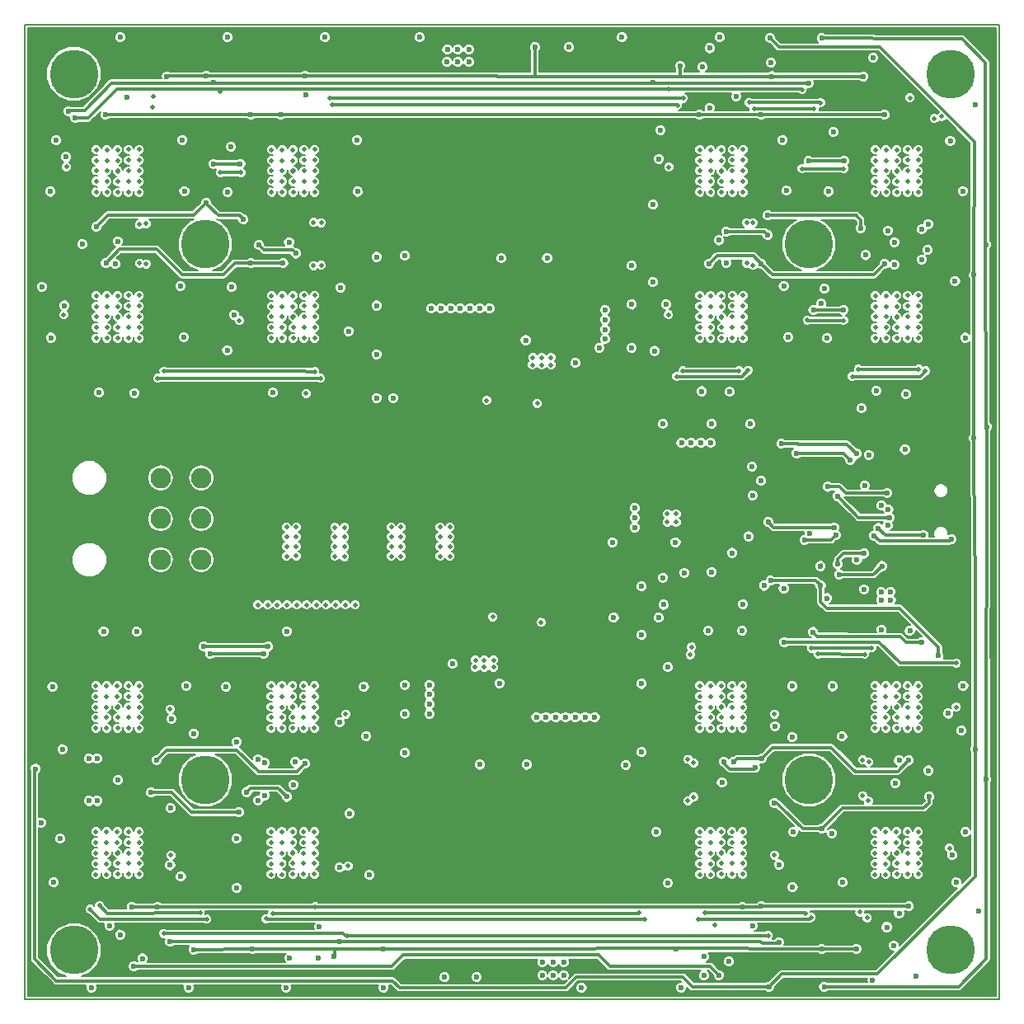
<source format=gbr>
G04 (created by PCBNEW (2013-05-16 BZR 4016)-stable) date 12. 1. 2014 16:41:27*
%MOIN*%
G04 Gerber Fmt 3.4, Leading zero omitted, Abs format*
%FSLAX34Y34*%
G01*
G70*
G90*
G04 APERTURE LIST*
%ADD10C,0.00590551*%
%ADD11C,0.19685*%
%ADD12O,0.0826X0.0826*%
%ADD13C,0.023622*%
%ADD14C,0.019685*%
%ADD15C,0.011811*%
%ADD16C,0.00787402*%
G04 APERTURE END LIST*
G54D10*
X38779Y-61023D02*
X78149Y-61023D01*
X78149Y-61023D02*
X78149Y-21653D01*
X78149Y-21653D02*
X38779Y-21653D01*
X38779Y-21653D02*
X38779Y-61023D01*
G54D11*
X46062Y-30511D03*
X40748Y-23622D03*
X40748Y-59055D03*
X46062Y-52165D03*
X70472Y-52165D03*
X76181Y-59055D03*
X76181Y-23622D03*
X70472Y-30511D03*
G54D12*
X44252Y-43267D03*
X44252Y-41614D03*
X44252Y-39961D03*
X45904Y-39961D03*
X45904Y-41614D03*
X45904Y-43267D03*
G54D13*
X62578Y-45610D03*
X64389Y-45610D03*
X57952Y-48267D03*
X56062Y-47480D03*
X59015Y-34389D03*
X61023Y-35314D03*
X62519Y-42559D03*
X65078Y-42559D03*
G54D14*
X59665Y-35393D03*
X59665Y-35098D03*
X60039Y-35393D03*
X59291Y-35393D03*
X60039Y-35098D03*
X59311Y-35098D03*
X57437Y-36828D03*
X59484Y-36946D03*
X57342Y-47323D03*
X57342Y-47618D03*
X57716Y-47618D03*
X56968Y-47618D03*
X57716Y-47322D03*
X56988Y-47322D03*
X57688Y-45578D03*
X59641Y-45804D03*
G54D13*
X59390Y-22550D03*
X65266Y-23307D03*
X72559Y-29862D03*
X72667Y-23730D03*
X50098Y-23720D03*
X47608Y-29517D03*
X41653Y-29812D03*
X44507Y-23740D03*
X68976Y-23724D03*
X46102Y-23720D03*
X46102Y-28838D03*
X68809Y-29350D03*
X57035Y-60140D03*
X53270Y-59015D03*
X65088Y-58996D03*
X45590Y-59025D03*
X47972Y-59015D03*
X70984Y-59011D03*
X70984Y-54143D03*
X72381Y-59005D03*
X47421Y-53484D03*
X69074Y-53100D03*
X75344Y-52844D03*
X43877Y-52677D03*
X51278Y-59320D03*
X73523Y-31318D03*
X49212Y-31279D03*
X49114Y-25275D03*
X68543Y-31299D03*
X66437Y-31299D03*
X42047Y-31259D03*
X42027Y-25275D03*
X47913Y-25275D03*
X47913Y-31279D03*
X68169Y-39507D03*
X68543Y-25275D03*
X73523Y-25275D03*
X66043Y-25275D03*
X68188Y-40669D03*
X44094Y-51358D03*
X67421Y-51437D03*
X74507Y-51377D03*
X50098Y-51515D03*
G54D14*
X50511Y-57303D03*
G54D13*
X43090Y-57303D03*
X68562Y-51299D03*
X68543Y-57283D03*
X74507Y-57283D03*
X67785Y-57303D03*
X44129Y-57307D03*
X68818Y-41751D03*
X71490Y-41960D03*
G54D14*
X73011Y-46830D03*
X70570Y-46850D03*
X70326Y-57559D03*
X66271Y-57549D03*
X72724Y-47090D03*
X70846Y-47086D03*
X70561Y-57724D03*
X66003Y-57793D03*
X72889Y-51448D03*
X72866Y-53019D03*
X72645Y-52807D03*
X72641Y-51358D03*
X65807Y-52870D03*
X65807Y-51484D03*
X65580Y-51338D03*
X65578Y-53015D03*
X48789Y-57559D03*
X63582Y-57549D03*
X65728Y-46801D03*
X48523Y-57785D03*
X63818Y-57795D03*
X65669Y-47106D03*
G54D13*
X48602Y-46781D03*
X46003Y-46781D03*
G54D14*
X45856Y-57549D03*
X41791Y-57253D03*
X41407Y-57401D03*
X46122Y-57805D03*
G54D13*
X46259Y-47076D03*
X48415Y-47066D03*
X48464Y-51486D03*
X48464Y-52795D03*
X48198Y-53001D03*
X48198Y-51328D03*
X41692Y-51318D03*
X41692Y-53021D03*
X41358Y-53021D03*
X41358Y-51318D03*
G54D14*
X50492Y-35657D03*
X44393Y-35645D03*
X43980Y-24555D03*
X50716Y-35937D03*
X44145Y-35937D03*
X43917Y-24984D03*
X65381Y-24610D03*
X65374Y-35633D03*
X67645Y-35625D03*
X51098Y-24618D03*
X65149Y-24889D03*
X65127Y-35860D03*
X68011Y-35606D03*
X51181Y-24881D03*
X43405Y-31287D03*
X43397Y-29716D03*
X43677Y-31311D03*
X43673Y-29688D03*
X50440Y-31374D03*
X50444Y-29633D03*
X50751Y-29641D03*
X50751Y-31366D03*
X68051Y-24779D03*
X70935Y-24789D03*
X72468Y-35570D03*
X74909Y-35561D03*
X75177Y-35637D03*
X72214Y-35856D03*
X70679Y-25033D03*
X68248Y-25043D03*
G54D13*
X73100Y-42290D03*
X76240Y-42440D03*
G54D14*
X75836Y-25354D03*
G54D13*
X73280Y-41990D03*
X75098Y-42263D03*
G54D14*
X75531Y-25437D03*
X67952Y-29641D03*
X67952Y-31283D03*
X68212Y-29645D03*
X68208Y-31370D03*
G54D13*
X75031Y-31133D03*
X75031Y-29909D03*
X75275Y-30748D03*
X75283Y-29696D03*
X72700Y-43020D03*
X71643Y-43445D03*
G54D14*
X72824Y-57755D03*
G54D13*
X72411Y-43277D03*
G54D14*
X72529Y-57507D03*
G54D13*
X69350Y-38582D03*
X72391Y-38986D03*
X69980Y-38956D03*
X72145Y-39232D03*
X72893Y-39025D03*
X71560Y-42270D03*
X70290Y-42470D03*
X73650Y-41880D03*
X73415Y-43523D03*
X71692Y-43868D03*
X73400Y-41080D03*
X70935Y-43523D03*
X69251Y-58750D03*
X51496Y-58700D03*
X44645Y-58710D03*
X44694Y-49704D03*
X44645Y-55620D03*
X51496Y-55718D03*
X51496Y-49852D03*
X69251Y-55590D03*
X69094Y-50000D03*
X76259Y-55216D03*
X76102Y-49488D03*
X40374Y-32992D03*
X40433Y-26988D03*
X47224Y-33366D03*
X47480Y-27263D03*
X46397Y-27263D03*
X64153Y-23986D03*
X64685Y-32952D03*
X64409Y-27066D03*
X71870Y-33169D03*
X70649Y-33169D03*
X71889Y-27145D03*
X70452Y-27145D03*
X70944Y-44320D03*
X68917Y-44104D03*
X75708Y-47155D03*
X70452Y-23996D03*
X46397Y-23976D03*
X40531Y-25127D03*
G54D14*
X44675Y-55216D03*
X44645Y-49311D03*
X44389Y-58375D03*
X51830Y-55649D03*
X51742Y-49507D03*
X68818Y-58464D03*
X51801Y-58464D03*
X69074Y-55206D03*
X69074Y-49507D03*
X76151Y-54931D03*
X76427Y-49222D03*
G54D13*
X69468Y-46594D03*
G54D14*
X76427Y-47440D03*
X40344Y-33366D03*
X40452Y-27381D03*
X47440Y-33602D03*
X47509Y-27618D03*
X46673Y-24340D03*
X46673Y-27618D03*
X64793Y-33366D03*
X64803Y-27391D03*
X64803Y-24242D03*
X71879Y-27460D03*
X70196Y-27460D03*
X71870Y-33592D03*
X70403Y-33572D03*
G54D13*
X68651Y-44320D03*
G54D14*
X70196Y-24271D03*
G54D13*
X40807Y-25403D03*
X77145Y-38346D03*
X74350Y-38820D03*
X73680Y-41240D03*
X39202Y-51722D03*
X77185Y-50925D03*
X68897Y-22185D03*
X68858Y-60531D03*
X77145Y-31751D03*
X43179Y-59704D03*
X39429Y-53897D03*
X66820Y-60059D03*
X77637Y-52145D03*
X70984Y-22185D03*
X71082Y-60531D03*
X77618Y-30531D03*
X77657Y-37893D03*
X70500Y-42210D03*
X70639Y-46190D03*
X75019Y-46614D03*
X72720Y-40270D03*
X70964Y-32903D03*
X72598Y-37145D03*
X60560Y-59550D03*
X59685Y-59550D03*
X59685Y-60070D03*
X60130Y-60070D03*
X60130Y-59550D03*
X65310Y-60565D03*
X66220Y-60078D03*
X61280Y-60570D03*
X60560Y-60070D03*
X41456Y-60570D03*
X45393Y-60570D03*
X49330Y-60570D03*
X53267Y-60570D03*
X42194Y-58070D03*
X55735Y-60145D03*
X55840Y-23140D03*
X56720Y-22640D03*
X56720Y-23150D03*
X56280Y-22640D03*
X56280Y-23150D03*
X46960Y-22150D03*
X54730Y-22150D03*
X55850Y-22650D03*
X50910Y-22150D03*
X42620Y-22150D03*
X60770Y-22550D03*
X73385Y-44576D03*
X73769Y-44566D03*
X73779Y-44891D03*
X72696Y-44468D03*
X73385Y-44891D03*
G54D14*
X55954Y-43129D03*
X55954Y-42736D03*
X55954Y-42342D03*
X53582Y-43129D03*
X53582Y-42736D03*
X53582Y-42342D03*
X53582Y-41948D03*
X53976Y-41948D03*
X53976Y-42342D03*
X53976Y-42736D03*
X51299Y-43129D03*
X51692Y-43139D03*
X51692Y-42746D03*
X51692Y-42352D03*
X51692Y-41958D03*
X51299Y-41958D03*
X51299Y-42352D03*
X51299Y-42746D03*
X49744Y-43120D03*
X49350Y-43129D03*
X49350Y-42736D03*
X49350Y-42342D03*
X49350Y-41948D03*
X49744Y-41948D03*
X49744Y-42342D03*
X49744Y-42736D03*
G54D13*
X73041Y-60265D03*
X67244Y-59517D03*
X66456Y-22588D03*
X49478Y-59370D03*
X71210Y-44822D03*
X69448Y-44429D03*
X67805Y-45068D03*
X64586Y-45088D03*
X43523Y-59389D03*
X40285Y-50925D03*
X47125Y-32244D03*
X74393Y-36578D03*
X67519Y-24537D03*
X50137Y-24488D03*
X42906Y-24562D03*
G54D14*
X74015Y-55551D03*
X74015Y-55984D03*
X74448Y-55984D03*
X74881Y-55984D03*
X74881Y-55551D03*
X74448Y-55551D03*
X74015Y-55118D03*
X74015Y-55137D03*
X74448Y-54704D03*
X74448Y-54271D03*
X74881Y-54271D03*
X74881Y-54704D03*
X74881Y-55137D03*
X74448Y-55137D03*
X74005Y-54694D03*
X74005Y-54261D03*
X73572Y-54261D03*
X73139Y-54261D03*
X73139Y-54694D03*
X73572Y-54694D03*
X74005Y-55127D03*
X74005Y-55127D03*
X73572Y-55561D03*
X73572Y-55994D03*
X73139Y-55994D03*
X73139Y-55561D03*
X73139Y-55127D03*
X73572Y-55127D03*
X66929Y-55551D03*
X66929Y-55984D03*
X67362Y-55984D03*
X67795Y-55984D03*
X67795Y-55551D03*
X67362Y-55551D03*
X66929Y-55118D03*
X66929Y-55137D03*
X67362Y-54704D03*
X67362Y-54271D03*
X67795Y-54271D03*
X67795Y-54704D03*
X67795Y-55137D03*
X67362Y-55137D03*
X66919Y-54694D03*
X66919Y-54261D03*
X66486Y-54261D03*
X66053Y-54261D03*
X66053Y-54694D03*
X66486Y-54694D03*
X66919Y-55127D03*
X66919Y-55127D03*
X66486Y-55561D03*
X66486Y-55994D03*
X66053Y-55994D03*
X66053Y-55561D03*
X66053Y-55127D03*
X66486Y-55127D03*
X74015Y-49645D03*
X74015Y-50078D03*
X74448Y-50078D03*
X74881Y-50078D03*
X74881Y-49645D03*
X74448Y-49645D03*
X74015Y-49212D03*
X74015Y-49232D03*
X74448Y-48799D03*
X74448Y-48366D03*
X74881Y-48366D03*
X74881Y-48799D03*
X74881Y-49232D03*
X74448Y-49232D03*
X74005Y-48789D03*
X74005Y-48356D03*
X73572Y-48356D03*
X73139Y-48356D03*
X73139Y-48789D03*
X73572Y-48789D03*
X74005Y-49222D03*
X74005Y-49222D03*
X73572Y-49655D03*
X73572Y-50088D03*
X73139Y-50088D03*
X73139Y-49655D03*
X73139Y-49222D03*
X73572Y-49222D03*
X66486Y-49222D03*
X66053Y-49222D03*
X66053Y-49655D03*
X66053Y-50088D03*
X66486Y-50088D03*
X66486Y-49655D03*
X66919Y-49222D03*
X66919Y-49222D03*
X66486Y-48789D03*
X66053Y-48789D03*
X66053Y-48356D03*
X66486Y-48356D03*
X66919Y-48356D03*
X66919Y-48789D03*
X67362Y-49232D03*
X67795Y-49232D03*
X67795Y-48799D03*
X67795Y-48366D03*
X67362Y-48366D03*
X67362Y-48799D03*
X66929Y-49232D03*
X66929Y-49212D03*
X67362Y-49645D03*
X67795Y-49645D03*
X67795Y-50078D03*
X67362Y-50078D03*
X66929Y-50078D03*
X66929Y-49645D03*
X49163Y-55127D03*
X48730Y-55127D03*
X48730Y-55561D03*
X48730Y-55994D03*
X49163Y-55994D03*
X49163Y-55561D03*
X49596Y-55127D03*
X49596Y-55127D03*
X49163Y-54694D03*
X48730Y-54694D03*
X48730Y-54261D03*
X49163Y-54261D03*
X49596Y-54261D03*
X49596Y-54694D03*
X50039Y-55137D03*
X50472Y-55137D03*
X50472Y-54704D03*
X50472Y-54271D03*
X50039Y-54271D03*
X50039Y-54704D03*
X49606Y-55137D03*
X49606Y-55118D03*
X50039Y-55551D03*
X50472Y-55551D03*
X50472Y-55984D03*
X50039Y-55984D03*
X49606Y-55984D03*
X49606Y-55551D03*
X49163Y-49222D03*
X48730Y-49222D03*
X48730Y-49655D03*
X48730Y-50088D03*
X49163Y-50088D03*
X49163Y-49655D03*
X49596Y-49222D03*
X49596Y-49222D03*
X49163Y-48789D03*
X48730Y-48789D03*
X48730Y-48356D03*
X49163Y-48356D03*
X49596Y-48356D03*
X49596Y-48789D03*
X50039Y-49232D03*
X50472Y-49232D03*
X50472Y-48799D03*
X50472Y-48366D03*
X50039Y-48366D03*
X50039Y-48799D03*
X49606Y-49232D03*
X49606Y-49212D03*
X50039Y-49645D03*
X50472Y-49645D03*
X50472Y-50078D03*
X50039Y-50078D03*
X49606Y-50078D03*
X49606Y-49645D03*
X42076Y-55127D03*
X41643Y-55127D03*
X41643Y-55561D03*
X41643Y-55994D03*
X42076Y-55994D03*
X42076Y-55561D03*
X42509Y-55127D03*
X42509Y-55127D03*
X42076Y-54694D03*
X41643Y-54694D03*
X41643Y-54261D03*
X42076Y-54261D03*
X42509Y-54261D03*
X42509Y-54694D03*
X42952Y-55137D03*
X43385Y-55137D03*
X43385Y-54704D03*
X43385Y-54271D03*
X42952Y-54271D03*
X42952Y-54704D03*
X42519Y-55137D03*
X42519Y-55118D03*
X42952Y-55551D03*
X43385Y-55551D03*
X43385Y-55984D03*
X42952Y-55984D03*
X42519Y-55984D03*
X42519Y-55551D03*
X42519Y-49645D03*
X42519Y-50078D03*
X42952Y-50078D03*
X43385Y-50078D03*
X43385Y-49645D03*
X42952Y-49645D03*
X42519Y-49212D03*
X42519Y-49232D03*
X42952Y-48799D03*
X42952Y-48366D03*
X43385Y-48366D03*
X43385Y-48799D03*
X43385Y-49232D03*
X42952Y-49232D03*
X42509Y-48789D03*
X42509Y-48356D03*
X42076Y-48356D03*
X41643Y-48356D03*
X41643Y-48789D03*
X42076Y-48789D03*
X42509Y-49222D03*
X42509Y-49222D03*
X42076Y-49655D03*
X42076Y-50088D03*
X41643Y-50088D03*
X41643Y-49655D03*
X41643Y-49222D03*
X42076Y-49222D03*
X74458Y-33454D03*
X74891Y-33454D03*
X74891Y-33021D03*
X74891Y-32588D03*
X74458Y-32588D03*
X74458Y-33021D03*
X74025Y-33454D03*
X74025Y-33454D03*
X74458Y-33887D03*
X74891Y-33887D03*
X74891Y-34320D03*
X74458Y-34320D03*
X74025Y-34320D03*
X74025Y-33887D03*
X73582Y-33444D03*
X73149Y-33444D03*
X73149Y-33877D03*
X73149Y-34311D03*
X73582Y-34311D03*
X73582Y-33877D03*
X74015Y-33444D03*
X74015Y-33464D03*
X73582Y-33031D03*
X73149Y-33031D03*
X73149Y-32598D03*
X73582Y-32598D03*
X74015Y-32598D03*
X74015Y-33031D03*
X67372Y-33454D03*
X67805Y-33454D03*
X67805Y-33021D03*
X67805Y-32588D03*
X67372Y-32588D03*
X67372Y-33021D03*
X66938Y-33454D03*
X66938Y-33454D03*
X67372Y-33887D03*
X67805Y-33887D03*
X67805Y-34320D03*
X67372Y-34320D03*
X66938Y-34320D03*
X66938Y-33887D03*
X66496Y-33444D03*
X66062Y-33444D03*
X66062Y-33877D03*
X66062Y-34311D03*
X66496Y-34311D03*
X66496Y-33877D03*
X66929Y-33444D03*
X66929Y-33464D03*
X66496Y-33031D03*
X66062Y-33031D03*
X66062Y-32598D03*
X66496Y-32598D03*
X66929Y-32598D03*
X66929Y-33031D03*
X74458Y-27549D03*
X74891Y-27549D03*
X74891Y-27116D03*
X74891Y-26683D03*
X74458Y-26683D03*
X74458Y-27116D03*
X74025Y-27549D03*
X74025Y-27549D03*
X74458Y-27982D03*
X74891Y-27982D03*
X74891Y-28415D03*
X74458Y-28415D03*
X74025Y-28415D03*
X74025Y-27982D03*
X73582Y-27539D03*
X73149Y-27539D03*
X73149Y-27972D03*
X73149Y-28405D03*
X73582Y-28405D03*
X73582Y-27972D03*
X74015Y-27539D03*
X74015Y-27559D03*
X73582Y-27125D03*
X73149Y-27125D03*
X73149Y-26692D03*
X73582Y-26692D03*
X74015Y-26692D03*
X74015Y-27125D03*
X66929Y-27125D03*
X66929Y-26692D03*
X66496Y-26692D03*
X66062Y-26692D03*
X66062Y-27125D03*
X66496Y-27125D03*
X66929Y-27559D03*
X66929Y-27539D03*
X66496Y-27972D03*
X66496Y-28405D03*
X66062Y-28405D03*
X66062Y-27972D03*
X66062Y-27539D03*
X66496Y-27539D03*
X66938Y-27982D03*
X66938Y-28415D03*
X67372Y-28415D03*
X67805Y-28415D03*
X67805Y-27982D03*
X67372Y-27982D03*
X66938Y-27549D03*
X66938Y-27549D03*
X67372Y-27116D03*
X67372Y-26683D03*
X67805Y-26683D03*
X67805Y-27116D03*
X67805Y-27549D03*
X67372Y-27549D03*
X49606Y-33031D03*
X49606Y-32598D03*
X49173Y-32598D03*
X48740Y-32598D03*
X48740Y-33031D03*
X49173Y-33031D03*
X49606Y-33464D03*
X49606Y-33444D03*
X49173Y-33877D03*
X49173Y-34311D03*
X48740Y-34311D03*
X48740Y-33877D03*
X48740Y-33444D03*
X49173Y-33444D03*
X49616Y-33887D03*
X49616Y-34320D03*
X50049Y-34320D03*
X50482Y-34320D03*
X50482Y-33887D03*
X50049Y-33887D03*
X49616Y-33454D03*
X49616Y-33454D03*
X50049Y-33021D03*
X50049Y-32588D03*
X50482Y-32588D03*
X50482Y-33021D03*
X50482Y-33454D03*
X50049Y-33454D03*
X42519Y-33031D03*
X42519Y-32598D03*
X42086Y-32598D03*
X41653Y-32598D03*
X41653Y-33031D03*
X42086Y-33031D03*
X42519Y-33464D03*
X42519Y-33444D03*
X42086Y-33877D03*
X42086Y-34311D03*
X41653Y-34311D03*
X41653Y-33877D03*
X41653Y-33444D03*
X42086Y-33444D03*
X42529Y-33887D03*
X42529Y-34320D03*
X42962Y-34320D03*
X43395Y-34320D03*
X43395Y-33887D03*
X42962Y-33887D03*
X42529Y-33454D03*
X42529Y-33454D03*
X42962Y-33021D03*
X42962Y-32588D03*
X43395Y-32588D03*
X43395Y-33021D03*
X43395Y-33454D03*
X42962Y-33454D03*
X49606Y-27125D03*
X49606Y-26692D03*
X49173Y-26692D03*
X48740Y-26692D03*
X48740Y-27125D03*
X49173Y-27125D03*
X49606Y-27559D03*
X49606Y-27539D03*
X49173Y-27972D03*
X49173Y-28405D03*
X48740Y-28405D03*
X48740Y-27972D03*
X48740Y-27539D03*
X49173Y-27539D03*
X49616Y-27982D03*
X49616Y-28415D03*
X50049Y-28415D03*
X50482Y-28415D03*
X50482Y-27982D03*
X50049Y-27982D03*
X49616Y-27549D03*
X49616Y-27549D03*
X50049Y-27116D03*
X50049Y-26683D03*
X50482Y-26683D03*
X50482Y-27116D03*
X50482Y-27549D03*
X50049Y-27549D03*
X42962Y-27549D03*
X43395Y-27549D03*
X43395Y-27116D03*
X43395Y-26683D03*
X42962Y-26683D03*
X42962Y-27116D03*
X42529Y-27549D03*
X42529Y-27549D03*
X42962Y-27982D03*
X43395Y-27982D03*
X43395Y-28415D03*
X42962Y-28415D03*
X42529Y-28415D03*
X42529Y-27982D03*
X42086Y-27539D03*
X41653Y-27539D03*
X41653Y-27972D03*
X41653Y-28405D03*
X42086Y-28405D03*
X42086Y-27972D03*
X42519Y-27539D03*
X42519Y-27559D03*
X42086Y-27125D03*
X41653Y-27125D03*
X41653Y-26692D03*
X42086Y-26692D03*
X42519Y-26692D03*
X42519Y-27125D03*
G54D13*
X62913Y-22145D03*
X66850Y-22145D03*
X77204Y-24862D03*
X76417Y-56318D03*
X77342Y-57480D03*
X74783Y-60098D03*
X73614Y-58122D03*
X68031Y-42322D03*
X67362Y-42992D03*
X66535Y-43759D03*
X65433Y-43799D03*
X64566Y-43996D03*
X68110Y-37775D03*
X66535Y-37775D03*
X64566Y-37775D03*
X63700Y-44350D03*
X63700Y-46318D03*
X63700Y-48287D03*
X63700Y-51043D03*
X63070Y-51574D03*
X59448Y-49625D03*
X59842Y-49625D03*
X60236Y-49625D03*
X60629Y-49625D03*
X61023Y-49625D03*
X61417Y-49625D03*
X61811Y-49625D03*
X59055Y-51555D03*
X57165Y-51555D03*
X54133Y-51082D03*
X54133Y-49507D03*
X54133Y-48326D03*
G54D14*
X74551Y-24598D03*
G54D13*
X73070Y-22972D03*
X57559Y-33110D03*
X57165Y-33110D03*
X56771Y-33110D03*
X56377Y-33110D03*
X55984Y-33110D03*
X55590Y-33110D03*
X55196Y-33110D03*
X63307Y-31377D03*
X63307Y-32952D03*
X63307Y-34704D03*
X61988Y-34704D03*
X58031Y-31082D03*
X59881Y-31082D03*
X53661Y-36732D03*
X52992Y-36732D03*
X52992Y-34960D03*
X52992Y-32992D03*
X52992Y-31023D03*
X54133Y-30984D03*
G54D14*
X48188Y-45098D03*
X48582Y-45098D03*
X48976Y-45098D03*
X49370Y-45098D03*
X49763Y-45098D03*
X52125Y-45098D03*
X51732Y-45098D03*
X51338Y-45098D03*
X50944Y-45098D03*
X50551Y-45098D03*
X50157Y-45098D03*
X53976Y-43129D03*
X55954Y-41948D03*
X55561Y-41948D03*
X55561Y-42342D03*
X55561Y-42736D03*
X55561Y-43129D03*
G54D13*
X66948Y-52282D03*
X71830Y-56318D03*
X76377Y-32007D03*
G54D14*
X50141Y-36555D03*
X66653Y-58055D03*
G54D13*
X39823Y-34291D03*
X76181Y-26338D03*
X39940Y-56318D03*
X43287Y-46181D03*
X45610Y-50295D03*
X45294Y-48366D03*
X46969Y-28405D03*
X39804Y-28385D03*
X76692Y-28366D03*
X67775Y-46141D03*
X64763Y-47618D03*
X69783Y-48385D03*
X66397Y-46141D03*
X64763Y-56338D03*
X64292Y-54271D03*
X69842Y-54271D03*
X76790Y-34291D03*
X76790Y-54271D03*
X73956Y-52302D03*
X74547Y-46141D03*
X73405Y-46102D03*
X71811Y-50413D03*
X71201Y-34311D03*
X76712Y-48366D03*
X76643Y-50177D03*
X71260Y-28385D03*
X71092Y-32312D03*
X71456Y-25984D03*
X73917Y-30433D03*
X66830Y-30355D03*
X67263Y-36480D03*
X69448Y-32204D03*
X66141Y-36456D03*
X73188Y-36437D03*
X52204Y-26299D03*
X43208Y-36535D03*
X48799Y-36515D03*
X45059Y-32204D03*
X41771Y-36515D03*
X64232Y-34822D03*
X69409Y-26299D03*
X64173Y-28917D03*
X52706Y-56013D03*
X45078Y-56082D03*
X52480Y-48405D03*
X49350Y-46161D03*
X49625Y-52361D03*
X51889Y-53524D03*
X44655Y-53316D03*
X42539Y-52184D03*
X51535Y-32263D03*
X46948Y-34803D03*
X49448Y-30432D03*
X42519Y-30392D03*
X68937Y-23169D03*
X62224Y-33169D03*
X62224Y-33562D03*
X62224Y-33956D03*
X62224Y-34350D03*
X63425Y-41968D03*
X63425Y-41574D03*
X63425Y-41181D03*
X55118Y-49507D03*
X55118Y-49114D03*
X55118Y-48720D03*
X55118Y-48326D03*
X66496Y-38543D03*
X66102Y-38543D03*
X65708Y-38543D03*
X65314Y-38543D03*
G54D14*
X65098Y-41751D03*
X64744Y-41751D03*
X65098Y-41417D03*
X64744Y-41417D03*
G54D13*
X68543Y-40078D03*
X47342Y-56534D03*
X41948Y-46161D03*
X47342Y-50629D03*
X52568Y-50403D03*
X69793Y-50442D03*
X69812Y-56505D03*
X69566Y-28346D03*
X64468Y-25905D03*
X69625Y-34271D03*
X64153Y-32047D03*
X51850Y-34034D03*
X52224Y-28385D03*
X45196Y-34271D03*
X45137Y-26299D03*
X45216Y-28366D03*
X47106Y-26574D03*
X39458Y-32234D03*
X40039Y-26318D03*
X46909Y-48405D03*
X71397Y-54330D03*
X47322Y-54546D03*
X40196Y-54546D03*
X39881Y-48405D03*
X71417Y-48385D03*
X71230Y-40320D03*
X73630Y-40570D03*
X71620Y-40700D03*
X73730Y-41560D03*
X49723Y-30885D03*
X48238Y-30551D03*
X75305Y-51791D03*
X74114Y-51377D03*
X66456Y-25000D03*
X66171Y-23346D03*
X42421Y-31318D03*
X41092Y-30511D03*
X66220Y-59311D03*
X68188Y-58061D03*
X67125Y-31259D03*
X67125Y-30000D03*
X68809Y-30147D03*
X72765Y-30954D03*
X73917Y-31338D03*
X73661Y-29960D03*
X74114Y-57559D03*
X73897Y-58858D03*
X47746Y-52658D03*
X49350Y-52854D03*
X49704Y-51437D03*
X42618Y-58425D03*
X68306Y-51673D03*
X67027Y-51427D03*
X50679Y-58120D03*
X50620Y-59370D03*
X70930Y-41660D03*
X60150Y-23050D03*
X60570Y-23050D03*
X59730Y-23050D03*
X56360Y-59620D03*
X55940Y-59620D03*
X56780Y-59620D03*
X69635Y-39419D03*
X69133Y-34901D03*
X71200Y-44094D03*
X67706Y-43780D03*
X76279Y-34901D03*
X39183Y-49990D03*
X76663Y-26279D03*
X47480Y-29015D03*
X40314Y-34901D03*
X64409Y-50551D03*
X64763Y-48129D03*
X69192Y-47755D03*
X64271Y-56437D03*
X64803Y-53681D03*
X69271Y-53700D03*
X71338Y-56456D03*
X76279Y-53681D03*
X71889Y-53641D03*
X71318Y-50511D03*
X71712Y-34960D03*
X76122Y-47795D03*
X71909Y-47795D03*
X71771Y-29015D03*
X76889Y-32578D03*
X76220Y-28996D03*
X69911Y-32214D03*
X64724Y-34192D03*
X69881Y-26240D03*
X69133Y-28937D03*
X64685Y-28307D03*
X52007Y-47716D03*
X46614Y-50531D03*
X47421Y-47795D03*
X46594Y-56456D03*
X52007Y-54035D03*
X47185Y-54035D03*
X44665Y-54311D03*
X39448Y-56476D03*
X40059Y-54035D03*
X40374Y-47814D03*
X44783Y-47795D03*
X52027Y-31614D03*
X51968Y-34547D03*
X47460Y-34212D03*
X45551Y-32106D03*
X52696Y-26200D03*
X45629Y-26181D03*
X40295Y-29015D03*
X72303Y-38543D03*
X67086Y-40019D03*
X66692Y-40019D03*
X66692Y-39625D03*
X67086Y-39625D03*
X67086Y-39232D03*
X66692Y-39232D03*
X75000Y-38346D03*
X51732Y-28956D03*
X44704Y-34881D03*
X44704Y-28956D03*
X69271Y-59527D03*
X71062Y-23169D03*
G54D15*
X59390Y-22550D02*
X59390Y-23724D01*
X65255Y-23724D02*
X65255Y-23317D01*
X65255Y-23317D02*
X65266Y-23307D01*
X57874Y-23724D02*
X59390Y-23724D01*
X59390Y-23724D02*
X65255Y-23724D01*
X65255Y-23724D02*
X66830Y-23724D01*
X72381Y-29350D02*
X72381Y-29360D01*
X72559Y-29537D02*
X72559Y-29862D01*
X69921Y-29350D02*
X69448Y-29350D01*
X72381Y-29350D02*
X69921Y-29350D01*
X69448Y-29350D02*
X68809Y-29350D01*
X72381Y-29360D02*
X72559Y-29537D01*
X72661Y-23724D02*
X68976Y-23724D01*
X72667Y-23730D02*
X72661Y-23724D01*
X47460Y-29350D02*
X47608Y-29517D01*
X46102Y-28838D02*
X46102Y-28858D01*
X46594Y-29350D02*
X47460Y-29350D01*
X46102Y-28858D02*
X46594Y-29350D01*
X45610Y-29330D02*
X42135Y-29330D01*
X42135Y-29330D02*
X41653Y-29812D01*
X45610Y-29330D02*
X46102Y-28838D01*
X44507Y-23740D02*
X44507Y-23720D01*
X66830Y-23724D02*
X68976Y-23724D01*
X57869Y-23720D02*
X50098Y-23720D01*
X50098Y-23720D02*
X49507Y-23720D01*
X57869Y-23720D02*
X57874Y-23724D01*
X49507Y-23720D02*
X46102Y-23720D01*
X46102Y-23720D02*
X44507Y-23720D01*
X44507Y-23720D02*
X44488Y-23720D01*
X58562Y-59015D02*
X54220Y-59015D01*
X54220Y-59015D02*
X53270Y-59015D01*
X53270Y-59015D02*
X51309Y-59015D01*
X65088Y-58988D02*
X58582Y-58995D01*
X58562Y-59015D02*
X58582Y-58995D01*
X70984Y-54143D02*
X70216Y-54143D01*
X70984Y-59011D02*
X72381Y-59005D01*
X65088Y-58996D02*
X65088Y-58996D01*
X65088Y-58996D02*
X65088Y-58988D01*
X70984Y-54143D02*
X71820Y-53307D01*
X51309Y-59015D02*
X51309Y-59290D01*
X51309Y-59015D02*
X49921Y-59015D01*
X49921Y-59015D02*
X47972Y-59015D01*
X47972Y-59015D02*
X45590Y-59025D01*
X45590Y-59025D02*
X45600Y-59025D01*
X70984Y-59011D02*
X65088Y-58988D01*
X69409Y-53346D02*
X69163Y-53100D01*
X70216Y-54143D02*
X69409Y-53346D01*
X75098Y-53307D02*
X75108Y-53307D01*
X71820Y-53307D02*
X75098Y-53307D01*
X75108Y-53307D02*
X75324Y-53090D01*
X45511Y-53484D02*
X44704Y-52677D01*
X45511Y-53484D02*
X47421Y-53484D01*
X51309Y-59290D02*
X51278Y-59320D01*
X75324Y-53090D02*
X75344Y-52844D01*
X69163Y-53100D02*
X69074Y-53100D01*
X43877Y-52677D02*
X44704Y-52677D01*
X43877Y-52677D02*
X43877Y-52677D01*
X73090Y-31751D02*
X73523Y-31318D01*
X68996Y-31751D02*
X73090Y-31751D01*
X68543Y-31299D02*
X68996Y-31751D01*
X49212Y-31279D02*
X47913Y-31279D01*
X66437Y-31299D02*
X66764Y-30982D01*
X66764Y-30982D02*
X68226Y-30982D01*
X68226Y-30982D02*
X68543Y-31299D01*
X66043Y-25275D02*
X49192Y-25275D01*
X49192Y-25275D02*
X49114Y-25275D01*
X49114Y-25275D02*
X47913Y-25275D01*
X42047Y-25275D02*
X42027Y-25275D01*
X47913Y-25275D02*
X42047Y-25275D01*
X47283Y-31279D02*
X47263Y-31279D01*
X47913Y-31279D02*
X47283Y-31279D01*
X46791Y-31751D02*
X45137Y-31751D01*
X45137Y-31751D02*
X44106Y-30716D01*
X44106Y-30716D02*
X42590Y-30712D01*
X42590Y-30712D02*
X42047Y-31259D01*
X47263Y-31279D02*
X46791Y-31751D01*
X68543Y-25275D02*
X73523Y-25275D01*
X68543Y-25275D02*
X66043Y-25275D01*
X67421Y-51437D02*
X67568Y-51299D01*
X67568Y-51299D02*
X68562Y-51299D01*
X72338Y-51826D02*
X74059Y-51822D01*
X74059Y-51822D02*
X74507Y-51377D01*
X71377Y-50866D02*
X68996Y-50866D01*
X68562Y-51299D02*
X68996Y-50866D01*
X72318Y-51807D02*
X72338Y-51826D01*
X72338Y-51826D02*
X71377Y-50866D01*
X44094Y-51358D02*
X44494Y-50964D01*
X44494Y-50964D02*
X47338Y-50960D01*
X47338Y-50960D02*
X48218Y-51840D01*
X48218Y-51840D02*
X49773Y-51840D01*
X49773Y-51840D02*
X50098Y-51515D01*
X43090Y-57303D02*
X44129Y-57307D01*
X68543Y-57283D02*
X74507Y-57283D01*
X68543Y-57283D02*
X68523Y-57303D01*
X68523Y-57303D02*
X67785Y-57303D01*
X50413Y-57303D02*
X50511Y-57303D01*
X50511Y-57303D02*
X67785Y-57303D01*
X44129Y-57307D02*
X50413Y-57303D01*
X71070Y-41960D02*
X69026Y-41960D01*
X71070Y-41960D02*
X71490Y-41960D01*
X69026Y-41960D02*
X68818Y-41751D01*
X73011Y-46830D02*
X72992Y-46850D01*
X72992Y-46850D02*
X70570Y-46850D01*
X70326Y-57559D02*
X70316Y-57549D01*
X66271Y-57549D02*
X70316Y-57549D01*
X72724Y-47090D02*
X70846Y-47086D01*
X66003Y-57793D02*
X70492Y-57793D01*
X48789Y-57559D02*
X48779Y-57559D01*
X63553Y-57578D02*
X48789Y-57559D01*
X48789Y-57559D02*
X48779Y-57559D01*
X63582Y-57549D02*
X63553Y-57578D01*
X63818Y-57795D02*
X48533Y-57795D01*
X48533Y-57795D02*
X48523Y-57785D01*
X63818Y-57795D02*
X63828Y-57805D01*
X46003Y-46781D02*
X48602Y-46781D01*
X42096Y-57559D02*
X45856Y-57549D01*
X41791Y-57253D02*
X42096Y-57559D01*
X46112Y-57795D02*
X41801Y-57795D01*
X41801Y-57795D02*
X41407Y-57401D01*
X46122Y-57805D02*
X46112Y-57795D01*
X48405Y-47076D02*
X46259Y-47076D01*
X48415Y-47066D02*
X48405Y-47076D01*
X50492Y-35657D02*
X49763Y-35653D01*
X49763Y-35653D02*
X44830Y-35649D01*
X44830Y-35649D02*
X44393Y-35645D01*
X50488Y-35938D02*
X50716Y-35937D01*
X44375Y-35938D02*
X50488Y-35938D01*
X44145Y-35937D02*
X44375Y-35938D01*
X67635Y-35635D02*
X65374Y-35633D01*
X67645Y-35625D02*
X67635Y-35635D01*
X65377Y-24606D02*
X51098Y-24618D01*
X65381Y-24610D02*
X65377Y-24606D01*
X65127Y-35860D02*
X65137Y-35870D01*
X65137Y-35870D02*
X67751Y-35870D01*
X67751Y-35870D02*
X68011Y-35606D01*
X65141Y-24881D02*
X51181Y-24881D01*
X65149Y-24889D02*
X65141Y-24881D01*
X70925Y-24779D02*
X68051Y-24779D01*
X70935Y-24789D02*
X70925Y-24779D01*
X74899Y-35570D02*
X72468Y-35570D01*
X74909Y-35561D02*
X74899Y-35570D01*
X75177Y-35667D02*
X75177Y-35637D01*
X74980Y-35856D02*
X75177Y-35667D01*
X72214Y-35856D02*
X74980Y-35856D01*
X68257Y-25033D02*
X70679Y-25033D01*
X68248Y-25043D02*
X68257Y-25033D01*
X76230Y-42440D02*
X76150Y-42520D01*
X76150Y-42520D02*
X73330Y-42520D01*
X73330Y-42520D02*
X73100Y-42290D01*
X76240Y-42440D02*
X76230Y-42440D01*
X75836Y-25354D02*
X75816Y-25374D01*
X73553Y-42263D02*
X73280Y-41990D01*
X75098Y-42263D02*
X73553Y-42263D01*
X71643Y-43236D02*
X71860Y-43020D01*
X71860Y-43020D02*
X72700Y-43020D01*
X71643Y-43236D02*
X71643Y-43445D01*
X72391Y-38986D02*
X71998Y-38592D01*
X71998Y-38592D02*
X70029Y-38592D01*
X70029Y-38592D02*
X70019Y-38582D01*
X70019Y-38582D02*
X69350Y-38582D01*
X69960Y-38956D02*
X69980Y-38956D01*
X71879Y-38956D02*
X69960Y-38956D01*
X72145Y-39232D02*
X71879Y-38956D01*
X70290Y-42470D02*
X71360Y-42470D01*
X71360Y-42470D02*
X71560Y-42270D01*
X73061Y-43877D02*
X73415Y-43523D01*
X71702Y-43877D02*
X73061Y-43877D01*
X71692Y-43868D02*
X71702Y-43877D01*
X70974Y-43484D02*
X70944Y-43494D01*
X70935Y-43523D02*
X70974Y-43484D01*
X68582Y-58769D02*
X69232Y-58769D01*
X68513Y-58700D02*
X68582Y-58769D01*
X51496Y-58700D02*
X68513Y-58700D01*
X69232Y-58769D02*
X69251Y-58750D01*
X44645Y-58710D02*
X44714Y-58710D01*
X44724Y-58700D02*
X51496Y-58700D01*
X44714Y-58710D02*
X44724Y-58700D01*
X46397Y-27263D02*
X47480Y-27263D01*
X70649Y-33169D02*
X71870Y-33169D01*
X70452Y-27145D02*
X71889Y-27145D01*
X70944Y-44320D02*
X70954Y-44320D01*
X70738Y-44104D02*
X68917Y-44104D01*
X70954Y-44320D02*
X70738Y-44104D01*
X71240Y-45226D02*
X71190Y-45226D01*
X70935Y-44970D02*
X70944Y-44320D01*
X71190Y-45226D02*
X70935Y-44970D01*
X74124Y-45226D02*
X75708Y-46811D01*
X71230Y-45226D02*
X71240Y-45226D01*
X71240Y-45226D02*
X74124Y-45226D01*
X75708Y-46811D02*
X75708Y-47155D01*
X46397Y-23976D02*
X46397Y-23996D01*
X70452Y-23996D02*
X64153Y-23996D01*
X64153Y-23996D02*
X46397Y-23996D01*
X46397Y-23996D02*
X42261Y-23996D01*
X41188Y-25108D02*
X42261Y-23996D01*
X40551Y-25108D02*
X41188Y-25108D01*
X40531Y-25127D02*
X40551Y-25108D01*
X51732Y-58464D02*
X51801Y-58464D01*
X51643Y-58375D02*
X44389Y-58375D01*
X51732Y-58464D02*
X51643Y-58375D01*
X51801Y-58464D02*
X52106Y-58464D01*
X52106Y-58464D02*
X68818Y-58464D01*
X72293Y-46594D02*
X73307Y-46594D01*
X72293Y-46594D02*
X69468Y-46594D01*
X74153Y-47440D02*
X76427Y-47440D01*
X73307Y-46594D02*
X74153Y-47440D01*
X46663Y-24330D02*
X46673Y-24340D01*
X46663Y-24330D02*
X46663Y-24232D01*
X47509Y-27618D02*
X46673Y-27618D01*
X70196Y-27460D02*
X71879Y-27460D01*
X71870Y-33592D02*
X70423Y-33592D01*
X70423Y-33592D02*
X70403Y-33572D01*
X53838Y-24232D02*
X64803Y-24234D01*
X64803Y-24234D02*
X70192Y-24236D01*
X70192Y-24236D02*
X70196Y-24232D01*
X70149Y-24224D02*
X70196Y-24232D01*
X70196Y-24271D02*
X70149Y-24224D01*
X42499Y-24232D02*
X46663Y-24232D01*
X46663Y-24232D02*
X46673Y-24232D01*
X46673Y-24232D02*
X46681Y-24232D01*
X46681Y-24232D02*
X53838Y-24232D01*
X53838Y-24232D02*
X53842Y-24232D01*
X41318Y-25413D02*
X42499Y-24232D01*
X40814Y-25411D02*
X41318Y-25413D01*
X40807Y-25403D02*
X40814Y-25411D01*
X68858Y-60531D02*
X65757Y-60531D01*
X39163Y-51761D02*
X39202Y-51722D01*
X39163Y-59419D02*
X39163Y-51761D01*
X40039Y-60295D02*
X39163Y-59419D01*
X53641Y-60295D02*
X40039Y-60295D01*
X53917Y-60570D02*
X53641Y-60295D01*
X60639Y-60570D02*
X53917Y-60570D01*
X61072Y-60137D02*
X60639Y-60570D01*
X65364Y-60137D02*
X61072Y-60137D01*
X65757Y-60531D02*
X65364Y-60137D01*
X77185Y-50925D02*
X77185Y-50984D01*
X72913Y-22539D02*
X69251Y-22539D01*
X69251Y-22539D02*
X68897Y-22185D01*
X69370Y-60019D02*
X68858Y-60531D01*
X73238Y-60019D02*
X69370Y-60019D01*
X77185Y-56072D02*
X73238Y-60019D01*
X77185Y-55905D02*
X77185Y-56072D01*
X77185Y-53011D02*
X77185Y-55905D01*
X77185Y-50984D02*
X77185Y-53011D01*
X77185Y-47204D02*
X77185Y-50984D01*
X77145Y-38346D02*
X77145Y-38051D01*
X77165Y-42933D02*
X77185Y-43267D01*
X77185Y-43267D02*
X77185Y-47204D01*
X77185Y-47204D02*
X77185Y-47204D01*
X77145Y-38346D02*
X77165Y-42933D01*
X77145Y-31673D02*
X77157Y-26360D01*
X73336Y-22539D02*
X72913Y-22539D01*
X72913Y-22539D02*
X72893Y-22539D01*
X77157Y-26360D02*
X73336Y-22539D01*
X77145Y-38051D02*
X77145Y-31751D01*
X77145Y-31751D02*
X77145Y-31673D01*
X61955Y-59245D02*
X62414Y-59704D01*
X54060Y-59245D02*
X61955Y-59245D01*
X53610Y-59695D02*
X54060Y-59245D01*
X53610Y-59704D02*
X53610Y-59695D01*
X53610Y-59704D02*
X43179Y-59704D01*
X66820Y-60059D02*
X66466Y-59704D01*
X66466Y-59704D02*
X62414Y-59704D01*
X43179Y-59704D02*
X43218Y-59704D01*
X75157Y-22204D02*
X70984Y-22185D01*
X77637Y-57755D02*
X77637Y-59409D01*
X77637Y-50059D02*
X77637Y-52145D01*
X77637Y-52145D02*
X77637Y-57755D01*
X77637Y-59409D02*
X76515Y-60531D01*
X77637Y-47263D02*
X77637Y-50059D01*
X77634Y-47260D02*
X77637Y-47263D01*
X77660Y-43185D02*
X77634Y-47260D01*
X76515Y-60531D02*
X71082Y-60531D01*
X77612Y-30531D02*
X77612Y-30531D01*
X77618Y-30531D02*
X77612Y-30531D01*
X77618Y-30531D02*
X77618Y-30531D01*
X77657Y-37893D02*
X77618Y-37716D01*
X77618Y-37460D02*
X77612Y-30531D01*
X77612Y-30531D02*
X77612Y-30511D01*
X77608Y-24188D02*
X77608Y-23159D01*
X77612Y-30511D02*
X77608Y-24188D01*
X77608Y-23159D02*
X76653Y-22204D01*
X77618Y-37716D02*
X77618Y-37460D01*
X77657Y-42500D02*
X77660Y-43185D01*
X77657Y-42500D02*
X77657Y-37893D01*
X76653Y-22204D02*
X76240Y-22204D01*
X76240Y-22204D02*
X75157Y-22204D01*
X70797Y-46358D02*
X70639Y-46190D01*
X75019Y-46614D02*
X74399Y-46614D01*
X74153Y-46368D02*
X70797Y-46358D01*
X74399Y-46614D02*
X74153Y-46368D01*
X71960Y-40570D02*
X71710Y-40320D01*
X71710Y-40320D02*
X71230Y-40320D01*
X73630Y-40570D02*
X71960Y-40570D01*
X71770Y-40850D02*
X72480Y-41560D01*
X71770Y-40850D02*
X71620Y-40700D01*
X72480Y-41560D02*
X73730Y-41560D01*
X48435Y-30748D02*
X48238Y-30551D01*
X49585Y-30748D02*
X48435Y-30748D01*
X49723Y-30885D02*
X49585Y-30748D01*
X67125Y-30000D02*
X68661Y-30000D01*
X68661Y-30000D02*
X68809Y-30147D01*
X48996Y-52500D02*
X49350Y-52854D01*
X47904Y-52500D02*
X48996Y-52500D01*
X47904Y-52500D02*
X47746Y-52658D01*
X67027Y-51496D02*
X67027Y-51427D01*
X67253Y-51722D02*
X67027Y-51496D01*
X68256Y-51722D02*
X67253Y-51722D01*
X68306Y-51673D02*
X68256Y-51722D01*
G54D10*
G36*
X78031Y-60905D02*
X77893Y-60905D01*
X77893Y-37846D01*
X77857Y-37760D01*
X77795Y-37697D01*
X77795Y-37697D01*
X77795Y-37460D01*
X77790Y-37434D01*
X77790Y-30693D01*
X77818Y-30665D01*
X77854Y-30578D01*
X77854Y-30484D01*
X77818Y-30397D01*
X77785Y-30364D01*
X77785Y-24188D01*
X77785Y-23159D01*
X77785Y-23159D01*
X77771Y-23091D01*
X77733Y-23034D01*
X77733Y-23034D01*
X76778Y-22079D01*
X76721Y-22041D01*
X76653Y-22027D01*
X76240Y-22027D01*
X75157Y-22027D01*
X75146Y-22029D01*
X71141Y-22008D01*
X71118Y-21984D01*
X71031Y-21948D01*
X70937Y-21948D01*
X70850Y-21984D01*
X70784Y-22051D01*
X70748Y-22137D01*
X70747Y-22231D01*
X70783Y-22318D01*
X70827Y-22362D01*
X69325Y-22362D01*
X69133Y-22170D01*
X69133Y-22138D01*
X69098Y-22051D01*
X69031Y-21984D01*
X68944Y-21948D01*
X68850Y-21948D01*
X68764Y-21984D01*
X68697Y-22051D01*
X68661Y-22137D01*
X68661Y-22231D01*
X68697Y-22318D01*
X68763Y-22385D01*
X68850Y-22421D01*
X68883Y-22421D01*
X69126Y-22664D01*
X69184Y-22703D01*
X69251Y-22716D01*
X72893Y-22716D01*
X72913Y-22716D01*
X73263Y-22716D01*
X75716Y-25169D01*
X75714Y-25170D01*
X75653Y-25231D01*
X75645Y-25249D01*
X75574Y-25220D01*
X75488Y-25220D01*
X75408Y-25253D01*
X75348Y-25314D01*
X75314Y-25393D01*
X75314Y-25479D01*
X75347Y-25559D01*
X75408Y-25620D01*
X75488Y-25653D01*
X75574Y-25653D01*
X75653Y-25620D01*
X75714Y-25559D01*
X75722Y-25541D01*
X75793Y-25570D01*
X75879Y-25570D01*
X75959Y-25538D01*
X76020Y-25477D01*
X76021Y-25474D01*
X76977Y-26430D01*
X76968Y-31594D01*
X76945Y-31617D01*
X76929Y-31657D01*
X76929Y-28319D01*
X76893Y-28232D01*
X76826Y-28166D01*
X76740Y-28129D01*
X76646Y-28129D01*
X76559Y-28165D01*
X76492Y-28232D01*
X76456Y-28318D01*
X76456Y-28412D01*
X76492Y-28499D01*
X76558Y-28566D01*
X76645Y-28602D01*
X76739Y-28602D01*
X76826Y-28566D01*
X76893Y-28500D01*
X76929Y-28413D01*
X76929Y-28319D01*
X76929Y-31657D01*
X76909Y-31704D01*
X76909Y-31798D01*
X76945Y-31885D01*
X76968Y-31908D01*
X76968Y-34135D01*
X76924Y-34091D01*
X76837Y-34055D01*
X76743Y-34055D01*
X76656Y-34090D01*
X76614Y-34133D01*
X76614Y-31961D01*
X76578Y-31874D01*
X76511Y-31807D01*
X76425Y-31771D01*
X76417Y-31771D01*
X76417Y-26291D01*
X76381Y-26204D01*
X76315Y-26138D01*
X76228Y-26102D01*
X76134Y-26102D01*
X76047Y-26138D01*
X75980Y-26204D01*
X75944Y-26291D01*
X75944Y-26385D01*
X75980Y-26472D01*
X76047Y-26538D01*
X76133Y-26574D01*
X76227Y-26574D01*
X76314Y-26538D01*
X76381Y-26472D01*
X76417Y-26385D01*
X76417Y-26291D01*
X76417Y-31771D01*
X76331Y-31771D01*
X76244Y-31807D01*
X76177Y-31873D01*
X76141Y-31960D01*
X76141Y-32054D01*
X76177Y-32141D01*
X76243Y-32208D01*
X76330Y-32244D01*
X76424Y-32244D01*
X76511Y-32208D01*
X76578Y-32141D01*
X76614Y-32055D01*
X76614Y-31961D01*
X76614Y-34133D01*
X76590Y-34157D01*
X76554Y-34244D01*
X76554Y-34338D01*
X76590Y-34424D01*
X76656Y-34491D01*
X76743Y-34527D01*
X76837Y-34527D01*
X76924Y-34491D01*
X76968Y-34447D01*
X76968Y-38051D01*
X76968Y-38189D01*
X76945Y-38212D01*
X76909Y-38299D01*
X76909Y-38393D01*
X76945Y-38480D01*
X76969Y-38503D01*
X76984Y-42933D01*
X76989Y-42957D01*
X77007Y-43269D01*
X77007Y-47204D01*
X77007Y-50768D01*
X76984Y-50791D01*
X76948Y-50878D01*
X76948Y-48319D01*
X76912Y-48232D01*
X76846Y-48166D01*
X76759Y-48129D01*
X76665Y-48129D01*
X76643Y-48139D01*
X76643Y-47398D01*
X76610Y-47318D01*
X76549Y-47257D01*
X76476Y-47226D01*
X76476Y-42393D01*
X76440Y-42306D01*
X76373Y-42239D01*
X76287Y-42203D01*
X76193Y-42203D01*
X76106Y-42239D01*
X76102Y-42243D01*
X76102Y-42146D01*
X76102Y-40414D01*
X76058Y-40305D01*
X75975Y-40222D01*
X75866Y-40177D01*
X75749Y-40177D01*
X75640Y-40222D01*
X75557Y-40305D01*
X75519Y-40396D01*
X75519Y-29650D01*
X75483Y-29563D01*
X75417Y-29496D01*
X75330Y-29460D01*
X75236Y-29460D01*
X75149Y-29496D01*
X75108Y-29537D01*
X75108Y-28372D01*
X75075Y-28292D01*
X75014Y-28231D01*
X74934Y-28198D01*
X74934Y-28198D01*
X75014Y-28165D01*
X75075Y-28105D01*
X75108Y-28025D01*
X75108Y-27939D01*
X75075Y-27859D01*
X75014Y-27798D01*
X74934Y-27765D01*
X74934Y-27765D01*
X75014Y-27732D01*
X75075Y-27672D01*
X75108Y-27592D01*
X75108Y-27506D01*
X75075Y-27426D01*
X75014Y-27365D01*
X74934Y-27332D01*
X74934Y-27332D01*
X75014Y-27299D01*
X75075Y-27238D01*
X75108Y-27159D01*
X75108Y-27073D01*
X75075Y-26993D01*
X75014Y-26932D01*
X74934Y-26899D01*
X74934Y-26899D01*
X75014Y-26866D01*
X75075Y-26805D01*
X75108Y-26726D01*
X75108Y-26640D01*
X75075Y-26560D01*
X75014Y-26499D01*
X74934Y-26466D01*
X74848Y-26466D01*
X74769Y-26499D01*
X74767Y-26500D01*
X74767Y-24555D01*
X74734Y-24475D01*
X74673Y-24414D01*
X74594Y-24381D01*
X74508Y-24381D01*
X74428Y-24414D01*
X74367Y-24475D01*
X74334Y-24555D01*
X74334Y-24641D01*
X74367Y-24720D01*
X74428Y-24781D01*
X74507Y-24814D01*
X74594Y-24814D01*
X74673Y-24782D01*
X74734Y-24721D01*
X74767Y-24641D01*
X74767Y-24555D01*
X74767Y-26500D01*
X74708Y-26560D01*
X74675Y-26639D01*
X74675Y-26640D01*
X74642Y-26560D01*
X74581Y-26499D01*
X74501Y-26466D01*
X74415Y-26466D01*
X74336Y-26499D01*
X74275Y-26560D01*
X74242Y-26639D01*
X74242Y-26725D01*
X74274Y-26805D01*
X74335Y-26866D01*
X74415Y-26899D01*
X74501Y-26899D01*
X74415Y-26899D01*
X74336Y-26932D01*
X74275Y-26993D01*
X74242Y-27072D01*
X74242Y-27159D01*
X74274Y-27238D01*
X74335Y-27299D01*
X74415Y-27332D01*
X74501Y-27332D01*
X74415Y-27332D01*
X74336Y-27365D01*
X74275Y-27426D01*
X74242Y-27505D01*
X74242Y-27506D01*
X74209Y-27426D01*
X74148Y-27365D01*
X74148Y-27365D01*
X74138Y-27355D01*
X74082Y-27332D01*
X74138Y-27309D01*
X74199Y-27248D01*
X74232Y-27169D01*
X74232Y-27083D01*
X74199Y-27003D01*
X74138Y-26942D01*
X74059Y-26909D01*
X74058Y-26909D01*
X74138Y-26876D01*
X74199Y-26815D01*
X74232Y-26736D01*
X74232Y-26650D01*
X74199Y-26570D01*
X74138Y-26509D01*
X74059Y-26476D01*
X73972Y-26476D01*
X73893Y-26509D01*
X73832Y-26570D01*
X73799Y-26649D01*
X73799Y-26650D01*
X73766Y-26570D01*
X73759Y-26563D01*
X73759Y-25228D01*
X73723Y-25141D01*
X73657Y-25075D01*
X73570Y-25039D01*
X73476Y-25039D01*
X73389Y-25075D01*
X73366Y-25098D01*
X73307Y-25098D01*
X73307Y-22925D01*
X73271Y-22838D01*
X73204Y-22772D01*
X73118Y-22736D01*
X73024Y-22736D01*
X72937Y-22772D01*
X72870Y-22838D01*
X72834Y-22925D01*
X72834Y-23019D01*
X72870Y-23106D01*
X72936Y-23172D01*
X73023Y-23208D01*
X73117Y-23208D01*
X73204Y-23172D01*
X73271Y-23106D01*
X73307Y-23019D01*
X73307Y-22925D01*
X73307Y-25098D01*
X70886Y-25098D01*
X70895Y-25076D01*
X70895Y-25005D01*
X70977Y-25005D01*
X71057Y-24973D01*
X71118Y-24912D01*
X71151Y-24832D01*
X71151Y-24746D01*
X71118Y-24666D01*
X71057Y-24605D01*
X70978Y-24572D01*
X70892Y-24572D01*
X70820Y-24602D01*
X68180Y-24602D01*
X68173Y-24596D01*
X68094Y-24563D01*
X68008Y-24562D01*
X67928Y-24595D01*
X67867Y-24656D01*
X67834Y-24736D01*
X67834Y-24822D01*
X67867Y-24902D01*
X67928Y-24962D01*
X68007Y-24996D01*
X68033Y-24996D01*
X68031Y-25000D01*
X68031Y-25086D01*
X68036Y-25098D01*
X66671Y-25098D01*
X66692Y-25047D01*
X66692Y-24953D01*
X66657Y-24866D01*
X66590Y-24799D01*
X66503Y-24763D01*
X66409Y-24763D01*
X66323Y-24799D01*
X66256Y-24866D01*
X66220Y-24952D01*
X66220Y-25046D01*
X66241Y-25098D01*
X66200Y-25098D01*
X66177Y-25075D01*
X66090Y-25039D01*
X65996Y-25039D01*
X65909Y-25075D01*
X65886Y-25098D01*
X65211Y-25098D01*
X65272Y-25073D01*
X65333Y-25012D01*
X65366Y-24933D01*
X65366Y-24846D01*
X65357Y-24826D01*
X65424Y-24826D01*
X65504Y-24793D01*
X65565Y-24733D01*
X65598Y-24653D01*
X65598Y-24567D01*
X65565Y-24487D01*
X65504Y-24426D01*
X65469Y-24412D01*
X67315Y-24412D01*
X67283Y-24490D01*
X67283Y-24584D01*
X67319Y-24671D01*
X67385Y-24737D01*
X67472Y-24773D01*
X67566Y-24773D01*
X67653Y-24737D01*
X67719Y-24671D01*
X67755Y-24584D01*
X67755Y-24490D01*
X67723Y-24412D01*
X70031Y-24412D01*
X70074Y-24455D01*
X70153Y-24488D01*
X70239Y-24488D01*
X70319Y-24455D01*
X70380Y-24394D01*
X70413Y-24314D01*
X70413Y-24232D01*
X70499Y-24232D01*
X70586Y-24196D01*
X70652Y-24130D01*
X70688Y-24043D01*
X70689Y-23949D01*
X70669Y-23902D01*
X72504Y-23902D01*
X72533Y-23930D01*
X72620Y-23966D01*
X72714Y-23966D01*
X72800Y-23930D01*
X72867Y-23864D01*
X72903Y-23777D01*
X72903Y-23683D01*
X72867Y-23596D01*
X72801Y-23530D01*
X72714Y-23494D01*
X72620Y-23494D01*
X72533Y-23529D01*
X72515Y-23547D01*
X69173Y-23547D01*
X69173Y-23122D01*
X69137Y-23035D01*
X69070Y-22969D01*
X68984Y-22933D01*
X68890Y-22933D01*
X68803Y-22968D01*
X68736Y-23035D01*
X68700Y-23122D01*
X68700Y-23216D01*
X68736Y-23302D01*
X68803Y-23369D01*
X68889Y-23405D01*
X68983Y-23405D01*
X69070Y-23369D01*
X69137Y-23303D01*
X69173Y-23216D01*
X69173Y-23122D01*
X69173Y-23547D01*
X69133Y-23547D01*
X69110Y-23524D01*
X69023Y-23488D01*
X68929Y-23488D01*
X68842Y-23524D01*
X68819Y-23547D01*
X67086Y-23547D01*
X67086Y-22098D01*
X67050Y-22012D01*
X66984Y-21945D01*
X66897Y-21909D01*
X66803Y-21909D01*
X66716Y-21945D01*
X66650Y-22011D01*
X66614Y-22098D01*
X66614Y-22192D01*
X66650Y-22279D01*
X66716Y-22345D01*
X66803Y-22381D01*
X66897Y-22381D01*
X66984Y-22346D01*
X67050Y-22279D01*
X67086Y-22192D01*
X67086Y-22098D01*
X67086Y-23547D01*
X66830Y-23547D01*
X66692Y-23547D01*
X66692Y-22541D01*
X66657Y-22454D01*
X66590Y-22388D01*
X66503Y-22352D01*
X66409Y-22352D01*
X66323Y-22388D01*
X66256Y-22454D01*
X66220Y-22541D01*
X66220Y-22635D01*
X66256Y-22722D01*
X66322Y-22788D01*
X66409Y-22824D01*
X66503Y-22824D01*
X66590Y-22788D01*
X66656Y-22722D01*
X66692Y-22635D01*
X66692Y-22541D01*
X66692Y-23547D01*
X66302Y-23547D01*
X66304Y-23546D01*
X66371Y-23480D01*
X66407Y-23393D01*
X66407Y-23299D01*
X66371Y-23212D01*
X66305Y-23146D01*
X66218Y-23110D01*
X66124Y-23110D01*
X66037Y-23146D01*
X65971Y-23212D01*
X65935Y-23299D01*
X65934Y-23393D01*
X65970Y-23480D01*
X66037Y-23546D01*
X66039Y-23547D01*
X65433Y-23547D01*
X65433Y-23474D01*
X65466Y-23441D01*
X65502Y-23354D01*
X65502Y-23260D01*
X65466Y-23173D01*
X65400Y-23106D01*
X65313Y-23070D01*
X65219Y-23070D01*
X65132Y-23106D01*
X65066Y-23173D01*
X65030Y-23259D01*
X65030Y-23353D01*
X65066Y-23440D01*
X65078Y-23453D01*
X65078Y-23547D01*
X63149Y-23547D01*
X63149Y-22098D01*
X63113Y-22012D01*
X63047Y-21945D01*
X62960Y-21909D01*
X62866Y-21909D01*
X62779Y-21945D01*
X62713Y-22011D01*
X62677Y-22098D01*
X62677Y-22192D01*
X62713Y-22279D01*
X62779Y-22345D01*
X62866Y-22381D01*
X62960Y-22381D01*
X63047Y-22346D01*
X63113Y-22279D01*
X63149Y-22192D01*
X63149Y-22098D01*
X63149Y-23547D01*
X61006Y-23547D01*
X61006Y-22503D01*
X60970Y-22416D01*
X60903Y-22349D01*
X60817Y-22313D01*
X60723Y-22313D01*
X60636Y-22349D01*
X60569Y-22416D01*
X60533Y-22502D01*
X60533Y-22596D01*
X60569Y-22683D01*
X60636Y-22750D01*
X60722Y-22786D01*
X60816Y-22786D01*
X60903Y-22750D01*
X60970Y-22683D01*
X61006Y-22597D01*
X61006Y-22503D01*
X61006Y-23547D01*
X59567Y-23547D01*
X59567Y-22706D01*
X59590Y-22683D01*
X59626Y-22597D01*
X59626Y-22503D01*
X59590Y-22416D01*
X59523Y-22349D01*
X59437Y-22313D01*
X59343Y-22313D01*
X59256Y-22349D01*
X59189Y-22416D01*
X59153Y-22502D01*
X59153Y-22596D01*
X59189Y-22683D01*
X59212Y-22706D01*
X59212Y-23547D01*
X57891Y-23547D01*
X57869Y-23543D01*
X56956Y-23543D01*
X56956Y-23103D01*
X56956Y-22593D01*
X56920Y-22506D01*
X56853Y-22439D01*
X56767Y-22403D01*
X56673Y-22403D01*
X56586Y-22439D01*
X56519Y-22506D01*
X56499Y-22553D01*
X56480Y-22506D01*
X56413Y-22439D01*
X56327Y-22403D01*
X56233Y-22403D01*
X56146Y-22439D01*
X56079Y-22506D01*
X56062Y-22546D01*
X56050Y-22516D01*
X55983Y-22449D01*
X55897Y-22413D01*
X55803Y-22413D01*
X55716Y-22449D01*
X55649Y-22516D01*
X55613Y-22602D01*
X55613Y-22696D01*
X55649Y-22783D01*
X55716Y-22850D01*
X55802Y-22886D01*
X55896Y-22886D01*
X55983Y-22850D01*
X56050Y-22783D01*
X56067Y-22743D01*
X56079Y-22773D01*
X56146Y-22840D01*
X56232Y-22876D01*
X56326Y-22876D01*
X56413Y-22840D01*
X56480Y-22773D01*
X56500Y-22726D01*
X56519Y-22773D01*
X56586Y-22840D01*
X56672Y-22876D01*
X56766Y-22876D01*
X56853Y-22840D01*
X56920Y-22773D01*
X56956Y-22687D01*
X56956Y-22593D01*
X56956Y-23103D01*
X56920Y-23016D01*
X56853Y-22949D01*
X56767Y-22913D01*
X56673Y-22913D01*
X56586Y-22949D01*
X56519Y-23016D01*
X56499Y-23063D01*
X56480Y-23016D01*
X56413Y-22949D01*
X56327Y-22913D01*
X56233Y-22913D01*
X56146Y-22949D01*
X56079Y-23016D01*
X56062Y-23058D01*
X56040Y-23006D01*
X55973Y-22939D01*
X55887Y-22903D01*
X55793Y-22903D01*
X55706Y-22939D01*
X55639Y-23006D01*
X55603Y-23092D01*
X55603Y-23186D01*
X55639Y-23273D01*
X55706Y-23340D01*
X55792Y-23376D01*
X55886Y-23376D01*
X55973Y-23340D01*
X56040Y-23273D01*
X56057Y-23231D01*
X56079Y-23283D01*
X56146Y-23350D01*
X56232Y-23386D01*
X56326Y-23386D01*
X56413Y-23350D01*
X56480Y-23283D01*
X56500Y-23236D01*
X56519Y-23283D01*
X56586Y-23350D01*
X56672Y-23386D01*
X56766Y-23386D01*
X56853Y-23350D01*
X56920Y-23283D01*
X56956Y-23197D01*
X56956Y-23103D01*
X56956Y-23543D01*
X54966Y-23543D01*
X54966Y-22103D01*
X54930Y-22016D01*
X54863Y-21949D01*
X54777Y-21913D01*
X54683Y-21913D01*
X54596Y-21949D01*
X54529Y-22016D01*
X54493Y-22102D01*
X54493Y-22196D01*
X54529Y-22283D01*
X54596Y-22350D01*
X54682Y-22386D01*
X54776Y-22386D01*
X54863Y-22350D01*
X54930Y-22283D01*
X54966Y-22197D01*
X54966Y-22103D01*
X54966Y-23543D01*
X51146Y-23543D01*
X51146Y-22103D01*
X51110Y-22016D01*
X51043Y-21949D01*
X50957Y-21913D01*
X50863Y-21913D01*
X50776Y-21949D01*
X50709Y-22016D01*
X50673Y-22102D01*
X50673Y-22196D01*
X50709Y-22283D01*
X50776Y-22350D01*
X50862Y-22386D01*
X50956Y-22386D01*
X51043Y-22350D01*
X51110Y-22283D01*
X51146Y-22197D01*
X51146Y-22103D01*
X51146Y-23543D01*
X50255Y-23543D01*
X50232Y-23520D01*
X50145Y-23484D01*
X50051Y-23484D01*
X49964Y-23520D01*
X49941Y-23543D01*
X49507Y-23543D01*
X47196Y-23543D01*
X47196Y-22103D01*
X47160Y-22016D01*
X47093Y-21949D01*
X47007Y-21913D01*
X46913Y-21913D01*
X46826Y-21949D01*
X46759Y-22016D01*
X46723Y-22102D01*
X46723Y-22196D01*
X46759Y-22283D01*
X46826Y-22350D01*
X46912Y-22386D01*
X47006Y-22386D01*
X47093Y-22350D01*
X47160Y-22283D01*
X47196Y-22197D01*
X47196Y-22103D01*
X47196Y-23543D01*
X46259Y-23543D01*
X46236Y-23520D01*
X46149Y-23484D01*
X46055Y-23484D01*
X45968Y-23520D01*
X45945Y-23543D01*
X44645Y-23543D01*
X44641Y-23540D01*
X44555Y-23503D01*
X44461Y-23503D01*
X44374Y-23539D01*
X44307Y-23606D01*
X44271Y-23692D01*
X44271Y-23786D01*
X44284Y-23818D01*
X42856Y-23818D01*
X42856Y-22103D01*
X42820Y-22016D01*
X42753Y-21949D01*
X42667Y-21913D01*
X42573Y-21913D01*
X42486Y-21949D01*
X42419Y-22016D01*
X42383Y-22102D01*
X42383Y-22196D01*
X42419Y-22283D01*
X42486Y-22350D01*
X42572Y-22386D01*
X42666Y-22386D01*
X42753Y-22350D01*
X42820Y-22283D01*
X42856Y-22197D01*
X42856Y-22103D01*
X42856Y-23818D01*
X42261Y-23818D01*
X42193Y-23832D01*
X42136Y-23870D01*
X42133Y-23874D01*
X41850Y-24167D01*
X41850Y-23403D01*
X41683Y-22998D01*
X41373Y-22688D01*
X40968Y-22519D01*
X40529Y-22519D01*
X40124Y-22686D01*
X39814Y-22996D01*
X39645Y-23401D01*
X39645Y-23840D01*
X39812Y-24245D01*
X40122Y-24556D01*
X40527Y-24724D01*
X40966Y-24724D01*
X41371Y-24557D01*
X41682Y-24247D01*
X41850Y-23842D01*
X41850Y-23403D01*
X41850Y-24167D01*
X41113Y-24931D01*
X40668Y-24931D01*
X40665Y-24927D01*
X40578Y-24891D01*
X40484Y-24891D01*
X40397Y-24927D01*
X40331Y-24993D01*
X40295Y-25080D01*
X40295Y-25174D01*
X40331Y-25261D01*
X40397Y-25328D01*
X40484Y-25364D01*
X40570Y-25364D01*
X40570Y-25450D01*
X40606Y-25537D01*
X40673Y-25603D01*
X40759Y-25639D01*
X40853Y-25639D01*
X40940Y-25603D01*
X40955Y-25589D01*
X41317Y-25590D01*
X41318Y-25590D01*
X41386Y-25577D01*
X41444Y-25538D01*
X41817Y-25165D01*
X41791Y-25228D01*
X41791Y-25322D01*
X41827Y-25409D01*
X41893Y-25475D01*
X41980Y-25511D01*
X42074Y-25511D01*
X42161Y-25475D01*
X42184Y-25452D01*
X47756Y-25452D01*
X47779Y-25475D01*
X47866Y-25511D01*
X47960Y-25511D01*
X48047Y-25475D01*
X48070Y-25452D01*
X48957Y-25452D01*
X48980Y-25475D01*
X49066Y-25511D01*
X49160Y-25511D01*
X49247Y-25475D01*
X49271Y-25452D01*
X65886Y-25452D01*
X65909Y-25475D01*
X65996Y-25511D01*
X66090Y-25511D01*
X66176Y-25475D01*
X66200Y-25452D01*
X68386Y-25452D01*
X68409Y-25475D01*
X68496Y-25511D01*
X68590Y-25511D01*
X68676Y-25475D01*
X68700Y-25452D01*
X73366Y-25452D01*
X73389Y-25475D01*
X73476Y-25511D01*
X73570Y-25511D01*
X73657Y-25475D01*
X73723Y-25409D01*
X73759Y-25322D01*
X73759Y-25228D01*
X73759Y-26563D01*
X73705Y-26509D01*
X73625Y-26476D01*
X73539Y-26476D01*
X73460Y-26509D01*
X73399Y-26570D01*
X73366Y-26649D01*
X73366Y-26650D01*
X73333Y-26570D01*
X73272Y-26509D01*
X73192Y-26476D01*
X73106Y-26476D01*
X73027Y-26509D01*
X72966Y-26570D01*
X72933Y-26649D01*
X72933Y-26735D01*
X72965Y-26815D01*
X73026Y-26876D01*
X73106Y-26909D01*
X73192Y-26909D01*
X73106Y-26909D01*
X73027Y-26942D01*
X72966Y-27003D01*
X72933Y-27082D01*
X72933Y-27168D01*
X72965Y-27248D01*
X73026Y-27309D01*
X73082Y-27332D01*
X73027Y-27355D01*
X72966Y-27416D01*
X72933Y-27496D01*
X72933Y-27582D01*
X72965Y-27661D01*
X73026Y-27722D01*
X73106Y-27755D01*
X73192Y-27755D01*
X73106Y-27755D01*
X73027Y-27788D01*
X72966Y-27849D01*
X72933Y-27929D01*
X72933Y-28015D01*
X72965Y-28094D01*
X73026Y-28155D01*
X73106Y-28188D01*
X73192Y-28189D01*
X73106Y-28188D01*
X73027Y-28221D01*
X72966Y-28282D01*
X72933Y-28362D01*
X72933Y-28448D01*
X72965Y-28528D01*
X73026Y-28588D01*
X73106Y-28622D01*
X73192Y-28622D01*
X73272Y-28589D01*
X73333Y-28528D01*
X73366Y-28448D01*
X73366Y-28362D01*
X73366Y-28448D01*
X73399Y-28528D01*
X73459Y-28588D01*
X73539Y-28622D01*
X73625Y-28622D01*
X73705Y-28589D01*
X73766Y-28528D01*
X73799Y-28448D01*
X73799Y-28362D01*
X73766Y-28283D01*
X73705Y-28222D01*
X73625Y-28189D01*
X73625Y-28189D01*
X73705Y-28156D01*
X73766Y-28095D01*
X73799Y-28015D01*
X73799Y-27929D01*
X73766Y-27849D01*
X73705Y-27788D01*
X73625Y-27755D01*
X73625Y-27755D01*
X73705Y-27723D01*
X73766Y-27662D01*
X73799Y-27582D01*
X73799Y-27496D01*
X73799Y-27582D01*
X73799Y-27582D01*
X73799Y-27601D01*
X73832Y-27681D01*
X73892Y-27742D01*
X73965Y-27772D01*
X73903Y-27798D01*
X73842Y-27859D01*
X73809Y-27939D01*
X73809Y-28025D01*
X73841Y-28104D01*
X73902Y-28165D01*
X73982Y-28198D01*
X74068Y-28198D01*
X73982Y-28198D01*
X73903Y-28231D01*
X73842Y-28292D01*
X73809Y-28372D01*
X73809Y-28458D01*
X73841Y-28537D01*
X73902Y-28598D01*
X73982Y-28631D01*
X74068Y-28631D01*
X74148Y-28599D01*
X74209Y-28538D01*
X74242Y-28458D01*
X74242Y-28372D01*
X74242Y-28458D01*
X74274Y-28537D01*
X74335Y-28598D01*
X74415Y-28631D01*
X74501Y-28631D01*
X74581Y-28599D01*
X74642Y-28538D01*
X74675Y-28458D01*
X74675Y-28372D01*
X74675Y-28458D01*
X74708Y-28537D01*
X74768Y-28598D01*
X74848Y-28631D01*
X74934Y-28631D01*
X75014Y-28599D01*
X75075Y-28538D01*
X75108Y-28458D01*
X75108Y-28372D01*
X75108Y-29537D01*
X75083Y-29562D01*
X75047Y-29649D01*
X75047Y-29673D01*
X74984Y-29673D01*
X74897Y-29709D01*
X74831Y-29775D01*
X74795Y-29862D01*
X74795Y-29956D01*
X74831Y-30043D01*
X74897Y-30109D01*
X74984Y-30145D01*
X75078Y-30145D01*
X75165Y-30109D01*
X75231Y-30043D01*
X75267Y-29956D01*
X75267Y-29933D01*
X75330Y-29933D01*
X75417Y-29897D01*
X75483Y-29830D01*
X75519Y-29744D01*
X75519Y-29650D01*
X75519Y-40396D01*
X75512Y-40413D01*
X75512Y-40531D01*
X75557Y-40639D01*
X75640Y-40722D01*
X75748Y-40767D01*
X75866Y-40767D01*
X75974Y-40722D01*
X76057Y-40639D01*
X76102Y-40531D01*
X76102Y-40414D01*
X76102Y-42146D01*
X76058Y-42037D01*
X75975Y-41954D01*
X75866Y-41909D01*
X75749Y-41909D01*
X75640Y-41954D01*
X75557Y-42037D01*
X75512Y-42145D01*
X75512Y-42263D01*
X75545Y-42342D01*
X75511Y-42342D01*
X75511Y-30701D01*
X75475Y-30614D01*
X75409Y-30547D01*
X75322Y-30511D01*
X75228Y-30511D01*
X75141Y-30547D01*
X75075Y-30614D01*
X75039Y-30700D01*
X75039Y-30794D01*
X75075Y-30881D01*
X75100Y-30906D01*
X75078Y-30897D01*
X74984Y-30897D01*
X74897Y-30933D01*
X74831Y-30999D01*
X74795Y-31086D01*
X74795Y-31180D01*
X74831Y-31267D01*
X74897Y-31333D01*
X74984Y-31370D01*
X75078Y-31370D01*
X75165Y-31334D01*
X75231Y-31267D01*
X75267Y-31181D01*
X75267Y-31087D01*
X75231Y-31000D01*
X75207Y-30975D01*
X75228Y-30984D01*
X75322Y-30984D01*
X75409Y-30948D01*
X75475Y-30882D01*
X75511Y-30795D01*
X75511Y-30701D01*
X75511Y-42342D01*
X75393Y-42342D01*
X75393Y-35594D01*
X75360Y-35515D01*
X75299Y-35454D01*
X75220Y-35421D01*
X75134Y-35421D01*
X75108Y-35431D01*
X75108Y-34277D01*
X75075Y-34198D01*
X75014Y-34137D01*
X74934Y-34104D01*
X74934Y-34104D01*
X75014Y-34071D01*
X75075Y-34010D01*
X75108Y-33931D01*
X75108Y-33844D01*
X75075Y-33765D01*
X75014Y-33704D01*
X74934Y-33671D01*
X74934Y-33671D01*
X75014Y-33638D01*
X75075Y-33577D01*
X75108Y-33497D01*
X75108Y-33411D01*
X75075Y-33332D01*
X75014Y-33271D01*
X74934Y-33238D01*
X74934Y-33238D01*
X75014Y-33205D01*
X75075Y-33144D01*
X75108Y-33064D01*
X75108Y-32978D01*
X75075Y-32899D01*
X75014Y-32838D01*
X74934Y-32805D01*
X74934Y-32805D01*
X75014Y-32772D01*
X75075Y-32711D01*
X75108Y-32631D01*
X75108Y-32545D01*
X75075Y-32466D01*
X75014Y-32405D01*
X74934Y-32372D01*
X74848Y-32372D01*
X74769Y-32404D01*
X74708Y-32465D01*
X74675Y-32545D01*
X74675Y-32545D01*
X74642Y-32466D01*
X74581Y-32405D01*
X74501Y-32372D01*
X74415Y-32372D01*
X74336Y-32404D01*
X74275Y-32465D01*
X74242Y-32545D01*
X74242Y-32631D01*
X74274Y-32711D01*
X74335Y-32772D01*
X74415Y-32805D01*
X74501Y-32805D01*
X74415Y-32805D01*
X74336Y-32837D01*
X74275Y-32898D01*
X74242Y-32978D01*
X74242Y-33064D01*
X74274Y-33144D01*
X74335Y-33205D01*
X74415Y-33238D01*
X74501Y-33238D01*
X74415Y-33238D01*
X74336Y-33271D01*
X74275Y-33331D01*
X74242Y-33411D01*
X74242Y-33411D01*
X74209Y-33332D01*
X74148Y-33271D01*
X74148Y-33271D01*
X74138Y-33261D01*
X74082Y-33238D01*
X74138Y-33215D01*
X74199Y-33154D01*
X74232Y-33074D01*
X74232Y-32988D01*
X74199Y-32908D01*
X74138Y-32848D01*
X74059Y-32814D01*
X74058Y-32814D01*
X74138Y-32782D01*
X74199Y-32721D01*
X74232Y-32641D01*
X74232Y-32555D01*
X74199Y-32475D01*
X74154Y-32430D01*
X74154Y-31291D01*
X74153Y-31290D01*
X74153Y-30387D01*
X74117Y-30300D01*
X74051Y-30233D01*
X73964Y-30197D01*
X73897Y-30197D01*
X73897Y-29913D01*
X73861Y-29826D01*
X73795Y-29760D01*
X73708Y-29724D01*
X73614Y-29724D01*
X73527Y-29760D01*
X73461Y-29826D01*
X73425Y-29913D01*
X73425Y-30007D01*
X73461Y-30094D01*
X73527Y-30160D01*
X73614Y-30196D01*
X73708Y-30196D01*
X73795Y-30161D01*
X73861Y-30094D01*
X73897Y-30007D01*
X73897Y-29913D01*
X73897Y-30197D01*
X73870Y-30197D01*
X73783Y-30233D01*
X73717Y-30299D01*
X73681Y-30386D01*
X73681Y-30480D01*
X73716Y-30567D01*
X73783Y-30634D01*
X73870Y-30670D01*
X73964Y-30670D01*
X74050Y-30634D01*
X74117Y-30567D01*
X74153Y-30481D01*
X74153Y-30387D01*
X74153Y-31290D01*
X74118Y-31204D01*
X74051Y-31138D01*
X73964Y-31102D01*
X73870Y-31102D01*
X73784Y-31138D01*
X73727Y-31194D01*
X73723Y-31185D01*
X73657Y-31118D01*
X73570Y-31082D01*
X73476Y-31082D01*
X73389Y-31118D01*
X73323Y-31184D01*
X73287Y-31271D01*
X73287Y-31304D01*
X73017Y-31574D01*
X73002Y-31574D01*
X73002Y-30907D01*
X72966Y-30821D01*
X72899Y-30754D01*
X72812Y-30718D01*
X72718Y-30718D01*
X72632Y-30754D01*
X72565Y-30820D01*
X72529Y-30907D01*
X72529Y-31001D01*
X72565Y-31088D01*
X72631Y-31154D01*
X72718Y-31190D01*
X72812Y-31190D01*
X72899Y-31155D01*
X72965Y-31088D01*
X73001Y-31001D01*
X73002Y-30907D01*
X73002Y-31574D01*
X70786Y-31574D01*
X71096Y-31446D01*
X71406Y-31137D01*
X71574Y-30732D01*
X71574Y-30293D01*
X71407Y-29888D01*
X71097Y-29577D01*
X70976Y-29527D01*
X72298Y-29527D01*
X72381Y-29610D01*
X72381Y-29705D01*
X72358Y-29728D01*
X72322Y-29815D01*
X72322Y-29908D01*
X72358Y-29995D01*
X72425Y-30062D01*
X72511Y-30098D01*
X72605Y-30098D01*
X72692Y-30062D01*
X72759Y-29996D01*
X72795Y-29909D01*
X72795Y-29815D01*
X72759Y-29728D01*
X72736Y-29705D01*
X72736Y-29537D01*
X72722Y-29469D01*
X72722Y-29469D01*
X72684Y-29412D01*
X72526Y-29254D01*
X72507Y-29225D01*
X72449Y-29186D01*
X72381Y-29173D01*
X72126Y-29173D01*
X72126Y-27098D01*
X72090Y-27012D01*
X72023Y-26945D01*
X71936Y-26909D01*
X71842Y-26909D01*
X71756Y-26945D01*
X71732Y-26968D01*
X71692Y-26968D01*
X71692Y-25937D01*
X71657Y-25850D01*
X71590Y-25784D01*
X71503Y-25748D01*
X71409Y-25747D01*
X71323Y-25783D01*
X71256Y-25850D01*
X71220Y-25937D01*
X71220Y-26031D01*
X71256Y-26117D01*
X71322Y-26184D01*
X71409Y-26220D01*
X71503Y-26220D01*
X71590Y-26184D01*
X71656Y-26118D01*
X71692Y-26031D01*
X71692Y-25937D01*
X71692Y-26968D01*
X70609Y-26968D01*
X70586Y-26945D01*
X70499Y-26909D01*
X70405Y-26909D01*
X70319Y-26945D01*
X70252Y-27011D01*
X70216Y-27098D01*
X70216Y-27192D01*
X70237Y-27244D01*
X70153Y-27244D01*
X70074Y-27276D01*
X70013Y-27337D01*
X69980Y-27417D01*
X69980Y-27503D01*
X70013Y-27583D01*
X70074Y-27644D01*
X70153Y-27677D01*
X70239Y-27677D01*
X70319Y-27644D01*
X70325Y-27637D01*
X71750Y-27637D01*
X71757Y-27644D01*
X71836Y-27677D01*
X71922Y-27677D01*
X72002Y-27644D01*
X72063Y-27583D01*
X72096Y-27503D01*
X72096Y-27417D01*
X72063Y-27338D01*
X72047Y-27321D01*
X72089Y-27279D01*
X72125Y-27192D01*
X72126Y-27098D01*
X72126Y-29173D01*
X71497Y-29173D01*
X71497Y-28339D01*
X71461Y-28252D01*
X71394Y-28185D01*
X71307Y-28149D01*
X71213Y-28149D01*
X71127Y-28185D01*
X71060Y-28251D01*
X71024Y-28338D01*
X71024Y-28432D01*
X71060Y-28519D01*
X71126Y-28585D01*
X71213Y-28622D01*
X71307Y-28622D01*
X71394Y-28586D01*
X71460Y-28519D01*
X71496Y-28433D01*
X71497Y-28339D01*
X71497Y-29173D01*
X69921Y-29173D01*
X69803Y-29173D01*
X69803Y-28299D01*
X69767Y-28212D01*
X69700Y-28146D01*
X69645Y-28123D01*
X69645Y-26252D01*
X69609Y-26165D01*
X69543Y-26099D01*
X69456Y-26063D01*
X69362Y-26062D01*
X69275Y-26098D01*
X69209Y-26165D01*
X69173Y-26252D01*
X69173Y-26345D01*
X69209Y-26432D01*
X69275Y-26499D01*
X69362Y-26535D01*
X69456Y-26535D01*
X69543Y-26499D01*
X69609Y-26433D01*
X69645Y-26346D01*
X69645Y-26252D01*
X69645Y-28123D01*
X69614Y-28110D01*
X69520Y-28110D01*
X69433Y-28146D01*
X69366Y-28212D01*
X69330Y-28299D01*
X69330Y-28393D01*
X69366Y-28480D01*
X69432Y-28546D01*
X69519Y-28582D01*
X69613Y-28582D01*
X69700Y-28546D01*
X69767Y-28480D01*
X69803Y-28393D01*
X69803Y-28299D01*
X69803Y-29173D01*
X69448Y-29173D01*
X68965Y-29173D01*
X68943Y-29150D01*
X68856Y-29114D01*
X68762Y-29114D01*
X68675Y-29150D01*
X68608Y-29216D01*
X68572Y-29303D01*
X68572Y-29397D01*
X68608Y-29484D01*
X68675Y-29550D01*
X68761Y-29586D01*
X68855Y-29586D01*
X68942Y-29550D01*
X68965Y-29527D01*
X69448Y-29527D01*
X69921Y-29527D01*
X69967Y-29527D01*
X69848Y-29576D01*
X69538Y-29886D01*
X69370Y-30291D01*
X69369Y-30730D01*
X69537Y-31135D01*
X69847Y-31445D01*
X70157Y-31574D01*
X69069Y-31574D01*
X69045Y-31550D01*
X69045Y-30100D01*
X69009Y-30014D01*
X68943Y-29947D01*
X68856Y-29911D01*
X68823Y-29911D01*
X68786Y-29874D01*
X68729Y-29836D01*
X68661Y-29822D01*
X68341Y-29822D01*
X68396Y-29768D01*
X68429Y-29688D01*
X68429Y-29602D01*
X68396Y-29523D01*
X68335Y-29462D01*
X68255Y-29429D01*
X68169Y-29429D01*
X68090Y-29461D01*
X68084Y-29467D01*
X68075Y-29458D01*
X68021Y-29435D01*
X68021Y-28372D01*
X67988Y-28292D01*
X67927Y-28231D01*
X67848Y-28198D01*
X67848Y-28198D01*
X67927Y-28165D01*
X67988Y-28105D01*
X68021Y-28025D01*
X68021Y-27939D01*
X67988Y-27859D01*
X67927Y-27798D01*
X67848Y-27765D01*
X67848Y-27765D01*
X67927Y-27732D01*
X67988Y-27672D01*
X68021Y-27592D01*
X68021Y-27506D01*
X67988Y-27426D01*
X67927Y-27365D01*
X67848Y-27332D01*
X67848Y-27332D01*
X67927Y-27299D01*
X67988Y-27238D01*
X68021Y-27159D01*
X68021Y-27073D01*
X67988Y-26993D01*
X67927Y-26932D01*
X67848Y-26899D01*
X67848Y-26899D01*
X67927Y-26866D01*
X67988Y-26805D01*
X68021Y-26726D01*
X68021Y-26640D01*
X67988Y-26560D01*
X67927Y-26499D01*
X67848Y-26466D01*
X67762Y-26466D01*
X67682Y-26499D01*
X67621Y-26560D01*
X67588Y-26639D01*
X67588Y-26640D01*
X67555Y-26560D01*
X67494Y-26499D01*
X67415Y-26466D01*
X67329Y-26466D01*
X67249Y-26499D01*
X67188Y-26560D01*
X67155Y-26639D01*
X67155Y-26725D01*
X67188Y-26805D01*
X67249Y-26866D01*
X67328Y-26899D01*
X67414Y-26899D01*
X67329Y-26899D01*
X67249Y-26932D01*
X67188Y-26993D01*
X67155Y-27072D01*
X67155Y-27159D01*
X67188Y-27238D01*
X67249Y-27299D01*
X67328Y-27332D01*
X67414Y-27332D01*
X67329Y-27332D01*
X67249Y-27365D01*
X67188Y-27426D01*
X67155Y-27505D01*
X67155Y-27506D01*
X67122Y-27426D01*
X67061Y-27365D01*
X67061Y-27365D01*
X67051Y-27355D01*
X66995Y-27332D01*
X67051Y-27309D01*
X67112Y-27248D01*
X67145Y-27169D01*
X67145Y-27083D01*
X67112Y-27003D01*
X67051Y-26942D01*
X66972Y-26909D01*
X66972Y-26909D01*
X67051Y-26876D01*
X67112Y-26815D01*
X67145Y-26736D01*
X67145Y-26650D01*
X67112Y-26570D01*
X67051Y-26509D01*
X66972Y-26476D01*
X66886Y-26476D01*
X66806Y-26509D01*
X66745Y-26570D01*
X66712Y-26649D01*
X66712Y-26650D01*
X66679Y-26570D01*
X66618Y-26509D01*
X66539Y-26476D01*
X66453Y-26476D01*
X66373Y-26509D01*
X66312Y-26570D01*
X66279Y-26649D01*
X66279Y-26650D01*
X66246Y-26570D01*
X66185Y-26509D01*
X66106Y-26476D01*
X66020Y-26476D01*
X65940Y-26509D01*
X65879Y-26570D01*
X65846Y-26649D01*
X65846Y-26735D01*
X65879Y-26815D01*
X65940Y-26876D01*
X66019Y-26909D01*
X66105Y-26909D01*
X66020Y-26909D01*
X65940Y-26942D01*
X65879Y-27003D01*
X65846Y-27082D01*
X65846Y-27168D01*
X65879Y-27248D01*
X65940Y-27309D01*
X65996Y-27332D01*
X65940Y-27355D01*
X65879Y-27416D01*
X65846Y-27496D01*
X65846Y-27582D01*
X65879Y-27661D01*
X65940Y-27722D01*
X66019Y-27755D01*
X66105Y-27755D01*
X66020Y-27755D01*
X65940Y-27788D01*
X65879Y-27849D01*
X65846Y-27929D01*
X65846Y-28015D01*
X65879Y-28094D01*
X65940Y-28155D01*
X66019Y-28188D01*
X66105Y-28189D01*
X66020Y-28188D01*
X65940Y-28221D01*
X65879Y-28282D01*
X65846Y-28362D01*
X65846Y-28448D01*
X65879Y-28528D01*
X65940Y-28588D01*
X66019Y-28622D01*
X66105Y-28622D01*
X66185Y-28589D01*
X66246Y-28528D01*
X66279Y-28448D01*
X66279Y-28362D01*
X66279Y-28448D01*
X66312Y-28528D01*
X66373Y-28588D01*
X66452Y-28622D01*
X66538Y-28622D01*
X66618Y-28589D01*
X66679Y-28528D01*
X66712Y-28448D01*
X66712Y-28362D01*
X66679Y-28283D01*
X66618Y-28222D01*
X66539Y-28189D01*
X66538Y-28189D01*
X66618Y-28156D01*
X66679Y-28095D01*
X66712Y-28015D01*
X66712Y-27929D01*
X66679Y-27849D01*
X66618Y-27788D01*
X66539Y-27755D01*
X66538Y-27755D01*
X66618Y-27723D01*
X66679Y-27662D01*
X66712Y-27582D01*
X66712Y-27496D01*
X66712Y-27582D01*
X66712Y-27582D01*
X66712Y-27601D01*
X66745Y-27681D01*
X66806Y-27742D01*
X66879Y-27772D01*
X66816Y-27798D01*
X66755Y-27859D01*
X66722Y-27939D01*
X66722Y-28025D01*
X66755Y-28104D01*
X66816Y-28165D01*
X66895Y-28198D01*
X66981Y-28198D01*
X66896Y-28198D01*
X66816Y-28231D01*
X66755Y-28292D01*
X66722Y-28372D01*
X66722Y-28458D01*
X66755Y-28537D01*
X66816Y-28598D01*
X66895Y-28631D01*
X66981Y-28631D01*
X67061Y-28599D01*
X67122Y-28538D01*
X67155Y-28458D01*
X67155Y-28372D01*
X67155Y-28458D01*
X67188Y-28537D01*
X67249Y-28598D01*
X67328Y-28631D01*
X67414Y-28631D01*
X67494Y-28599D01*
X67555Y-28538D01*
X67588Y-28458D01*
X67588Y-28372D01*
X67588Y-28458D01*
X67621Y-28537D01*
X67682Y-28598D01*
X67761Y-28631D01*
X67848Y-28631D01*
X67927Y-28599D01*
X67988Y-28538D01*
X68021Y-28458D01*
X68021Y-28372D01*
X68021Y-29435D01*
X67996Y-29425D01*
X67909Y-29425D01*
X67830Y-29458D01*
X67769Y-29518D01*
X67736Y-29598D01*
X67736Y-29684D01*
X67769Y-29764D01*
X67827Y-29822D01*
X67282Y-29822D01*
X67259Y-29799D01*
X67173Y-29763D01*
X67079Y-29763D01*
X66992Y-29799D01*
X66925Y-29866D01*
X66889Y-29952D01*
X66889Y-30046D01*
X66925Y-30133D01*
X66934Y-30142D01*
X66877Y-30119D01*
X66783Y-30118D01*
X66697Y-30154D01*
X66630Y-30221D01*
X66594Y-30308D01*
X66594Y-30402D01*
X66630Y-30488D01*
X66696Y-30555D01*
X66783Y-30591D01*
X66877Y-30591D01*
X66964Y-30555D01*
X67030Y-30489D01*
X67066Y-30402D01*
X67066Y-30308D01*
X67031Y-30221D01*
X67022Y-30212D01*
X67078Y-30236D01*
X67172Y-30236D01*
X67259Y-30200D01*
X67282Y-30177D01*
X68572Y-30177D01*
X68572Y-30194D01*
X68608Y-30281D01*
X68675Y-30347D01*
X68761Y-30383D01*
X68855Y-30383D01*
X68942Y-30348D01*
X69009Y-30281D01*
X69045Y-30194D01*
X69045Y-30100D01*
X69045Y-31550D01*
X68779Y-31284D01*
X68779Y-31252D01*
X68743Y-31165D01*
X68677Y-31099D01*
X68590Y-31063D01*
X68557Y-31063D01*
X68351Y-30857D01*
X68294Y-30818D01*
X68226Y-30805D01*
X66768Y-30805D01*
X66767Y-30804D01*
X66765Y-30805D01*
X66764Y-30805D01*
X66752Y-30807D01*
X66699Y-30817D01*
X66697Y-30818D01*
X66696Y-30818D01*
X66689Y-30823D01*
X66641Y-30854D01*
X66426Y-31062D01*
X66390Y-31062D01*
X66303Y-31098D01*
X66236Y-31165D01*
X66200Y-31252D01*
X66200Y-31345D01*
X66236Y-31432D01*
X66303Y-31499D01*
X66389Y-31535D01*
X66483Y-31535D01*
X66570Y-31499D01*
X66637Y-31433D01*
X66673Y-31346D01*
X66673Y-31317D01*
X66835Y-31159D01*
X66911Y-31159D01*
X66889Y-31212D01*
X66889Y-31306D01*
X66925Y-31393D01*
X66992Y-31459D01*
X67078Y-31496D01*
X67172Y-31496D01*
X67259Y-31460D01*
X67326Y-31393D01*
X67362Y-31307D01*
X67362Y-31213D01*
X67340Y-31159D01*
X67770Y-31159D01*
X67769Y-31160D01*
X67736Y-31240D01*
X67736Y-31326D01*
X67769Y-31405D01*
X67829Y-31466D01*
X67909Y-31499D01*
X67995Y-31500D01*
X68023Y-31488D01*
X68024Y-31492D01*
X68085Y-31553D01*
X68165Y-31586D01*
X68251Y-31586D01*
X68331Y-31553D01*
X68392Y-31492D01*
X68395Y-31485D01*
X68409Y-31499D01*
X68496Y-31535D01*
X68528Y-31535D01*
X68870Y-31877D01*
X68928Y-31915D01*
X68996Y-31929D01*
X73090Y-31929D01*
X73158Y-31915D01*
X73158Y-31915D01*
X73215Y-31877D01*
X73537Y-31555D01*
X73570Y-31555D01*
X73657Y-31519D01*
X73713Y-31463D01*
X73717Y-31472D01*
X73783Y-31538D01*
X73870Y-31574D01*
X73964Y-31574D01*
X74051Y-31538D01*
X74117Y-31472D01*
X74153Y-31385D01*
X74154Y-31291D01*
X74154Y-32430D01*
X74138Y-32414D01*
X74059Y-32381D01*
X73972Y-32381D01*
X73893Y-32414D01*
X73832Y-32475D01*
X73799Y-32555D01*
X73799Y-32555D01*
X73766Y-32475D01*
X73705Y-32414D01*
X73625Y-32381D01*
X73539Y-32381D01*
X73460Y-32414D01*
X73399Y-32475D01*
X73366Y-32555D01*
X73366Y-32555D01*
X73333Y-32475D01*
X73272Y-32414D01*
X73192Y-32381D01*
X73106Y-32381D01*
X73027Y-32414D01*
X72966Y-32475D01*
X72933Y-32555D01*
X72933Y-32641D01*
X72965Y-32720D01*
X73026Y-32781D01*
X73106Y-32814D01*
X73192Y-32814D01*
X73106Y-32814D01*
X73027Y-32847D01*
X72966Y-32908D01*
X72933Y-32988D01*
X72933Y-33074D01*
X72965Y-33153D01*
X73026Y-33214D01*
X73082Y-33238D01*
X73027Y-33261D01*
X72966Y-33322D01*
X72933Y-33401D01*
X72933Y-33487D01*
X72965Y-33567D01*
X73026Y-33628D01*
X73106Y-33661D01*
X73192Y-33661D01*
X73106Y-33661D01*
X73027Y-33694D01*
X72966Y-33755D01*
X72933Y-33834D01*
X72933Y-33920D01*
X72965Y-34000D01*
X73026Y-34061D01*
X73106Y-34094D01*
X73192Y-34094D01*
X73106Y-34094D01*
X73027Y-34127D01*
X72966Y-34188D01*
X72933Y-34267D01*
X72933Y-34353D01*
X72965Y-34433D01*
X73026Y-34494D01*
X73106Y-34527D01*
X73192Y-34527D01*
X73272Y-34494D01*
X73333Y-34433D01*
X73366Y-34354D01*
X73366Y-34268D01*
X73366Y-34353D01*
X73399Y-34433D01*
X73459Y-34494D01*
X73539Y-34527D01*
X73625Y-34527D01*
X73705Y-34494D01*
X73766Y-34433D01*
X73799Y-34354D01*
X73799Y-34268D01*
X73766Y-34188D01*
X73705Y-34127D01*
X73625Y-34094D01*
X73625Y-34094D01*
X73705Y-34061D01*
X73766Y-34000D01*
X73799Y-33921D01*
X73799Y-33835D01*
X73766Y-33755D01*
X73705Y-33694D01*
X73625Y-33661D01*
X73625Y-33661D01*
X73705Y-33628D01*
X73766Y-33567D01*
X73799Y-33488D01*
X73799Y-33401D01*
X73799Y-33487D01*
X73799Y-33487D01*
X73799Y-33507D01*
X73832Y-33587D01*
X73892Y-33648D01*
X73965Y-33678D01*
X73903Y-33704D01*
X73842Y-33764D01*
X73809Y-33844D01*
X73809Y-33930D01*
X73841Y-34010D01*
X73902Y-34071D01*
X73982Y-34104D01*
X74068Y-34104D01*
X73982Y-34104D01*
X73903Y-34137D01*
X73842Y-34198D01*
X73809Y-34277D01*
X73809Y-34363D01*
X73841Y-34443D01*
X73902Y-34504D01*
X73982Y-34537D01*
X74068Y-34537D01*
X74148Y-34504D01*
X74209Y-34443D01*
X74242Y-34364D01*
X74242Y-34277D01*
X74242Y-34363D01*
X74274Y-34443D01*
X74335Y-34504D01*
X74415Y-34537D01*
X74501Y-34537D01*
X74581Y-34504D01*
X74642Y-34443D01*
X74675Y-34364D01*
X74675Y-34277D01*
X74675Y-34363D01*
X74708Y-34443D01*
X74768Y-34504D01*
X74848Y-34537D01*
X74934Y-34537D01*
X75014Y-34504D01*
X75075Y-34443D01*
X75108Y-34364D01*
X75108Y-34277D01*
X75108Y-35431D01*
X75092Y-35438D01*
X75032Y-35377D01*
X74952Y-35344D01*
X74866Y-35344D01*
X74786Y-35377D01*
X74770Y-35393D01*
X72597Y-35393D01*
X72591Y-35387D01*
X72511Y-35354D01*
X72425Y-35354D01*
X72346Y-35387D01*
X72285Y-35448D01*
X72252Y-35527D01*
X72251Y-35613D01*
X72263Y-35642D01*
X72257Y-35639D01*
X72171Y-35639D01*
X72106Y-35666D01*
X72106Y-33122D01*
X72070Y-33035D01*
X72004Y-32969D01*
X71917Y-32933D01*
X71823Y-32933D01*
X71736Y-32968D01*
X71713Y-32992D01*
X71328Y-32992D01*
X71328Y-32266D01*
X71292Y-32179D01*
X71226Y-32112D01*
X71139Y-32076D01*
X71045Y-32076D01*
X70958Y-32112D01*
X70892Y-32179D01*
X70856Y-32265D01*
X70856Y-32359D01*
X70892Y-32446D01*
X70958Y-32513D01*
X71045Y-32549D01*
X71139Y-32549D01*
X71226Y-32513D01*
X71292Y-32446D01*
X71328Y-32360D01*
X71328Y-32266D01*
X71328Y-32992D01*
X71183Y-32992D01*
X71200Y-32950D01*
X71200Y-32856D01*
X71164Y-32769D01*
X71098Y-32703D01*
X71011Y-32667D01*
X70917Y-32667D01*
X70830Y-32703D01*
X70764Y-32769D01*
X70728Y-32856D01*
X70728Y-32946D01*
X70696Y-32933D01*
X70602Y-32933D01*
X70515Y-32968D01*
X70449Y-33035D01*
X70413Y-33122D01*
X70413Y-33216D01*
X70449Y-33302D01*
X70515Y-33369D01*
X70602Y-33405D01*
X70696Y-33405D01*
X70783Y-33369D01*
X70806Y-33346D01*
X71713Y-33346D01*
X71736Y-33369D01*
X71789Y-33391D01*
X71747Y-33408D01*
X71741Y-33415D01*
X70552Y-33415D01*
X70526Y-33389D01*
X70446Y-33356D01*
X70360Y-33356D01*
X70281Y-33389D01*
X70220Y-33450D01*
X70187Y-33529D01*
X70186Y-33615D01*
X70219Y-33695D01*
X70280Y-33756D01*
X70360Y-33789D01*
X70446Y-33789D01*
X70494Y-33769D01*
X71740Y-33769D01*
X71747Y-33775D01*
X71826Y-33809D01*
X71912Y-33809D01*
X71992Y-33776D01*
X72053Y-33715D01*
X72086Y-33635D01*
X72086Y-33549D01*
X72053Y-33470D01*
X71992Y-33409D01*
X71950Y-33391D01*
X72003Y-33369D01*
X72070Y-33303D01*
X72106Y-33216D01*
X72106Y-33122D01*
X72106Y-35666D01*
X72092Y-35672D01*
X72031Y-35733D01*
X71998Y-35813D01*
X71997Y-35899D01*
X72030Y-35978D01*
X72091Y-36039D01*
X72171Y-36072D01*
X72257Y-36072D01*
X72337Y-36039D01*
X72343Y-36033D01*
X74980Y-36033D01*
X75012Y-36027D01*
X75044Y-36021D01*
X75046Y-36020D01*
X75048Y-36019D01*
X75075Y-36001D01*
X75102Y-35984D01*
X75252Y-35841D01*
X75299Y-35821D01*
X75360Y-35760D01*
X75393Y-35681D01*
X75393Y-35594D01*
X75393Y-42342D01*
X75321Y-42342D01*
X75334Y-42310D01*
X75334Y-42216D01*
X75298Y-42130D01*
X75232Y-42063D01*
X75145Y-42027D01*
X75051Y-42027D01*
X74964Y-42063D01*
X74941Y-42086D01*
X74629Y-42086D01*
X74629Y-36531D01*
X74594Y-36445D01*
X74527Y-36378D01*
X74440Y-36342D01*
X74346Y-36342D01*
X74260Y-36378D01*
X74193Y-36444D01*
X74157Y-36531D01*
X74157Y-36625D01*
X74193Y-36712D01*
X74259Y-36778D01*
X74346Y-36814D01*
X74440Y-36815D01*
X74527Y-36779D01*
X74593Y-36712D01*
X74629Y-36625D01*
X74629Y-36531D01*
X74629Y-42086D01*
X74586Y-42086D01*
X74586Y-38773D01*
X74550Y-38686D01*
X74483Y-38619D01*
X74397Y-38583D01*
X74303Y-38583D01*
X74216Y-38619D01*
X74149Y-38686D01*
X74113Y-38772D01*
X74113Y-38866D01*
X74149Y-38953D01*
X74216Y-39020D01*
X74302Y-39056D01*
X74396Y-39056D01*
X74483Y-39020D01*
X74550Y-38953D01*
X74586Y-38867D01*
X74586Y-38773D01*
X74586Y-42086D01*
X73768Y-42086D01*
X73783Y-42080D01*
X73850Y-42013D01*
X73886Y-41927D01*
X73886Y-41833D01*
X73857Y-41763D01*
X73863Y-41760D01*
X73930Y-41693D01*
X73966Y-41607D01*
X73966Y-41513D01*
X73930Y-41426D01*
X73879Y-41375D01*
X73880Y-41373D01*
X73916Y-41287D01*
X73916Y-41193D01*
X73880Y-41106D01*
X73813Y-41039D01*
X73727Y-41003D01*
X73633Y-41003D01*
X73625Y-41006D01*
X73600Y-40946D01*
X73533Y-40879D01*
X73447Y-40843D01*
X73353Y-40843D01*
X73266Y-40879D01*
X73199Y-40946D01*
X73163Y-41032D01*
X73163Y-41126D01*
X73199Y-41213D01*
X73266Y-41280D01*
X73352Y-41316D01*
X73446Y-41316D01*
X73454Y-41313D01*
X73479Y-41373D01*
X73488Y-41382D01*
X72553Y-41382D01*
X71907Y-40736D01*
X71960Y-40747D01*
X73473Y-40747D01*
X73496Y-40770D01*
X73582Y-40806D01*
X73676Y-40806D01*
X73763Y-40770D01*
X73830Y-40703D01*
X73866Y-40617D01*
X73866Y-40523D01*
X73830Y-40436D01*
X73763Y-40369D01*
X73677Y-40333D01*
X73583Y-40333D01*
X73496Y-40369D01*
X73473Y-40392D01*
X73425Y-40392D01*
X73425Y-36390D01*
X73389Y-36303D01*
X73322Y-36236D01*
X73236Y-36200D01*
X73142Y-36200D01*
X73055Y-36236D01*
X72988Y-36303D01*
X72952Y-36389D01*
X72952Y-36483D01*
X72988Y-36570D01*
X73054Y-36637D01*
X73141Y-36673D01*
X73235Y-36673D01*
X73322Y-36637D01*
X73389Y-36570D01*
X73425Y-36484D01*
X73425Y-36390D01*
X73425Y-40392D01*
X73129Y-40392D01*
X73129Y-38978D01*
X73094Y-38891D01*
X73027Y-38825D01*
X72940Y-38789D01*
X72846Y-38789D01*
X72834Y-38794D01*
X72834Y-37098D01*
X72798Y-37012D01*
X72732Y-36945D01*
X72645Y-36909D01*
X72551Y-36909D01*
X72464Y-36945D01*
X72398Y-37011D01*
X72362Y-37098D01*
X72362Y-37192D01*
X72398Y-37279D01*
X72464Y-37345D01*
X72551Y-37381D01*
X72645Y-37381D01*
X72732Y-37346D01*
X72798Y-37279D01*
X72834Y-37192D01*
X72834Y-37098D01*
X72834Y-38794D01*
X72760Y-38825D01*
X72693Y-38891D01*
X72657Y-38978D01*
X72657Y-39072D01*
X72693Y-39159D01*
X72759Y-39225D01*
X72846Y-39261D01*
X72940Y-39261D01*
X73027Y-39225D01*
X73093Y-39159D01*
X73129Y-39072D01*
X73129Y-38978D01*
X73129Y-40392D01*
X72924Y-40392D01*
X72956Y-40317D01*
X72956Y-40223D01*
X72920Y-40136D01*
X72853Y-40069D01*
X72767Y-40033D01*
X72673Y-40033D01*
X72627Y-40052D01*
X72627Y-38939D01*
X72592Y-38852D01*
X72525Y-38786D01*
X72438Y-38750D01*
X72406Y-38750D01*
X72123Y-38467D01*
X72065Y-38428D01*
X71998Y-38415D01*
X71437Y-38415D01*
X71437Y-34264D01*
X71402Y-34177D01*
X71335Y-34110D01*
X71248Y-34074D01*
X71154Y-34074D01*
X71068Y-34110D01*
X71001Y-34177D01*
X70965Y-34263D01*
X70965Y-34357D01*
X71001Y-34444D01*
X71067Y-34511D01*
X71154Y-34547D01*
X71248Y-34547D01*
X71335Y-34511D01*
X71401Y-34445D01*
X71437Y-34358D01*
X71437Y-34264D01*
X71437Y-38415D01*
X70069Y-38415D01*
X70019Y-38405D01*
X69862Y-38405D01*
X69862Y-34224D01*
X69826Y-34138D01*
X69759Y-34071D01*
X69685Y-34040D01*
X69685Y-32157D01*
X69649Y-32071D01*
X69582Y-32004D01*
X69496Y-31968D01*
X69402Y-31968D01*
X69315Y-32004D01*
X69248Y-32070D01*
X69212Y-32157D01*
X69212Y-32251D01*
X69248Y-32338D01*
X69314Y-32404D01*
X69401Y-32440D01*
X69495Y-32440D01*
X69582Y-32405D01*
X69648Y-32338D01*
X69684Y-32251D01*
X69685Y-32157D01*
X69685Y-34040D01*
X69673Y-34035D01*
X69579Y-34035D01*
X69492Y-34071D01*
X69425Y-34137D01*
X69389Y-34224D01*
X69389Y-34318D01*
X69425Y-34405D01*
X69492Y-34471D01*
X69578Y-34507D01*
X69672Y-34507D01*
X69759Y-34472D01*
X69826Y-34405D01*
X69862Y-34318D01*
X69862Y-34224D01*
X69862Y-38405D01*
X69507Y-38405D01*
X69484Y-38382D01*
X69397Y-38346D01*
X69303Y-38346D01*
X69216Y-38382D01*
X69150Y-38448D01*
X69114Y-38535D01*
X69114Y-38629D01*
X69150Y-38716D01*
X69216Y-38782D01*
X69303Y-38818D01*
X69397Y-38818D01*
X69484Y-38783D01*
X69507Y-38759D01*
X69843Y-38759D01*
X69780Y-38822D01*
X69744Y-38909D01*
X69744Y-39003D01*
X69779Y-39090D01*
X69846Y-39156D01*
X69933Y-39192D01*
X70027Y-39192D01*
X70113Y-39157D01*
X70137Y-39133D01*
X71804Y-39133D01*
X71909Y-39242D01*
X71909Y-39279D01*
X71945Y-39365D01*
X72011Y-39432D01*
X72098Y-39468D01*
X72192Y-39468D01*
X72279Y-39432D01*
X72345Y-39366D01*
X72381Y-39279D01*
X72381Y-39222D01*
X72438Y-39222D01*
X72525Y-39186D01*
X72591Y-39120D01*
X72627Y-39033D01*
X72627Y-38939D01*
X72627Y-40052D01*
X72586Y-40069D01*
X72519Y-40136D01*
X72483Y-40222D01*
X72483Y-40316D01*
X72515Y-40392D01*
X72033Y-40392D01*
X71835Y-40194D01*
X71777Y-40156D01*
X71710Y-40142D01*
X71386Y-40142D01*
X71363Y-40119D01*
X71277Y-40083D01*
X71183Y-40083D01*
X71096Y-40119D01*
X71029Y-40186D01*
X70993Y-40272D01*
X70993Y-40366D01*
X71029Y-40453D01*
X71096Y-40520D01*
X71182Y-40556D01*
X71276Y-40556D01*
X71363Y-40520D01*
X71386Y-40497D01*
X71492Y-40497D01*
X71486Y-40499D01*
X71419Y-40566D01*
X71383Y-40652D01*
X71383Y-40746D01*
X71419Y-40833D01*
X71486Y-40900D01*
X71572Y-40936D01*
X71605Y-40936D01*
X71644Y-40975D01*
X72354Y-41685D01*
X72354Y-41685D01*
X72412Y-41723D01*
X72479Y-41737D01*
X72480Y-41737D01*
X73458Y-41737D01*
X73449Y-41746D01*
X73426Y-41802D01*
X73413Y-41789D01*
X73327Y-41753D01*
X73233Y-41753D01*
X73146Y-41789D01*
X73079Y-41856D01*
X73043Y-41942D01*
X73043Y-42036D01*
X73051Y-42054D01*
X72966Y-42089D01*
X72899Y-42156D01*
X72863Y-42242D01*
X72863Y-42336D01*
X72899Y-42423D01*
X72966Y-42490D01*
X73052Y-42526D01*
X73085Y-42526D01*
X73204Y-42645D01*
X73262Y-42683D01*
X73330Y-42697D01*
X76150Y-42697D01*
X76217Y-42683D01*
X76217Y-42683D01*
X76228Y-42676D01*
X76228Y-42676D01*
X76286Y-42676D01*
X76373Y-42640D01*
X76440Y-42573D01*
X76476Y-42487D01*
X76476Y-42393D01*
X76476Y-47226D01*
X76470Y-47224D01*
X76384Y-47224D01*
X76304Y-47257D01*
X76298Y-47263D01*
X75919Y-47263D01*
X75944Y-47202D01*
X75944Y-47108D01*
X75909Y-47021D01*
X75885Y-46998D01*
X75885Y-46811D01*
X75872Y-46743D01*
X75833Y-46685D01*
X74249Y-45101D01*
X74191Y-45062D01*
X74124Y-45049D01*
X73956Y-45049D01*
X73979Y-45025D01*
X74015Y-44938D01*
X74015Y-44844D01*
X73979Y-44758D01*
X73946Y-44724D01*
X73969Y-44700D01*
X74005Y-44614D01*
X74005Y-44520D01*
X73970Y-44433D01*
X73903Y-44366D01*
X73816Y-44330D01*
X73722Y-44330D01*
X73651Y-44360D01*
X73651Y-43476D01*
X73615Y-43389D01*
X73549Y-43323D01*
X73462Y-43287D01*
X73368Y-43287D01*
X73281Y-43323D01*
X73215Y-43389D01*
X73179Y-43476D01*
X73179Y-43509D01*
X72987Y-43700D01*
X71859Y-43700D01*
X71826Y-43667D01*
X71774Y-43646D01*
X71776Y-43645D01*
X71843Y-43579D01*
X71879Y-43492D01*
X71879Y-43398D01*
X71843Y-43311D01*
X71831Y-43299D01*
X71933Y-43197D01*
X72189Y-43197D01*
X72175Y-43230D01*
X72175Y-43324D01*
X72211Y-43411D01*
X72277Y-43477D01*
X72364Y-43513D01*
X72458Y-43513D01*
X72545Y-43477D01*
X72611Y-43411D01*
X72647Y-43324D01*
X72647Y-43254D01*
X72652Y-43256D01*
X72746Y-43256D01*
X72833Y-43220D01*
X72900Y-43153D01*
X72936Y-43067D01*
X72936Y-42973D01*
X72900Y-42886D01*
X72833Y-42819D01*
X72747Y-42783D01*
X72653Y-42783D01*
X72566Y-42819D01*
X72543Y-42842D01*
X71860Y-42842D01*
X71796Y-42855D01*
X71796Y-42223D01*
X71760Y-42136D01*
X71698Y-42074D01*
X71726Y-42007D01*
X71726Y-41913D01*
X71690Y-41826D01*
X71623Y-41759D01*
X71537Y-41723D01*
X71443Y-41723D01*
X71356Y-41759D01*
X71333Y-41782D01*
X71070Y-41782D01*
X69100Y-41782D01*
X69055Y-41737D01*
X69055Y-41705D01*
X69019Y-41618D01*
X68952Y-41551D01*
X68866Y-41515D01*
X68779Y-41515D01*
X68779Y-40031D01*
X68743Y-39945D01*
X68677Y-39878D01*
X68590Y-39842D01*
X68496Y-39842D01*
X68409Y-39878D01*
X68405Y-39882D01*
X68405Y-39461D01*
X68369Y-39374D01*
X68346Y-39351D01*
X68346Y-37728D01*
X68310Y-37641D01*
X68244Y-37575D01*
X68228Y-37568D01*
X68228Y-35563D01*
X68195Y-35483D01*
X68134Y-35422D01*
X68055Y-35389D01*
X68021Y-35389D01*
X68021Y-34277D01*
X67988Y-34198D01*
X67927Y-34137D01*
X67848Y-34104D01*
X67848Y-34104D01*
X67927Y-34071D01*
X67988Y-34010D01*
X68021Y-33931D01*
X68021Y-33844D01*
X67988Y-33765D01*
X67927Y-33704D01*
X67848Y-33671D01*
X67848Y-33671D01*
X67927Y-33638D01*
X67988Y-33577D01*
X68021Y-33497D01*
X68021Y-33411D01*
X67988Y-33332D01*
X67927Y-33271D01*
X67848Y-33238D01*
X67848Y-33238D01*
X67927Y-33205D01*
X67988Y-33144D01*
X68021Y-33064D01*
X68021Y-32978D01*
X67988Y-32899D01*
X67927Y-32838D01*
X67848Y-32805D01*
X67848Y-32805D01*
X67927Y-32772D01*
X67988Y-32711D01*
X68021Y-32631D01*
X68021Y-32545D01*
X67988Y-32466D01*
X67927Y-32405D01*
X67848Y-32372D01*
X67762Y-32372D01*
X67682Y-32404D01*
X67621Y-32465D01*
X67588Y-32545D01*
X67588Y-32545D01*
X67555Y-32466D01*
X67494Y-32405D01*
X67415Y-32372D01*
X67329Y-32372D01*
X67249Y-32404D01*
X67188Y-32465D01*
X67155Y-32545D01*
X67155Y-32631D01*
X67188Y-32711D01*
X67249Y-32772D01*
X67328Y-32805D01*
X67414Y-32805D01*
X67329Y-32805D01*
X67249Y-32837D01*
X67188Y-32898D01*
X67155Y-32978D01*
X67155Y-33064D01*
X67188Y-33144D01*
X67249Y-33205D01*
X67328Y-33238D01*
X67414Y-33238D01*
X67329Y-33238D01*
X67249Y-33271D01*
X67188Y-33331D01*
X67155Y-33411D01*
X67155Y-33411D01*
X67122Y-33332D01*
X67061Y-33271D01*
X67061Y-33271D01*
X67051Y-33261D01*
X66995Y-33238D01*
X67051Y-33215D01*
X67112Y-33154D01*
X67145Y-33074D01*
X67145Y-32988D01*
X67112Y-32908D01*
X67051Y-32848D01*
X66972Y-32814D01*
X66972Y-32814D01*
X67051Y-32782D01*
X67112Y-32721D01*
X67145Y-32641D01*
X67145Y-32555D01*
X67112Y-32475D01*
X67051Y-32414D01*
X66972Y-32381D01*
X66886Y-32381D01*
X66806Y-32414D01*
X66745Y-32475D01*
X66712Y-32555D01*
X66712Y-32555D01*
X66679Y-32475D01*
X66618Y-32414D01*
X66539Y-32381D01*
X66453Y-32381D01*
X66373Y-32414D01*
X66312Y-32475D01*
X66279Y-32555D01*
X66279Y-32555D01*
X66246Y-32475D01*
X66185Y-32414D01*
X66106Y-32381D01*
X66020Y-32381D01*
X65940Y-32414D01*
X65879Y-32475D01*
X65846Y-32555D01*
X65846Y-32641D01*
X65879Y-32720D01*
X65940Y-32781D01*
X66019Y-32814D01*
X66105Y-32814D01*
X66020Y-32814D01*
X65940Y-32847D01*
X65879Y-32908D01*
X65846Y-32988D01*
X65846Y-33074D01*
X65879Y-33153D01*
X65940Y-33214D01*
X65996Y-33238D01*
X65940Y-33261D01*
X65879Y-33322D01*
X65846Y-33401D01*
X65846Y-33487D01*
X65879Y-33567D01*
X65940Y-33628D01*
X66019Y-33661D01*
X66105Y-33661D01*
X66020Y-33661D01*
X65940Y-33694D01*
X65879Y-33755D01*
X65846Y-33834D01*
X65846Y-33920D01*
X65879Y-34000D01*
X65940Y-34061D01*
X66019Y-34094D01*
X66105Y-34094D01*
X66020Y-34094D01*
X65940Y-34127D01*
X65879Y-34188D01*
X65846Y-34267D01*
X65846Y-34353D01*
X65879Y-34433D01*
X65940Y-34494D01*
X66019Y-34527D01*
X66105Y-34527D01*
X66185Y-34494D01*
X66246Y-34433D01*
X66279Y-34354D01*
X66279Y-34268D01*
X66279Y-34353D01*
X66312Y-34433D01*
X66373Y-34494D01*
X66452Y-34527D01*
X66538Y-34527D01*
X66618Y-34494D01*
X66679Y-34433D01*
X66712Y-34354D01*
X66712Y-34268D01*
X66679Y-34188D01*
X66618Y-34127D01*
X66539Y-34094D01*
X66538Y-34094D01*
X66618Y-34061D01*
X66679Y-34000D01*
X66712Y-33921D01*
X66712Y-33835D01*
X66679Y-33755D01*
X66618Y-33694D01*
X66539Y-33661D01*
X66538Y-33661D01*
X66618Y-33628D01*
X66679Y-33567D01*
X66712Y-33488D01*
X66712Y-33401D01*
X66712Y-33487D01*
X66712Y-33487D01*
X66712Y-33507D01*
X66745Y-33587D01*
X66806Y-33648D01*
X66879Y-33678D01*
X66816Y-33704D01*
X66755Y-33764D01*
X66722Y-33844D01*
X66722Y-33930D01*
X66755Y-34010D01*
X66816Y-34071D01*
X66895Y-34104D01*
X66981Y-34104D01*
X66896Y-34104D01*
X66816Y-34137D01*
X66755Y-34198D01*
X66722Y-34277D01*
X66722Y-34363D01*
X66755Y-34443D01*
X66816Y-34504D01*
X66895Y-34537D01*
X66981Y-34537D01*
X67061Y-34504D01*
X67122Y-34443D01*
X67155Y-34364D01*
X67155Y-34277D01*
X67155Y-34363D01*
X67188Y-34443D01*
X67249Y-34504D01*
X67328Y-34537D01*
X67414Y-34537D01*
X67494Y-34504D01*
X67555Y-34443D01*
X67588Y-34364D01*
X67588Y-34277D01*
X67588Y-34363D01*
X67621Y-34443D01*
X67682Y-34504D01*
X67761Y-34537D01*
X67848Y-34537D01*
X67927Y-34504D01*
X67988Y-34443D01*
X68021Y-34364D01*
X68021Y-34277D01*
X68021Y-35389D01*
X67968Y-35389D01*
X67889Y-35422D01*
X67828Y-35483D01*
X67822Y-35496D01*
X67768Y-35442D01*
X67688Y-35409D01*
X67602Y-35409D01*
X67523Y-35442D01*
X67508Y-35456D01*
X65503Y-35456D01*
X65496Y-35450D01*
X65417Y-35417D01*
X65331Y-35417D01*
X65251Y-35450D01*
X65190Y-35511D01*
X65157Y-35590D01*
X65157Y-35643D01*
X65085Y-35643D01*
X65019Y-35670D01*
X65019Y-27348D01*
X64986Y-27269D01*
X64925Y-27208D01*
X64846Y-27175D01*
X64760Y-27175D01*
X64704Y-27198D01*
X64704Y-25858D01*
X64668Y-25771D01*
X64602Y-25705D01*
X64515Y-25669D01*
X64421Y-25669D01*
X64334Y-25705D01*
X64268Y-25771D01*
X64232Y-25858D01*
X64232Y-25952D01*
X64268Y-26039D01*
X64334Y-26105D01*
X64421Y-26141D01*
X64515Y-26141D01*
X64602Y-26105D01*
X64668Y-26039D01*
X64704Y-25952D01*
X64704Y-25858D01*
X64704Y-27198D01*
X64680Y-27208D01*
X64645Y-27242D01*
X64645Y-27020D01*
X64609Y-26933D01*
X64543Y-26866D01*
X64456Y-26830D01*
X64362Y-26830D01*
X64275Y-26866D01*
X64209Y-26932D01*
X64173Y-27019D01*
X64173Y-27113D01*
X64209Y-27200D01*
X64275Y-27267D01*
X64362Y-27303D01*
X64456Y-27303D01*
X64543Y-27267D01*
X64609Y-27200D01*
X64645Y-27114D01*
X64645Y-27020D01*
X64645Y-27242D01*
X64619Y-27268D01*
X64586Y-27348D01*
X64586Y-27434D01*
X64619Y-27514D01*
X64680Y-27575D01*
X64759Y-27608D01*
X64846Y-27608D01*
X64925Y-27575D01*
X64986Y-27514D01*
X65019Y-27434D01*
X65019Y-27348D01*
X65019Y-35670D01*
X65009Y-35674D01*
X65009Y-33323D01*
X64976Y-33243D01*
X64916Y-33182D01*
X64836Y-33149D01*
X64822Y-33149D01*
X64885Y-33086D01*
X64921Y-32999D01*
X64921Y-32905D01*
X64885Y-32819D01*
X64819Y-32752D01*
X64732Y-32716D01*
X64638Y-32716D01*
X64551Y-32752D01*
X64484Y-32818D01*
X64448Y-32905D01*
X64448Y-32999D01*
X64484Y-33086D01*
X64551Y-33152D01*
X64637Y-33188D01*
X64664Y-33188D01*
X64609Y-33243D01*
X64576Y-33322D01*
X64576Y-33409D01*
X64609Y-33488D01*
X64670Y-33549D01*
X64750Y-33582D01*
X64836Y-33582D01*
X64915Y-33549D01*
X64976Y-33488D01*
X65009Y-33409D01*
X65009Y-33323D01*
X65009Y-35674D01*
X65005Y-35676D01*
X64944Y-35737D01*
X64911Y-35816D01*
X64911Y-35903D01*
X64944Y-35982D01*
X65005Y-36043D01*
X65084Y-36076D01*
X65170Y-36076D01*
X65242Y-36047D01*
X67751Y-36047D01*
X67752Y-36047D01*
X67753Y-36047D01*
X67786Y-36040D01*
X67819Y-36033D01*
X67820Y-36033D01*
X67820Y-36033D01*
X67849Y-36014D01*
X67877Y-35995D01*
X67877Y-35994D01*
X67878Y-35994D01*
X68047Y-35822D01*
X68054Y-35822D01*
X68134Y-35789D01*
X68195Y-35729D01*
X68228Y-35649D01*
X68228Y-35563D01*
X68228Y-37568D01*
X68157Y-37539D01*
X68063Y-37539D01*
X67976Y-37575D01*
X67910Y-37641D01*
X67874Y-37728D01*
X67873Y-37822D01*
X67909Y-37909D01*
X67976Y-37975D01*
X68063Y-38011D01*
X68157Y-38011D01*
X68243Y-37975D01*
X68310Y-37909D01*
X68346Y-37822D01*
X68346Y-37728D01*
X68346Y-39351D01*
X68303Y-39307D01*
X68216Y-39271D01*
X68122Y-39271D01*
X68035Y-39307D01*
X67969Y-39373D01*
X67933Y-39460D01*
X67933Y-39554D01*
X67968Y-39641D01*
X68035Y-39708D01*
X68122Y-39744D01*
X68216Y-39744D01*
X68302Y-39708D01*
X68369Y-39641D01*
X68405Y-39555D01*
X68405Y-39461D01*
X68405Y-39882D01*
X68343Y-39944D01*
X68307Y-40031D01*
X68307Y-40125D01*
X68342Y-40212D01*
X68409Y-40278D01*
X68496Y-40314D01*
X68590Y-40315D01*
X68676Y-40279D01*
X68743Y-40212D01*
X68779Y-40125D01*
X68779Y-40031D01*
X68779Y-41515D01*
X68772Y-41515D01*
X68685Y-41551D01*
X68618Y-41617D01*
X68582Y-41704D01*
X68582Y-41798D01*
X68618Y-41885D01*
X68684Y-41952D01*
X68771Y-41988D01*
X68804Y-41988D01*
X68901Y-42085D01*
X68959Y-42123D01*
X69026Y-42137D01*
X70274Y-42137D01*
X70263Y-42162D01*
X70263Y-42233D01*
X70243Y-42233D01*
X70156Y-42269D01*
X70089Y-42336D01*
X70053Y-42422D01*
X70053Y-42516D01*
X70089Y-42603D01*
X70156Y-42670D01*
X70242Y-42706D01*
X70336Y-42706D01*
X70423Y-42670D01*
X70446Y-42647D01*
X71360Y-42647D01*
X71427Y-42633D01*
X71427Y-42633D01*
X71485Y-42595D01*
X71574Y-42506D01*
X71606Y-42506D01*
X71693Y-42470D01*
X71760Y-42403D01*
X71796Y-42317D01*
X71796Y-42223D01*
X71796Y-42855D01*
X71792Y-42856D01*
X71734Y-42894D01*
X71734Y-42894D01*
X71734Y-42894D01*
X71518Y-43111D01*
X71479Y-43168D01*
X71466Y-43236D01*
X71466Y-43288D01*
X71443Y-43311D01*
X71407Y-43398D01*
X71407Y-43491D01*
X71442Y-43578D01*
X71509Y-43645D01*
X71561Y-43666D01*
X71559Y-43667D01*
X71492Y-43734D01*
X71456Y-43820D01*
X71456Y-43914D01*
X71492Y-44001D01*
X71558Y-44068D01*
X71645Y-44104D01*
X71739Y-44104D01*
X71826Y-44068D01*
X71839Y-44055D01*
X73061Y-44055D01*
X73128Y-44041D01*
X73128Y-44041D01*
X73186Y-44003D01*
X73429Y-43759D01*
X73462Y-43759D01*
X73548Y-43723D01*
X73615Y-43657D01*
X73651Y-43570D01*
X73651Y-43476D01*
X73651Y-44360D01*
X73636Y-44366D01*
X73572Y-44429D01*
X73519Y-44376D01*
X73433Y-44340D01*
X73339Y-44340D01*
X73252Y-44376D01*
X73185Y-44442D01*
X73149Y-44529D01*
X73149Y-44623D01*
X73185Y-44710D01*
X73209Y-44734D01*
X73185Y-44757D01*
X73149Y-44844D01*
X73149Y-44938D01*
X73185Y-45025D01*
X73209Y-45049D01*
X72933Y-45049D01*
X72933Y-44421D01*
X72897Y-44334D01*
X72830Y-44268D01*
X72744Y-44232D01*
X72650Y-44232D01*
X72563Y-44268D01*
X72496Y-44334D01*
X72460Y-44421D01*
X72460Y-44515D01*
X72496Y-44602D01*
X72562Y-44668D01*
X72649Y-44704D01*
X72743Y-44704D01*
X72830Y-44668D01*
X72896Y-44602D01*
X72933Y-44515D01*
X72933Y-44421D01*
X72933Y-45049D01*
X71281Y-45049D01*
X71344Y-45023D01*
X71410Y-44956D01*
X71446Y-44870D01*
X71446Y-44776D01*
X71411Y-44689D01*
X71344Y-44622D01*
X71257Y-44586D01*
X71163Y-44586D01*
X71117Y-44605D01*
X71119Y-44479D01*
X71145Y-44454D01*
X71181Y-44368D01*
X71181Y-44274D01*
X71171Y-44250D01*
X71171Y-43476D01*
X71135Y-43389D01*
X71069Y-43323D01*
X70982Y-43287D01*
X70888Y-43287D01*
X70801Y-43323D01*
X70734Y-43389D01*
X70698Y-43476D01*
X70698Y-43570D01*
X70734Y-43657D01*
X70801Y-43723D01*
X70887Y-43759D01*
X70981Y-43759D01*
X71068Y-43723D01*
X71135Y-43657D01*
X71171Y-43570D01*
X71171Y-43476D01*
X71171Y-44250D01*
X71145Y-44187D01*
X71078Y-44120D01*
X70992Y-44084D01*
X70969Y-44084D01*
X70863Y-43979D01*
X70805Y-43940D01*
X70738Y-43927D01*
X69074Y-43927D01*
X69051Y-43904D01*
X68964Y-43868D01*
X68870Y-43868D01*
X68783Y-43903D01*
X68717Y-43970D01*
X68681Y-44057D01*
X68681Y-44084D01*
X68604Y-44084D01*
X68517Y-44120D01*
X68451Y-44186D01*
X68425Y-44249D01*
X68425Y-40622D01*
X68389Y-40535D01*
X68322Y-40469D01*
X68236Y-40433D01*
X68142Y-40433D01*
X68055Y-40468D01*
X67988Y-40535D01*
X67952Y-40622D01*
X67952Y-40716D01*
X67988Y-40802D01*
X68054Y-40869D01*
X68141Y-40905D01*
X68235Y-40905D01*
X68322Y-40869D01*
X68389Y-40803D01*
X68425Y-40716D01*
X68425Y-40622D01*
X68425Y-44249D01*
X68415Y-44273D01*
X68415Y-44367D01*
X68451Y-44454D01*
X68517Y-44521D01*
X68604Y-44557D01*
X68698Y-44557D01*
X68785Y-44521D01*
X68851Y-44454D01*
X68887Y-44368D01*
X68887Y-44340D01*
X68964Y-44340D01*
X69050Y-44304D01*
X69074Y-44281D01*
X69262Y-44281D01*
X69248Y-44295D01*
X69212Y-44381D01*
X69212Y-44475D01*
X69248Y-44562D01*
X69314Y-44629D01*
X69401Y-44665D01*
X69495Y-44665D01*
X69582Y-44629D01*
X69648Y-44563D01*
X69684Y-44476D01*
X69685Y-44382D01*
X69649Y-44295D01*
X69635Y-44281D01*
X70664Y-44281D01*
X70708Y-44325D01*
X70708Y-44367D01*
X70744Y-44454D01*
X70765Y-44475D01*
X70757Y-44967D01*
X70758Y-44969D01*
X70757Y-44970D01*
X70764Y-45003D01*
X70770Y-45035D01*
X70771Y-45036D01*
X70771Y-45038D01*
X70789Y-45065D01*
X70807Y-45093D01*
X70808Y-45094D01*
X70809Y-45095D01*
X71065Y-45351D01*
X71065Y-45351D01*
X71123Y-45390D01*
X71190Y-45403D01*
X71190Y-45403D01*
X71230Y-45403D01*
X71240Y-45403D01*
X74050Y-45403D01*
X74552Y-45905D01*
X74500Y-45905D01*
X74413Y-45941D01*
X74347Y-46007D01*
X74311Y-46094D01*
X74310Y-46188D01*
X74346Y-46275D01*
X74413Y-46341D01*
X74500Y-46377D01*
X74594Y-46377D01*
X74680Y-46342D01*
X74747Y-46275D01*
X74783Y-46188D01*
X74783Y-46136D01*
X75025Y-46377D01*
X74972Y-46377D01*
X74886Y-46413D01*
X74862Y-46437D01*
X74472Y-46437D01*
X74278Y-46242D01*
X74221Y-46204D01*
X74153Y-46190D01*
X74144Y-46192D01*
X73624Y-46190D01*
X73641Y-46149D01*
X73641Y-46055D01*
X73605Y-45968D01*
X73539Y-45902D01*
X73452Y-45866D01*
X73358Y-45866D01*
X73271Y-45901D01*
X73205Y-45968D01*
X73169Y-46055D01*
X73169Y-46149D01*
X73185Y-46189D01*
X70875Y-46181D01*
X70876Y-46144D01*
X70840Y-46057D01*
X70773Y-45990D01*
X70686Y-45954D01*
X70592Y-45954D01*
X70506Y-45990D01*
X70439Y-46056D01*
X70403Y-46143D01*
X70403Y-46237D01*
X70439Y-46324D01*
X70505Y-46391D01*
X70568Y-46417D01*
X69625Y-46417D01*
X69602Y-46394D01*
X69515Y-46358D01*
X69421Y-46358D01*
X69334Y-46394D01*
X69268Y-46460D01*
X69232Y-46547D01*
X69232Y-46641D01*
X69268Y-46728D01*
X69334Y-46794D01*
X69421Y-46830D01*
X69515Y-46830D01*
X69602Y-46794D01*
X69625Y-46771D01*
X70369Y-46771D01*
X70354Y-46807D01*
X70354Y-46893D01*
X70387Y-46972D01*
X70448Y-47033D01*
X70527Y-47066D01*
X70613Y-47066D01*
X70629Y-47060D01*
X70629Y-47129D01*
X70662Y-47209D01*
X70723Y-47270D01*
X70803Y-47303D01*
X70889Y-47303D01*
X70968Y-47270D01*
X70975Y-47264D01*
X72594Y-47266D01*
X72601Y-47274D01*
X72681Y-47307D01*
X72767Y-47307D01*
X72846Y-47274D01*
X72907Y-47213D01*
X72940Y-47133D01*
X72940Y-47047D01*
X72935Y-47033D01*
X72968Y-47047D01*
X73054Y-47047D01*
X73134Y-47014D01*
X73195Y-46953D01*
X73228Y-46873D01*
X73228Y-46787D01*
X73221Y-46771D01*
X73233Y-46771D01*
X74028Y-47566D01*
X74085Y-47604D01*
X74085Y-47604D01*
X74153Y-47618D01*
X76298Y-47618D01*
X76304Y-47624D01*
X76383Y-47657D01*
X76470Y-47657D01*
X76549Y-47624D01*
X76610Y-47563D01*
X76643Y-47484D01*
X76643Y-47398D01*
X76643Y-48139D01*
X76578Y-48165D01*
X76512Y-48232D01*
X76476Y-48318D01*
X76476Y-48412D01*
X76512Y-48499D01*
X76578Y-48566D01*
X76665Y-48602D01*
X76759Y-48602D01*
X76846Y-48566D01*
X76912Y-48500D01*
X76948Y-48413D01*
X76948Y-48319D01*
X76948Y-50878D01*
X76948Y-50971D01*
X76984Y-51058D01*
X77007Y-51082D01*
X77007Y-53011D01*
X77007Y-54179D01*
X76990Y-54138D01*
X76924Y-54071D01*
X76879Y-54053D01*
X76879Y-50130D01*
X76844Y-50043D01*
X76777Y-49977D01*
X76690Y-49940D01*
X76643Y-49940D01*
X76643Y-49179D01*
X76610Y-49099D01*
X76549Y-49038D01*
X76470Y-49005D01*
X76384Y-49005D01*
X76304Y-49038D01*
X76243Y-49099D01*
X76210Y-49179D01*
X76210Y-49265D01*
X76216Y-49279D01*
X76149Y-49252D01*
X76055Y-49251D01*
X75968Y-49287D01*
X75902Y-49354D01*
X75866Y-49440D01*
X75866Y-49534D01*
X75901Y-49621D01*
X75968Y-49688D01*
X76055Y-49724D01*
X76149Y-49724D01*
X76235Y-49688D01*
X76302Y-49622D01*
X76338Y-49535D01*
X76338Y-49441D01*
X76328Y-49415D01*
X76383Y-49438D01*
X76470Y-49439D01*
X76549Y-49406D01*
X76610Y-49345D01*
X76643Y-49265D01*
X76643Y-49179D01*
X76643Y-49940D01*
X76596Y-49940D01*
X76510Y-49976D01*
X76443Y-50043D01*
X76407Y-50129D01*
X76407Y-50223D01*
X76443Y-50310D01*
X76509Y-50377D01*
X76596Y-50413D01*
X76690Y-50413D01*
X76777Y-50377D01*
X76843Y-50311D01*
X76879Y-50224D01*
X76879Y-50130D01*
X76879Y-54053D01*
X76837Y-54035D01*
X76743Y-54035D01*
X76656Y-54071D01*
X76590Y-54137D01*
X76554Y-54224D01*
X76554Y-54318D01*
X76590Y-54405D01*
X76656Y-54471D01*
X76743Y-54507D01*
X76837Y-54507D01*
X76924Y-54472D01*
X76990Y-54405D01*
X77007Y-54363D01*
X77007Y-55905D01*
X77007Y-55999D01*
X76653Y-56353D01*
X76653Y-56272D01*
X76617Y-56185D01*
X76551Y-56118D01*
X76496Y-56095D01*
X76496Y-55169D01*
X76460Y-55082D01*
X76393Y-55016D01*
X76356Y-55001D01*
X76368Y-54974D01*
X76368Y-54888D01*
X76335Y-54808D01*
X76274Y-54747D01*
X76194Y-54714D01*
X76108Y-54714D01*
X76029Y-54747D01*
X75968Y-54808D01*
X75935Y-54887D01*
X75935Y-54973D01*
X75967Y-55053D01*
X76028Y-55114D01*
X76043Y-55120D01*
X76023Y-55169D01*
X76023Y-55263D01*
X76059Y-55350D01*
X76125Y-55416D01*
X76212Y-55452D01*
X76306Y-55452D01*
X76393Y-55416D01*
X76459Y-55350D01*
X76496Y-55263D01*
X76496Y-55169D01*
X76496Y-56095D01*
X76464Y-56082D01*
X76370Y-56082D01*
X76283Y-56118D01*
X76217Y-56184D01*
X76181Y-56271D01*
X76181Y-56365D01*
X76216Y-56452D01*
X76283Y-56519D01*
X76370Y-56555D01*
X76452Y-56555D01*
X75580Y-57426D01*
X75580Y-52797D01*
X75544Y-52710D01*
X75541Y-52707D01*
X75541Y-51744D01*
X75505Y-51657D01*
X75439Y-51591D01*
X75352Y-51555D01*
X75258Y-51555D01*
X75171Y-51590D01*
X75104Y-51657D01*
X75098Y-51673D01*
X75098Y-50035D01*
X75065Y-49956D01*
X75004Y-49895D01*
X74925Y-49862D01*
X74924Y-49862D01*
X75004Y-49829D01*
X75065Y-49768D01*
X75098Y-49688D01*
X75098Y-49602D01*
X75065Y-49523D01*
X75004Y-49462D01*
X74948Y-49438D01*
X75004Y-49415D01*
X75065Y-49355D01*
X75098Y-49275D01*
X75098Y-49189D01*
X75065Y-49109D01*
X75004Y-49048D01*
X74925Y-49015D01*
X74924Y-49015D01*
X75004Y-48982D01*
X75065Y-48922D01*
X75098Y-48842D01*
X75098Y-48756D01*
X75065Y-48676D01*
X75004Y-48615D01*
X74925Y-48582D01*
X74924Y-48582D01*
X75004Y-48549D01*
X75065Y-48488D01*
X75098Y-48409D01*
X75098Y-48323D01*
X75065Y-48243D01*
X75004Y-48182D01*
X74925Y-48149D01*
X74839Y-48149D01*
X74759Y-48182D01*
X74698Y-48243D01*
X74665Y-48322D01*
X74665Y-48323D01*
X74632Y-48243D01*
X74571Y-48182D01*
X74492Y-48149D01*
X74405Y-48149D01*
X74326Y-48182D01*
X74265Y-48243D01*
X74232Y-48322D01*
X74232Y-48409D01*
X74265Y-48488D01*
X74326Y-48549D01*
X74405Y-48582D01*
X74491Y-48582D01*
X74405Y-48582D01*
X74326Y-48615D01*
X74265Y-48676D01*
X74232Y-48755D01*
X74232Y-48842D01*
X74265Y-48921D01*
X74326Y-48982D01*
X74405Y-49015D01*
X74491Y-49015D01*
X74405Y-49015D01*
X74326Y-49048D01*
X74265Y-49109D01*
X74232Y-49189D01*
X74232Y-49189D01*
X74232Y-49189D01*
X74232Y-49169D01*
X74199Y-49090D01*
X74138Y-49029D01*
X74065Y-48998D01*
X74128Y-48973D01*
X74189Y-48912D01*
X74222Y-48832D01*
X74222Y-48746D01*
X74189Y-48666D01*
X74128Y-48605D01*
X74049Y-48572D01*
X74048Y-48572D01*
X74128Y-48539D01*
X74189Y-48479D01*
X74222Y-48399D01*
X74222Y-48313D01*
X74189Y-48233D01*
X74128Y-48172D01*
X74049Y-48139D01*
X73963Y-48139D01*
X73883Y-48172D01*
X73822Y-48233D01*
X73789Y-48313D01*
X73789Y-48313D01*
X73756Y-48233D01*
X73695Y-48172D01*
X73616Y-48139D01*
X73529Y-48139D01*
X73450Y-48172D01*
X73389Y-48233D01*
X73356Y-48313D01*
X73356Y-48313D01*
X73323Y-48233D01*
X73262Y-48172D01*
X73183Y-48139D01*
X73096Y-48139D01*
X73017Y-48172D01*
X72956Y-48233D01*
X72923Y-48313D01*
X72923Y-48399D01*
X72956Y-48478D01*
X73016Y-48539D01*
X73096Y-48572D01*
X73182Y-48572D01*
X73096Y-48572D01*
X73017Y-48605D01*
X72956Y-48666D01*
X72923Y-48746D01*
X72923Y-48832D01*
X72956Y-48911D01*
X73016Y-48972D01*
X73096Y-49005D01*
X73182Y-49005D01*
X73096Y-49005D01*
X73017Y-49038D01*
X72956Y-49099D01*
X72923Y-49179D01*
X72923Y-49265D01*
X72956Y-49344D01*
X73016Y-49405D01*
X73096Y-49438D01*
X73182Y-49439D01*
X73096Y-49438D01*
X73017Y-49471D01*
X72956Y-49532D01*
X72923Y-49612D01*
X72923Y-49698D01*
X72956Y-49778D01*
X73016Y-49838D01*
X73096Y-49872D01*
X73182Y-49872D01*
X73096Y-49872D01*
X73017Y-49904D01*
X72956Y-49965D01*
X72923Y-50045D01*
X72923Y-50131D01*
X72956Y-50211D01*
X73016Y-50272D01*
X73096Y-50305D01*
X73182Y-50305D01*
X73262Y-50272D01*
X73323Y-50211D01*
X73356Y-50131D01*
X73356Y-50045D01*
X73356Y-50131D01*
X73389Y-50211D01*
X73450Y-50272D01*
X73529Y-50305D01*
X73615Y-50305D01*
X73695Y-50272D01*
X73756Y-50211D01*
X73789Y-50131D01*
X73789Y-50045D01*
X73756Y-49966D01*
X73695Y-49905D01*
X73616Y-49872D01*
X73615Y-49872D01*
X73695Y-49839D01*
X73756Y-49778D01*
X73789Y-49698D01*
X73789Y-49612D01*
X73756Y-49533D01*
X73695Y-49472D01*
X73616Y-49439D01*
X73615Y-49439D01*
X73695Y-49406D01*
X73756Y-49345D01*
X73789Y-49265D01*
X73789Y-49179D01*
X73789Y-49265D01*
X73822Y-49344D01*
X73883Y-49405D01*
X73883Y-49405D01*
X73892Y-49415D01*
X73948Y-49438D01*
X73893Y-49461D01*
X73832Y-49522D01*
X73799Y-49602D01*
X73799Y-49688D01*
X73832Y-49768D01*
X73892Y-49829D01*
X73972Y-49862D01*
X74058Y-49862D01*
X73972Y-49862D01*
X73893Y-49895D01*
X73832Y-49955D01*
X73799Y-50035D01*
X73799Y-50121D01*
X73832Y-50201D01*
X73892Y-50262D01*
X73972Y-50295D01*
X74058Y-50295D01*
X74138Y-50262D01*
X74199Y-50201D01*
X74232Y-50122D01*
X74232Y-50035D01*
X74232Y-50121D01*
X74265Y-50201D01*
X74326Y-50262D01*
X74405Y-50295D01*
X74491Y-50295D01*
X74571Y-50262D01*
X74632Y-50201D01*
X74665Y-50122D01*
X74665Y-50035D01*
X74665Y-50121D01*
X74698Y-50201D01*
X74759Y-50262D01*
X74838Y-50295D01*
X74924Y-50295D01*
X75004Y-50262D01*
X75065Y-50201D01*
X75098Y-50122D01*
X75098Y-50035D01*
X75098Y-51673D01*
X75068Y-51744D01*
X75068Y-51838D01*
X75104Y-51924D01*
X75171Y-51991D01*
X75257Y-52027D01*
X75351Y-52027D01*
X75438Y-51991D01*
X75505Y-51925D01*
X75541Y-51838D01*
X75541Y-51744D01*
X75541Y-52707D01*
X75478Y-52644D01*
X75391Y-52608D01*
X75297Y-52608D01*
X75210Y-52644D01*
X75144Y-52710D01*
X75108Y-52797D01*
X75108Y-52891D01*
X75144Y-52978D01*
X75155Y-52989D01*
X75153Y-53011D01*
X75034Y-53129D01*
X74744Y-53129D01*
X74744Y-51331D01*
X74708Y-51244D01*
X74641Y-51177D01*
X74555Y-51141D01*
X74461Y-51141D01*
X74374Y-51177D01*
X74310Y-51240D01*
X74248Y-51177D01*
X74161Y-51141D01*
X74067Y-51141D01*
X73980Y-51177D01*
X73914Y-51243D01*
X73877Y-51330D01*
X73877Y-51424D01*
X73913Y-51511D01*
X73980Y-51578D01*
X74032Y-51599D01*
X73985Y-51646D01*
X72973Y-51648D01*
X73012Y-51632D01*
X73073Y-51571D01*
X73106Y-51492D01*
X73106Y-51405D01*
X73073Y-51326D01*
X73012Y-51265D01*
X72933Y-51232D01*
X72846Y-51232D01*
X72827Y-51240D01*
X72825Y-51235D01*
X72764Y-51174D01*
X72684Y-51141D01*
X72598Y-51141D01*
X72519Y-51174D01*
X72458Y-51235D01*
X72425Y-51315D01*
X72425Y-51401D01*
X72458Y-51480D01*
X72518Y-51541D01*
X72598Y-51574D01*
X72684Y-51574D01*
X72704Y-51566D01*
X72706Y-51571D01*
X72766Y-51632D01*
X72806Y-51648D01*
X72411Y-51649D01*
X72047Y-51284D01*
X72047Y-50366D01*
X72011Y-50279D01*
X71945Y-50213D01*
X71858Y-50177D01*
X71764Y-50177D01*
X71677Y-50213D01*
X71653Y-50236D01*
X71653Y-48339D01*
X71617Y-48252D01*
X71551Y-48185D01*
X71464Y-48149D01*
X71370Y-48149D01*
X71283Y-48185D01*
X71217Y-48251D01*
X71181Y-48338D01*
X71181Y-48432D01*
X71216Y-48519D01*
X71283Y-48585D01*
X71370Y-48622D01*
X71464Y-48622D01*
X71550Y-48586D01*
X71617Y-48519D01*
X71653Y-48433D01*
X71653Y-48339D01*
X71653Y-50236D01*
X71610Y-50279D01*
X71574Y-50366D01*
X71574Y-50460D01*
X71610Y-50547D01*
X71677Y-50613D01*
X71763Y-50649D01*
X71857Y-50649D01*
X71944Y-50613D01*
X72011Y-50547D01*
X72047Y-50460D01*
X72047Y-50366D01*
X72047Y-51284D01*
X71503Y-50740D01*
X71445Y-50702D01*
X71377Y-50688D01*
X70029Y-50688D01*
X70029Y-50396D01*
X70019Y-50372D01*
X70019Y-48339D01*
X69983Y-48252D01*
X69917Y-48185D01*
X69830Y-48149D01*
X69736Y-48149D01*
X69649Y-48185D01*
X69583Y-48251D01*
X69547Y-48338D01*
X69547Y-48432D01*
X69583Y-48519D01*
X69649Y-48585D01*
X69736Y-48622D01*
X69830Y-48622D01*
X69917Y-48586D01*
X69983Y-48519D01*
X70019Y-48433D01*
X70019Y-48339D01*
X70019Y-50372D01*
X69993Y-50309D01*
X69927Y-50242D01*
X69840Y-50206D01*
X69746Y-50206D01*
X69659Y-50242D01*
X69593Y-50308D01*
X69557Y-50395D01*
X69557Y-50489D01*
X69592Y-50576D01*
X69659Y-50643D01*
X69746Y-50679D01*
X69840Y-50679D01*
X69926Y-50643D01*
X69993Y-50576D01*
X70029Y-50490D01*
X70029Y-50396D01*
X70029Y-50688D01*
X69330Y-50688D01*
X69330Y-49953D01*
X69294Y-49866D01*
X69291Y-49862D01*
X69291Y-49464D01*
X69258Y-49385D01*
X69197Y-49324D01*
X69118Y-49291D01*
X69031Y-49291D01*
X68952Y-49324D01*
X68891Y-49385D01*
X68858Y-49464D01*
X68858Y-49550D01*
X68891Y-49630D01*
X68951Y-49691D01*
X69031Y-49724D01*
X69117Y-49724D01*
X69197Y-49691D01*
X69258Y-49630D01*
X69291Y-49551D01*
X69291Y-49464D01*
X69291Y-49862D01*
X69228Y-49799D01*
X69141Y-49763D01*
X69047Y-49763D01*
X68960Y-49799D01*
X68894Y-49866D01*
X68858Y-49952D01*
X68858Y-50046D01*
X68894Y-50133D01*
X68960Y-50200D01*
X69047Y-50236D01*
X69141Y-50236D01*
X69228Y-50200D01*
X69294Y-50133D01*
X69330Y-50047D01*
X69330Y-49953D01*
X69330Y-50688D01*
X68996Y-50688D01*
X68928Y-50702D01*
X68870Y-50740D01*
X68870Y-50740D01*
X68870Y-50740D01*
X68548Y-51062D01*
X68516Y-51062D01*
X68429Y-51098D01*
X68406Y-51122D01*
X68267Y-51122D01*
X68267Y-42276D01*
X68231Y-42189D01*
X68165Y-42122D01*
X68078Y-42086D01*
X67984Y-42086D01*
X67897Y-42122D01*
X67831Y-42188D01*
X67795Y-42275D01*
X67795Y-42369D01*
X67831Y-42456D01*
X67897Y-42522D01*
X67984Y-42559D01*
X68078Y-42559D01*
X68165Y-42523D01*
X68231Y-42456D01*
X68267Y-42370D01*
X68267Y-42276D01*
X68267Y-51122D01*
X68041Y-51122D01*
X68041Y-45022D01*
X68005Y-44935D01*
X67939Y-44868D01*
X67852Y-44832D01*
X67758Y-44832D01*
X67671Y-44868D01*
X67604Y-44934D01*
X67598Y-44950D01*
X67598Y-42945D01*
X67562Y-42858D01*
X67500Y-42795D01*
X67500Y-36433D01*
X67464Y-36346D01*
X67397Y-36280D01*
X67310Y-36244D01*
X67216Y-36244D01*
X67130Y-36279D01*
X67063Y-36346D01*
X67027Y-36433D01*
X67027Y-36527D01*
X67063Y-36613D01*
X67129Y-36680D01*
X67216Y-36716D01*
X67310Y-36716D01*
X67397Y-36680D01*
X67463Y-36614D01*
X67499Y-36527D01*
X67500Y-36433D01*
X67500Y-42795D01*
X67496Y-42791D01*
X67409Y-42755D01*
X67315Y-42755D01*
X67228Y-42791D01*
X67162Y-42858D01*
X67126Y-42944D01*
X67125Y-43038D01*
X67161Y-43125D01*
X67228Y-43192D01*
X67315Y-43228D01*
X67408Y-43228D01*
X67495Y-43192D01*
X67562Y-43126D01*
X67598Y-43039D01*
X67598Y-42945D01*
X67598Y-44950D01*
X67568Y-45021D01*
X67568Y-45115D01*
X67604Y-45202D01*
X67671Y-45269D01*
X67757Y-45305D01*
X67851Y-45305D01*
X67938Y-45269D01*
X68005Y-45202D01*
X68041Y-45116D01*
X68041Y-45022D01*
X68041Y-51122D01*
X68011Y-51122D01*
X68011Y-46094D01*
X67975Y-46008D01*
X67909Y-45941D01*
X67822Y-45905D01*
X67728Y-45905D01*
X67641Y-45941D01*
X67575Y-46007D01*
X67539Y-46094D01*
X67539Y-46188D01*
X67575Y-46275D01*
X67641Y-46341D01*
X67728Y-46377D01*
X67822Y-46377D01*
X67909Y-46342D01*
X67975Y-46275D01*
X68011Y-46188D01*
X68011Y-46094D01*
X68011Y-51122D01*
X68011Y-51122D01*
X68011Y-50035D01*
X67978Y-49956D01*
X67918Y-49895D01*
X67838Y-49862D01*
X67838Y-49862D01*
X67917Y-49829D01*
X67978Y-49768D01*
X68011Y-49688D01*
X68011Y-49602D01*
X67978Y-49523D01*
X67918Y-49462D01*
X67862Y-49438D01*
X67917Y-49415D01*
X67978Y-49355D01*
X68011Y-49275D01*
X68011Y-49189D01*
X67978Y-49109D01*
X67918Y-49048D01*
X67838Y-49015D01*
X67838Y-49015D01*
X67917Y-48982D01*
X67978Y-48922D01*
X68011Y-48842D01*
X68011Y-48756D01*
X67978Y-48676D01*
X67918Y-48615D01*
X67838Y-48582D01*
X67838Y-48582D01*
X67917Y-48549D01*
X67978Y-48488D01*
X68011Y-48409D01*
X68011Y-48323D01*
X67978Y-48243D01*
X67918Y-48182D01*
X67838Y-48149D01*
X67752Y-48149D01*
X67672Y-48182D01*
X67611Y-48243D01*
X67578Y-48322D01*
X67578Y-48323D01*
X67545Y-48243D01*
X67485Y-48182D01*
X67405Y-48149D01*
X67319Y-48149D01*
X67239Y-48182D01*
X67178Y-48243D01*
X67145Y-48322D01*
X67145Y-48409D01*
X67178Y-48488D01*
X67239Y-48549D01*
X67318Y-48582D01*
X67405Y-48582D01*
X67319Y-48582D01*
X67239Y-48615D01*
X67178Y-48676D01*
X67145Y-48755D01*
X67145Y-48842D01*
X67178Y-48921D01*
X67239Y-48982D01*
X67318Y-49015D01*
X67405Y-49015D01*
X67319Y-49015D01*
X67239Y-49048D01*
X67178Y-49109D01*
X67145Y-49189D01*
X67145Y-49189D01*
X67145Y-49189D01*
X67145Y-49169D01*
X67112Y-49090D01*
X67051Y-49029D01*
X66979Y-48998D01*
X67041Y-48973D01*
X67102Y-48912D01*
X67135Y-48832D01*
X67135Y-48746D01*
X67102Y-48666D01*
X67042Y-48605D01*
X66962Y-48572D01*
X66962Y-48572D01*
X67041Y-48539D01*
X67102Y-48479D01*
X67135Y-48399D01*
X67135Y-48313D01*
X67102Y-48233D01*
X67042Y-48172D01*
X66962Y-48139D01*
X66876Y-48139D01*
X66796Y-48172D01*
X66771Y-48197D01*
X66771Y-43713D01*
X66771Y-37728D01*
X66735Y-37641D01*
X66669Y-37575D01*
X66582Y-37539D01*
X66488Y-37539D01*
X66401Y-37575D01*
X66377Y-37598D01*
X66377Y-36409D01*
X66342Y-36323D01*
X66275Y-36256D01*
X66188Y-36220D01*
X66094Y-36220D01*
X66008Y-36256D01*
X65941Y-36322D01*
X65905Y-36409D01*
X65905Y-36503D01*
X65941Y-36590D01*
X66007Y-36656D01*
X66094Y-36692D01*
X66188Y-36692D01*
X66275Y-36657D01*
X66341Y-36590D01*
X66377Y-36503D01*
X66377Y-36409D01*
X66377Y-37598D01*
X66335Y-37641D01*
X66299Y-37728D01*
X66299Y-37822D01*
X66335Y-37909D01*
X66401Y-37975D01*
X66488Y-38011D01*
X66582Y-38011D01*
X66669Y-37975D01*
X66735Y-37909D01*
X66771Y-37822D01*
X66771Y-37728D01*
X66771Y-43713D01*
X66735Y-43626D01*
X66732Y-43622D01*
X66732Y-38496D01*
X66696Y-38409D01*
X66630Y-38343D01*
X66543Y-38307D01*
X66449Y-38307D01*
X66362Y-38342D01*
X66299Y-38406D01*
X66236Y-38343D01*
X66149Y-38307D01*
X66055Y-38307D01*
X65968Y-38342D01*
X65905Y-38406D01*
X65842Y-38343D01*
X65755Y-38307D01*
X65661Y-38307D01*
X65575Y-38342D01*
X65511Y-38406D01*
X65448Y-38343D01*
X65362Y-38307D01*
X65268Y-38307D01*
X65181Y-38342D01*
X65114Y-38409D01*
X65078Y-38496D01*
X65078Y-38590D01*
X65114Y-38676D01*
X65180Y-38743D01*
X65267Y-38779D01*
X65361Y-38779D01*
X65448Y-38743D01*
X65511Y-38680D01*
X65574Y-38743D01*
X65661Y-38779D01*
X65755Y-38779D01*
X65842Y-38743D01*
X65905Y-38680D01*
X65968Y-38743D01*
X66055Y-38779D01*
X66149Y-38779D01*
X66235Y-38743D01*
X66299Y-38680D01*
X66362Y-38743D01*
X66448Y-38779D01*
X66542Y-38779D01*
X66629Y-38743D01*
X66696Y-38677D01*
X66732Y-38590D01*
X66732Y-38496D01*
X66732Y-43622D01*
X66669Y-43559D01*
X66582Y-43523D01*
X66488Y-43523D01*
X66401Y-43559D01*
X66335Y-43625D01*
X66299Y-43712D01*
X66299Y-43806D01*
X66335Y-43893D01*
X66401Y-43959D01*
X66488Y-43996D01*
X66582Y-43996D01*
X66669Y-43960D01*
X66735Y-43893D01*
X66771Y-43807D01*
X66771Y-43713D01*
X66771Y-48197D01*
X66735Y-48233D01*
X66702Y-48313D01*
X66702Y-48313D01*
X66669Y-48233D01*
X66633Y-48197D01*
X66633Y-46094D01*
X66598Y-46008D01*
X66531Y-45941D01*
X66444Y-45905D01*
X66350Y-45905D01*
X66264Y-45941D01*
X66197Y-46007D01*
X66161Y-46094D01*
X66161Y-46188D01*
X66197Y-46275D01*
X66263Y-46341D01*
X66350Y-46377D01*
X66444Y-46377D01*
X66531Y-46342D01*
X66597Y-46275D01*
X66633Y-46188D01*
X66633Y-46094D01*
X66633Y-48197D01*
X66609Y-48172D01*
X66529Y-48139D01*
X66443Y-48139D01*
X66363Y-48172D01*
X66302Y-48233D01*
X66269Y-48313D01*
X66269Y-48313D01*
X66236Y-48233D01*
X66175Y-48172D01*
X66096Y-48139D01*
X66010Y-48139D01*
X65944Y-48166D01*
X65944Y-46758D01*
X65912Y-46678D01*
X65851Y-46617D01*
X65771Y-46584D01*
X65685Y-46584D01*
X65669Y-46591D01*
X65669Y-43752D01*
X65633Y-43665D01*
X65567Y-43599D01*
X65480Y-43563D01*
X65386Y-43562D01*
X65315Y-43592D01*
X65315Y-42512D01*
X65314Y-42512D01*
X65314Y-41709D01*
X65282Y-41629D01*
X65237Y-41584D01*
X65281Y-41540D01*
X65314Y-41460D01*
X65314Y-41374D01*
X65282Y-41294D01*
X65221Y-41233D01*
X65141Y-41200D01*
X65055Y-41200D01*
X64975Y-41233D01*
X64921Y-41288D01*
X64866Y-41233D01*
X64803Y-41207D01*
X64803Y-37728D01*
X64767Y-37641D01*
X64700Y-37575D01*
X64614Y-37539D01*
X64520Y-37539D01*
X64468Y-37560D01*
X64468Y-34776D01*
X64432Y-34689D01*
X64409Y-34665D01*
X64409Y-28870D01*
X64373Y-28783D01*
X64307Y-28717D01*
X64220Y-28681D01*
X64126Y-28681D01*
X64039Y-28716D01*
X63973Y-28783D01*
X63937Y-28870D01*
X63936Y-28964D01*
X63972Y-29050D01*
X64039Y-29117D01*
X64126Y-29153D01*
X64220Y-29153D01*
X64306Y-29117D01*
X64373Y-29051D01*
X64409Y-28964D01*
X64409Y-28870D01*
X64409Y-34665D01*
X64389Y-34646D01*
X64389Y-32000D01*
X64353Y-31913D01*
X64287Y-31847D01*
X64200Y-31811D01*
X64106Y-31810D01*
X64019Y-31846D01*
X63953Y-31913D01*
X63917Y-32000D01*
X63917Y-32094D01*
X63953Y-32180D01*
X64019Y-32247D01*
X64106Y-32283D01*
X64200Y-32283D01*
X64287Y-32247D01*
X64353Y-32181D01*
X64389Y-32094D01*
X64389Y-32000D01*
X64389Y-34646D01*
X64366Y-34622D01*
X64279Y-34586D01*
X64185Y-34586D01*
X64098Y-34622D01*
X64032Y-34688D01*
X63996Y-34775D01*
X63996Y-34869D01*
X64031Y-34956D01*
X64098Y-35022D01*
X64185Y-35059D01*
X64279Y-35059D01*
X64365Y-35023D01*
X64432Y-34956D01*
X64468Y-34870D01*
X64468Y-34776D01*
X64468Y-37560D01*
X64433Y-37575D01*
X64366Y-37641D01*
X64330Y-37728D01*
X64330Y-37822D01*
X64366Y-37909D01*
X64432Y-37975D01*
X64519Y-38011D01*
X64613Y-38011D01*
X64700Y-37975D01*
X64767Y-37909D01*
X64803Y-37822D01*
X64803Y-37728D01*
X64803Y-41207D01*
X64787Y-41200D01*
X64701Y-41200D01*
X64621Y-41233D01*
X64560Y-41294D01*
X64527Y-41374D01*
X64527Y-41460D01*
X64560Y-41539D01*
X64605Y-41584D01*
X64560Y-41629D01*
X64527Y-41708D01*
X64527Y-41794D01*
X64560Y-41874D01*
X64621Y-41935D01*
X64700Y-41968D01*
X64786Y-41968D01*
X64866Y-41935D01*
X64921Y-41881D01*
X64975Y-41935D01*
X65055Y-41968D01*
X65141Y-41968D01*
X65220Y-41935D01*
X65281Y-41874D01*
X65314Y-41795D01*
X65314Y-41709D01*
X65314Y-42512D01*
X65279Y-42425D01*
X65212Y-42358D01*
X65125Y-42322D01*
X65031Y-42322D01*
X64945Y-42358D01*
X64878Y-42425D01*
X64842Y-42511D01*
X64842Y-42605D01*
X64878Y-42692D01*
X64944Y-42759D01*
X65031Y-42795D01*
X65125Y-42795D01*
X65212Y-42759D01*
X65278Y-42693D01*
X65314Y-42606D01*
X65315Y-42512D01*
X65315Y-43592D01*
X65299Y-43598D01*
X65232Y-43665D01*
X65196Y-43752D01*
X65196Y-43845D01*
X65232Y-43932D01*
X65299Y-43999D01*
X65385Y-44035D01*
X65479Y-44035D01*
X65566Y-43999D01*
X65633Y-43933D01*
X65669Y-43846D01*
X65669Y-43752D01*
X65669Y-46591D01*
X65605Y-46617D01*
X65544Y-46678D01*
X65511Y-46757D01*
X65511Y-46844D01*
X65544Y-46923D01*
X65545Y-46924D01*
X65485Y-46983D01*
X65452Y-47063D01*
X65452Y-47149D01*
X65485Y-47228D01*
X65546Y-47289D01*
X65626Y-47322D01*
X65712Y-47322D01*
X65791Y-47289D01*
X65852Y-47229D01*
X65885Y-47149D01*
X65885Y-47063D01*
X65852Y-46983D01*
X65852Y-46983D01*
X65911Y-46923D01*
X65944Y-46844D01*
X65944Y-46758D01*
X65944Y-48166D01*
X65930Y-48172D01*
X65869Y-48233D01*
X65836Y-48313D01*
X65836Y-48399D01*
X65869Y-48478D01*
X65930Y-48539D01*
X66009Y-48572D01*
X66096Y-48572D01*
X66010Y-48572D01*
X65930Y-48605D01*
X65869Y-48666D01*
X65836Y-48746D01*
X65836Y-48832D01*
X65869Y-48911D01*
X65930Y-48972D01*
X66009Y-49005D01*
X66096Y-49005D01*
X66010Y-49005D01*
X65930Y-49038D01*
X65869Y-49099D01*
X65836Y-49179D01*
X65836Y-49265D01*
X65869Y-49344D01*
X65930Y-49405D01*
X66009Y-49438D01*
X66096Y-49439D01*
X66010Y-49438D01*
X65930Y-49471D01*
X65869Y-49532D01*
X65836Y-49612D01*
X65836Y-49698D01*
X65869Y-49778D01*
X65930Y-49838D01*
X66009Y-49872D01*
X66096Y-49872D01*
X66010Y-49872D01*
X65930Y-49904D01*
X65869Y-49965D01*
X65836Y-50045D01*
X65836Y-50131D01*
X65869Y-50211D01*
X65930Y-50272D01*
X66009Y-50305D01*
X66096Y-50305D01*
X66175Y-50272D01*
X66236Y-50211D01*
X66269Y-50131D01*
X66269Y-50045D01*
X66269Y-50131D01*
X66302Y-50211D01*
X66363Y-50272D01*
X66442Y-50305D01*
X66529Y-50305D01*
X66608Y-50272D01*
X66669Y-50211D01*
X66702Y-50131D01*
X66702Y-50045D01*
X66669Y-49966D01*
X66609Y-49905D01*
X66529Y-49872D01*
X66529Y-49872D01*
X66608Y-49839D01*
X66669Y-49778D01*
X66702Y-49698D01*
X66702Y-49612D01*
X66669Y-49533D01*
X66609Y-49472D01*
X66529Y-49439D01*
X66529Y-49439D01*
X66608Y-49406D01*
X66669Y-49345D01*
X66702Y-49265D01*
X66702Y-49179D01*
X66702Y-49265D01*
X66735Y-49344D01*
X66796Y-49405D01*
X66796Y-49405D01*
X66806Y-49415D01*
X66862Y-49438D01*
X66806Y-49461D01*
X66745Y-49522D01*
X66712Y-49602D01*
X66712Y-49688D01*
X66745Y-49768D01*
X66806Y-49829D01*
X66885Y-49862D01*
X66972Y-49862D01*
X66886Y-49862D01*
X66806Y-49895D01*
X66745Y-49955D01*
X66712Y-50035D01*
X66712Y-50121D01*
X66745Y-50201D01*
X66806Y-50262D01*
X66885Y-50295D01*
X66972Y-50295D01*
X67051Y-50262D01*
X67112Y-50201D01*
X67145Y-50122D01*
X67145Y-50035D01*
X67145Y-50121D01*
X67178Y-50201D01*
X67239Y-50262D01*
X67318Y-50295D01*
X67405Y-50295D01*
X67484Y-50262D01*
X67545Y-50201D01*
X67578Y-50122D01*
X67578Y-50035D01*
X67578Y-50121D01*
X67611Y-50201D01*
X67672Y-50262D01*
X67752Y-50295D01*
X67838Y-50295D01*
X67917Y-50262D01*
X67978Y-50201D01*
X68011Y-50122D01*
X68011Y-50035D01*
X68011Y-51122D01*
X67568Y-51122D01*
X67535Y-51128D01*
X67506Y-51133D01*
X67504Y-51134D01*
X67501Y-51135D01*
X67472Y-51154D01*
X67448Y-51169D01*
X67414Y-51200D01*
X67374Y-51200D01*
X67287Y-51236D01*
X67228Y-51295D01*
X67227Y-51293D01*
X67161Y-51227D01*
X67074Y-51190D01*
X66980Y-51190D01*
X66893Y-51226D01*
X66827Y-51293D01*
X66791Y-51379D01*
X66791Y-51473D01*
X66827Y-51560D01*
X66893Y-51627D01*
X66918Y-51637D01*
X67128Y-51847D01*
X67128Y-51847D01*
X67186Y-51886D01*
X67253Y-51899D01*
X67253Y-51899D01*
X68235Y-51899D01*
X68258Y-51909D01*
X68352Y-51909D01*
X68439Y-51873D01*
X68506Y-51807D01*
X68542Y-51720D01*
X68542Y-51626D01*
X68506Y-51539D01*
X68492Y-51525D01*
X68515Y-51535D01*
X68609Y-51535D01*
X68696Y-51499D01*
X68763Y-51433D01*
X68799Y-51346D01*
X68799Y-51313D01*
X69069Y-51043D01*
X71304Y-51043D01*
X72193Y-51932D01*
X72213Y-51952D01*
X72213Y-51952D01*
X72213Y-51952D01*
X72213Y-51952D01*
X72213Y-51952D01*
X72242Y-51971D01*
X72270Y-51990D01*
X72270Y-51990D01*
X72270Y-51990D01*
X72270Y-51990D01*
X72271Y-51990D01*
X72304Y-51997D01*
X72338Y-52003D01*
X72338Y-52003D01*
X72338Y-52003D01*
X72338Y-52003D01*
X74059Y-52000D01*
X74127Y-51987D01*
X74184Y-51948D01*
X74186Y-51946D01*
X74521Y-51614D01*
X74554Y-51614D01*
X74641Y-51578D01*
X74708Y-51511D01*
X74744Y-51425D01*
X74744Y-51331D01*
X74744Y-53129D01*
X74192Y-53129D01*
X74192Y-52255D01*
X74157Y-52168D01*
X74090Y-52102D01*
X74003Y-52066D01*
X73909Y-52065D01*
X73823Y-52101D01*
X73756Y-52168D01*
X73720Y-52255D01*
X73720Y-52349D01*
X73756Y-52435D01*
X73822Y-52502D01*
X73909Y-52538D01*
X74003Y-52538D01*
X74090Y-52502D01*
X74156Y-52436D01*
X74192Y-52349D01*
X74192Y-52255D01*
X74192Y-53129D01*
X73054Y-53129D01*
X73082Y-53062D01*
X73082Y-52976D01*
X73049Y-52897D01*
X72988Y-52836D01*
X72909Y-52803D01*
X72862Y-52803D01*
X72862Y-52764D01*
X72829Y-52684D01*
X72768Y-52623D01*
X72688Y-52590D01*
X72602Y-52590D01*
X72523Y-52623D01*
X72462Y-52684D01*
X72429Y-52763D01*
X72429Y-52849D01*
X72461Y-52929D01*
X72522Y-52990D01*
X72602Y-53023D01*
X72649Y-53023D01*
X72649Y-53062D01*
X72677Y-53129D01*
X71820Y-53129D01*
X71753Y-53143D01*
X71695Y-53181D01*
X71695Y-53181D01*
X71695Y-53181D01*
X71574Y-53302D01*
X71574Y-51947D01*
X71407Y-51541D01*
X71097Y-51231D01*
X70692Y-51063D01*
X70254Y-51062D01*
X69848Y-51230D01*
X69538Y-51540D01*
X69370Y-51945D01*
X69369Y-52383D01*
X69537Y-52788D01*
X69847Y-53099D01*
X70252Y-53267D01*
X70690Y-53267D01*
X71096Y-53100D01*
X71406Y-52790D01*
X71574Y-52385D01*
X71574Y-51947D01*
X71574Y-53302D01*
X70969Y-53907D01*
X70937Y-53907D01*
X70850Y-53943D01*
X70827Y-53966D01*
X70290Y-53966D01*
X69534Y-53220D01*
X69288Y-52975D01*
X69273Y-52964D01*
X69273Y-52964D01*
X69208Y-52900D01*
X69121Y-52864D01*
X69028Y-52864D01*
X68941Y-52900D01*
X68874Y-52966D01*
X68838Y-53053D01*
X68838Y-53147D01*
X68874Y-53234D01*
X68940Y-53300D01*
X69027Y-53336D01*
X69121Y-53336D01*
X69141Y-53328D01*
X69284Y-53471D01*
X69284Y-53472D01*
X69285Y-53472D01*
X69855Y-54035D01*
X69795Y-54035D01*
X69708Y-54071D01*
X69642Y-54137D01*
X69606Y-54224D01*
X69606Y-54318D01*
X69642Y-54405D01*
X69708Y-54471D01*
X69795Y-54507D01*
X69889Y-54507D01*
X69976Y-54472D01*
X70042Y-54405D01*
X70078Y-54318D01*
X70078Y-54255D01*
X70088Y-54265D01*
X70091Y-54268D01*
X70148Y-54307D01*
X70216Y-54320D01*
X70827Y-54320D01*
X70850Y-54343D01*
X70937Y-54379D01*
X71031Y-54379D01*
X71117Y-54344D01*
X71161Y-54300D01*
X71161Y-54377D01*
X71197Y-54464D01*
X71263Y-54530D01*
X71350Y-54566D01*
X71444Y-54566D01*
X71531Y-54531D01*
X71597Y-54464D01*
X71633Y-54377D01*
X71633Y-54283D01*
X71598Y-54197D01*
X71531Y-54130D01*
X71444Y-54094D01*
X71350Y-54094D01*
X71264Y-54130D01*
X71220Y-54173D01*
X71220Y-54158D01*
X71894Y-53484D01*
X75098Y-53484D01*
X75108Y-53484D01*
X75176Y-53470D01*
X75176Y-53470D01*
X75233Y-53432D01*
X75450Y-53215D01*
X75465Y-53192D01*
X75482Y-53171D01*
X75484Y-53164D01*
X75488Y-53158D01*
X75493Y-53131D01*
X75501Y-53104D01*
X75508Y-53014D01*
X75544Y-52978D01*
X75580Y-52891D01*
X75580Y-52797D01*
X75580Y-57426D01*
X75098Y-57908D01*
X75098Y-55941D01*
X75065Y-55861D01*
X75004Y-55800D01*
X74925Y-55767D01*
X74924Y-55767D01*
X75004Y-55734D01*
X75065Y-55673D01*
X75098Y-55594D01*
X75098Y-55508D01*
X75065Y-55428D01*
X75004Y-55367D01*
X74948Y-55344D01*
X75004Y-55321D01*
X75065Y-55260D01*
X75098Y-55181D01*
X75098Y-55094D01*
X75065Y-55015D01*
X75004Y-54954D01*
X74925Y-54921D01*
X74924Y-54921D01*
X75004Y-54888D01*
X75065Y-54827D01*
X75098Y-54747D01*
X75098Y-54661D01*
X75065Y-54582D01*
X75004Y-54521D01*
X74925Y-54488D01*
X74924Y-54488D01*
X75004Y-54455D01*
X75065Y-54394D01*
X75098Y-54314D01*
X75098Y-54228D01*
X75065Y-54149D01*
X75004Y-54088D01*
X74925Y-54055D01*
X74839Y-54055D01*
X74759Y-54087D01*
X74698Y-54148D01*
X74665Y-54228D01*
X74665Y-54228D01*
X74632Y-54149D01*
X74571Y-54088D01*
X74492Y-54055D01*
X74405Y-54055D01*
X74326Y-54087D01*
X74265Y-54148D01*
X74232Y-54228D01*
X74232Y-54314D01*
X74265Y-54394D01*
X74326Y-54455D01*
X74405Y-54488D01*
X74491Y-54488D01*
X74405Y-54488D01*
X74326Y-54521D01*
X74265Y-54581D01*
X74232Y-54661D01*
X74232Y-54747D01*
X74265Y-54827D01*
X74326Y-54888D01*
X74405Y-54921D01*
X74491Y-54921D01*
X74405Y-54921D01*
X74326Y-54954D01*
X74265Y-55014D01*
X74232Y-55094D01*
X74232Y-55094D01*
X74232Y-55094D01*
X74232Y-55075D01*
X74199Y-54995D01*
X74138Y-54934D01*
X74065Y-54904D01*
X74128Y-54878D01*
X74189Y-54817D01*
X74222Y-54738D01*
X74222Y-54651D01*
X74189Y-54572D01*
X74128Y-54511D01*
X74049Y-54478D01*
X74048Y-54478D01*
X74128Y-54445D01*
X74189Y-54384D01*
X74222Y-54305D01*
X74222Y-54218D01*
X74189Y-54139D01*
X74128Y-54078D01*
X74049Y-54045D01*
X73963Y-54045D01*
X73883Y-54078D01*
X73822Y-54138D01*
X73789Y-54218D01*
X73789Y-54218D01*
X73756Y-54139D01*
X73695Y-54078D01*
X73616Y-54045D01*
X73529Y-54045D01*
X73450Y-54078D01*
X73389Y-54138D01*
X73356Y-54218D01*
X73356Y-54218D01*
X73323Y-54139D01*
X73262Y-54078D01*
X73183Y-54045D01*
X73096Y-54045D01*
X73017Y-54078D01*
X72956Y-54138D01*
X72923Y-54218D01*
X72923Y-54304D01*
X72956Y-54384D01*
X73016Y-54445D01*
X73096Y-54478D01*
X73182Y-54478D01*
X73096Y-54478D01*
X73017Y-54511D01*
X72956Y-54572D01*
X72923Y-54651D01*
X72923Y-54737D01*
X72956Y-54817D01*
X73016Y-54878D01*
X73096Y-54911D01*
X73182Y-54911D01*
X73096Y-54911D01*
X73017Y-54944D01*
X72956Y-55005D01*
X72923Y-55084D01*
X72923Y-55170D01*
X72956Y-55250D01*
X73016Y-55311D01*
X73096Y-55344D01*
X73182Y-55344D01*
X73096Y-55344D01*
X73017Y-55377D01*
X72956Y-55438D01*
X72923Y-55517D01*
X72923Y-55603D01*
X72956Y-55683D01*
X73016Y-55744D01*
X73096Y-55777D01*
X73182Y-55777D01*
X73096Y-55777D01*
X73017Y-55810D01*
X72956Y-55871D01*
X72923Y-55950D01*
X72923Y-56036D01*
X72956Y-56116D01*
X73016Y-56177D01*
X73096Y-56210D01*
X73182Y-56210D01*
X73262Y-56177D01*
X73323Y-56116D01*
X73356Y-56037D01*
X73356Y-55951D01*
X73356Y-56036D01*
X73389Y-56116D01*
X73450Y-56177D01*
X73529Y-56210D01*
X73615Y-56210D01*
X73695Y-56177D01*
X73756Y-56116D01*
X73789Y-56037D01*
X73789Y-55951D01*
X73756Y-55871D01*
X73695Y-55810D01*
X73616Y-55777D01*
X73615Y-55777D01*
X73695Y-55744D01*
X73756Y-55683D01*
X73789Y-55604D01*
X73789Y-55518D01*
X73756Y-55438D01*
X73695Y-55377D01*
X73616Y-55344D01*
X73615Y-55344D01*
X73695Y-55311D01*
X73756Y-55250D01*
X73789Y-55171D01*
X73789Y-55085D01*
X73789Y-55170D01*
X73822Y-55250D01*
X73883Y-55311D01*
X73883Y-55311D01*
X73892Y-55321D01*
X73948Y-55344D01*
X73893Y-55367D01*
X73832Y-55428D01*
X73799Y-55507D01*
X73799Y-55594D01*
X73832Y-55673D01*
X73892Y-55734D01*
X73972Y-55767D01*
X74058Y-55767D01*
X73972Y-55767D01*
X73893Y-55800D01*
X73832Y-55861D01*
X73799Y-55940D01*
X73799Y-56027D01*
X73832Y-56106D01*
X73892Y-56167D01*
X73972Y-56200D01*
X74058Y-56200D01*
X74138Y-56167D01*
X74199Y-56107D01*
X74232Y-56027D01*
X74232Y-55941D01*
X74232Y-56027D01*
X74265Y-56106D01*
X74326Y-56167D01*
X74405Y-56200D01*
X74491Y-56200D01*
X74571Y-56167D01*
X74632Y-56107D01*
X74665Y-56027D01*
X74665Y-55941D01*
X74665Y-56027D01*
X74698Y-56106D01*
X74759Y-56167D01*
X74838Y-56200D01*
X74924Y-56200D01*
X75004Y-56167D01*
X75065Y-56107D01*
X75098Y-56027D01*
X75098Y-55941D01*
X75098Y-57908D01*
X74744Y-58263D01*
X74744Y-57236D01*
X74708Y-57149D01*
X74641Y-57083D01*
X74555Y-57047D01*
X74461Y-57047D01*
X74374Y-57083D01*
X74350Y-57106D01*
X72066Y-57106D01*
X72066Y-56272D01*
X72031Y-56185D01*
X71964Y-56118D01*
X71877Y-56082D01*
X71783Y-56082D01*
X71697Y-56118D01*
X71630Y-56184D01*
X71594Y-56271D01*
X71594Y-56365D01*
X71630Y-56452D01*
X71696Y-56519D01*
X71783Y-56555D01*
X71877Y-56555D01*
X71964Y-56519D01*
X72030Y-56452D01*
X72066Y-56366D01*
X72066Y-56272D01*
X72066Y-57106D01*
X70049Y-57106D01*
X70049Y-56459D01*
X70013Y-56372D01*
X69946Y-56305D01*
X69860Y-56269D01*
X69766Y-56269D01*
X69679Y-56305D01*
X69612Y-56371D01*
X69576Y-56458D01*
X69576Y-56552D01*
X69612Y-56639D01*
X69679Y-56706D01*
X69765Y-56742D01*
X69859Y-56742D01*
X69946Y-56706D01*
X70013Y-56639D01*
X70049Y-56553D01*
X70049Y-56459D01*
X70049Y-57106D01*
X69488Y-57106D01*
X69488Y-55543D01*
X69452Y-55456D01*
X69385Y-55390D01*
X69299Y-55354D01*
X69233Y-55354D01*
X69258Y-55329D01*
X69291Y-55249D01*
X69291Y-55163D01*
X69258Y-55084D01*
X69197Y-55023D01*
X69118Y-54990D01*
X69031Y-54990D01*
X68952Y-55023D01*
X68891Y-55083D01*
X68858Y-55163D01*
X68858Y-55249D01*
X68891Y-55329D01*
X68951Y-55390D01*
X69031Y-55423D01*
X69085Y-55423D01*
X69051Y-55456D01*
X69015Y-55543D01*
X69015Y-55637D01*
X69051Y-55724D01*
X69117Y-55790D01*
X69204Y-55826D01*
X69298Y-55826D01*
X69385Y-55790D01*
X69452Y-55724D01*
X69488Y-55637D01*
X69488Y-55543D01*
X69488Y-57106D01*
X68700Y-57106D01*
X68677Y-57083D01*
X68590Y-57047D01*
X68496Y-57047D01*
X68409Y-57083D01*
X68366Y-57125D01*
X68011Y-57125D01*
X68011Y-55941D01*
X67978Y-55861D01*
X67918Y-55800D01*
X67838Y-55767D01*
X67838Y-55767D01*
X67917Y-55734D01*
X67978Y-55673D01*
X68011Y-55594D01*
X68011Y-55508D01*
X67978Y-55428D01*
X67918Y-55367D01*
X67862Y-55344D01*
X67917Y-55321D01*
X67978Y-55260D01*
X68011Y-55181D01*
X68011Y-55094D01*
X67978Y-55015D01*
X67918Y-54954D01*
X67838Y-54921D01*
X67838Y-54921D01*
X67917Y-54888D01*
X67978Y-54827D01*
X68011Y-54747D01*
X68011Y-54661D01*
X67978Y-54582D01*
X67918Y-54521D01*
X67838Y-54488D01*
X67838Y-54488D01*
X67917Y-54455D01*
X67978Y-54394D01*
X68011Y-54314D01*
X68011Y-54228D01*
X67978Y-54149D01*
X67918Y-54088D01*
X67838Y-54055D01*
X67752Y-54055D01*
X67672Y-54087D01*
X67611Y-54148D01*
X67578Y-54228D01*
X67578Y-54228D01*
X67545Y-54149D01*
X67485Y-54088D01*
X67405Y-54055D01*
X67319Y-54055D01*
X67239Y-54087D01*
X67185Y-54142D01*
X67185Y-52235D01*
X67149Y-52148D01*
X67082Y-52082D01*
X66996Y-52046D01*
X66902Y-52046D01*
X66815Y-52082D01*
X66748Y-52148D01*
X66712Y-52235D01*
X66712Y-52329D01*
X66748Y-52416D01*
X66814Y-52482D01*
X66901Y-52518D01*
X66995Y-52518D01*
X67082Y-52482D01*
X67148Y-52416D01*
X67184Y-52329D01*
X67185Y-52235D01*
X67185Y-54142D01*
X67178Y-54148D01*
X67145Y-54228D01*
X67145Y-54314D01*
X67178Y-54394D01*
X67239Y-54455D01*
X67318Y-54488D01*
X67405Y-54488D01*
X67319Y-54488D01*
X67239Y-54521D01*
X67178Y-54581D01*
X67145Y-54661D01*
X67145Y-54747D01*
X67178Y-54827D01*
X67239Y-54888D01*
X67318Y-54921D01*
X67405Y-54921D01*
X67319Y-54921D01*
X67239Y-54954D01*
X67178Y-55014D01*
X67145Y-55094D01*
X67145Y-55094D01*
X67145Y-55094D01*
X67145Y-55075D01*
X67112Y-54995D01*
X67051Y-54934D01*
X66979Y-54904D01*
X67041Y-54878D01*
X67102Y-54817D01*
X67135Y-54738D01*
X67135Y-54651D01*
X67102Y-54572D01*
X67042Y-54511D01*
X66962Y-54478D01*
X66962Y-54478D01*
X67041Y-54445D01*
X67102Y-54384D01*
X67135Y-54305D01*
X67135Y-54218D01*
X67102Y-54139D01*
X67042Y-54078D01*
X66962Y-54045D01*
X66876Y-54045D01*
X66796Y-54078D01*
X66735Y-54138D01*
X66702Y-54218D01*
X66702Y-54218D01*
X66669Y-54139D01*
X66609Y-54078D01*
X66529Y-54045D01*
X66443Y-54045D01*
X66363Y-54078D01*
X66302Y-54138D01*
X66269Y-54218D01*
X66269Y-54218D01*
X66236Y-54139D01*
X66175Y-54078D01*
X66096Y-54045D01*
X66023Y-54045D01*
X66023Y-52827D01*
X66023Y-51441D01*
X65990Y-51361D01*
X65929Y-51300D01*
X65850Y-51267D01*
X65785Y-51267D01*
X65764Y-51216D01*
X65703Y-51155D01*
X65623Y-51122D01*
X65537Y-51122D01*
X65458Y-51154D01*
X65397Y-51215D01*
X65364Y-51295D01*
X65364Y-51381D01*
X65397Y-51461D01*
X65457Y-51522D01*
X65537Y-51555D01*
X65602Y-51555D01*
X65623Y-51606D01*
X65684Y-51667D01*
X65763Y-51700D01*
X65849Y-51700D01*
X65929Y-51667D01*
X65990Y-51607D01*
X66023Y-51527D01*
X66023Y-51441D01*
X66023Y-52827D01*
X65990Y-52747D01*
X65929Y-52686D01*
X65850Y-52653D01*
X65764Y-52653D01*
X65684Y-52686D01*
X65623Y-52747D01*
X65602Y-52799D01*
X65535Y-52799D01*
X65456Y-52832D01*
X65395Y-52892D01*
X65362Y-52972D01*
X65362Y-53058D01*
X65395Y-53138D01*
X65455Y-53199D01*
X65535Y-53232D01*
X65621Y-53232D01*
X65701Y-53199D01*
X65762Y-53138D01*
X65783Y-53086D01*
X65849Y-53086D01*
X65929Y-53053D01*
X65990Y-52992D01*
X66023Y-52913D01*
X66023Y-52827D01*
X66023Y-54045D01*
X66010Y-54045D01*
X65930Y-54078D01*
X65869Y-54138D01*
X65836Y-54218D01*
X65836Y-54304D01*
X65869Y-54384D01*
X65930Y-54445D01*
X66009Y-54478D01*
X66096Y-54478D01*
X66010Y-54478D01*
X65930Y-54511D01*
X65869Y-54572D01*
X65836Y-54651D01*
X65836Y-54737D01*
X65869Y-54817D01*
X65930Y-54878D01*
X66009Y-54911D01*
X66096Y-54911D01*
X66010Y-54911D01*
X65930Y-54944D01*
X65869Y-55005D01*
X65836Y-55084D01*
X65836Y-55170D01*
X65869Y-55250D01*
X65930Y-55311D01*
X66009Y-55344D01*
X66096Y-55344D01*
X66010Y-55344D01*
X65930Y-55377D01*
X65869Y-55438D01*
X65836Y-55517D01*
X65836Y-55603D01*
X65869Y-55683D01*
X65930Y-55744D01*
X66009Y-55777D01*
X66096Y-55777D01*
X66010Y-55777D01*
X65930Y-55810D01*
X65869Y-55871D01*
X65836Y-55950D01*
X65836Y-56036D01*
X65869Y-56116D01*
X65930Y-56177D01*
X66009Y-56210D01*
X66096Y-56210D01*
X66175Y-56177D01*
X66236Y-56116D01*
X66269Y-56037D01*
X66269Y-55951D01*
X66269Y-56036D01*
X66302Y-56116D01*
X66363Y-56177D01*
X66442Y-56210D01*
X66529Y-56210D01*
X66608Y-56177D01*
X66669Y-56116D01*
X66702Y-56037D01*
X66702Y-55951D01*
X66669Y-55871D01*
X66609Y-55810D01*
X66529Y-55777D01*
X66529Y-55777D01*
X66608Y-55744D01*
X66669Y-55683D01*
X66702Y-55604D01*
X66702Y-55518D01*
X66669Y-55438D01*
X66609Y-55377D01*
X66529Y-55344D01*
X66529Y-55344D01*
X66608Y-55311D01*
X66669Y-55250D01*
X66702Y-55171D01*
X66702Y-55085D01*
X66702Y-55170D01*
X66735Y-55250D01*
X66796Y-55311D01*
X66796Y-55311D01*
X66806Y-55321D01*
X66862Y-55344D01*
X66806Y-55367D01*
X66745Y-55428D01*
X66712Y-55507D01*
X66712Y-55594D01*
X66745Y-55673D01*
X66806Y-55734D01*
X66885Y-55767D01*
X66972Y-55767D01*
X66886Y-55767D01*
X66806Y-55800D01*
X66745Y-55861D01*
X66712Y-55940D01*
X66712Y-56027D01*
X66745Y-56106D01*
X66806Y-56167D01*
X66885Y-56200D01*
X66972Y-56200D01*
X67051Y-56167D01*
X67112Y-56107D01*
X67145Y-56027D01*
X67145Y-55941D01*
X67145Y-56027D01*
X67178Y-56106D01*
X67239Y-56167D01*
X67318Y-56200D01*
X67405Y-56200D01*
X67484Y-56167D01*
X67545Y-56107D01*
X67578Y-56027D01*
X67578Y-55941D01*
X67578Y-56027D01*
X67611Y-56106D01*
X67672Y-56167D01*
X67752Y-56200D01*
X67838Y-56200D01*
X67917Y-56167D01*
X67978Y-56107D01*
X68011Y-56027D01*
X68011Y-55941D01*
X68011Y-57125D01*
X67942Y-57125D01*
X67919Y-57103D01*
X67832Y-57066D01*
X67738Y-57066D01*
X67651Y-57102D01*
X67628Y-57125D01*
X65000Y-57125D01*
X65000Y-56291D01*
X65000Y-47571D01*
X64964Y-47484D01*
X64897Y-47417D01*
X64822Y-47386D01*
X64822Y-45041D01*
X64803Y-44994D01*
X64803Y-43949D01*
X64767Y-43862D01*
X64700Y-43795D01*
X64614Y-43759D01*
X64520Y-43759D01*
X64433Y-43795D01*
X64366Y-43862D01*
X64330Y-43948D01*
X64330Y-44042D01*
X64366Y-44129D01*
X64432Y-44196D01*
X64519Y-44232D01*
X64613Y-44232D01*
X64700Y-44196D01*
X64767Y-44130D01*
X64803Y-44043D01*
X64803Y-43949D01*
X64803Y-44994D01*
X64786Y-44954D01*
X64720Y-44888D01*
X64633Y-44852D01*
X64539Y-44852D01*
X64452Y-44888D01*
X64386Y-44954D01*
X64350Y-45041D01*
X64350Y-45135D01*
X64386Y-45222D01*
X64452Y-45288D01*
X64539Y-45324D01*
X64633Y-45324D01*
X64720Y-45288D01*
X64786Y-45222D01*
X64822Y-45135D01*
X64822Y-45041D01*
X64822Y-47386D01*
X64810Y-47381D01*
X64716Y-47381D01*
X64630Y-47417D01*
X64626Y-47421D01*
X64626Y-45563D01*
X64590Y-45476D01*
X64523Y-45410D01*
X64436Y-45374D01*
X64342Y-45373D01*
X64256Y-45409D01*
X64189Y-45476D01*
X64153Y-45563D01*
X64153Y-45657D01*
X64189Y-45743D01*
X64255Y-45810D01*
X64342Y-45846D01*
X64436Y-45846D01*
X64523Y-45810D01*
X64589Y-45744D01*
X64625Y-45657D01*
X64626Y-45563D01*
X64626Y-47421D01*
X64563Y-47484D01*
X64527Y-47570D01*
X64527Y-47664D01*
X64563Y-47751D01*
X64629Y-47818D01*
X64716Y-47854D01*
X64810Y-47854D01*
X64897Y-47818D01*
X64963Y-47752D01*
X64999Y-47665D01*
X65000Y-47571D01*
X65000Y-56291D01*
X64964Y-56204D01*
X64897Y-56138D01*
X64810Y-56102D01*
X64716Y-56102D01*
X64630Y-56138D01*
X64563Y-56204D01*
X64528Y-56289D01*
X64528Y-54224D01*
X64492Y-54138D01*
X64426Y-54071D01*
X64339Y-54035D01*
X64245Y-54035D01*
X64158Y-54071D01*
X64092Y-54137D01*
X64056Y-54224D01*
X64055Y-54318D01*
X64091Y-54405D01*
X64158Y-54471D01*
X64245Y-54507D01*
X64339Y-54507D01*
X64425Y-54472D01*
X64492Y-54405D01*
X64528Y-54318D01*
X64528Y-54224D01*
X64528Y-56289D01*
X64527Y-56291D01*
X64527Y-56385D01*
X64563Y-56472D01*
X64629Y-56538D01*
X64716Y-56574D01*
X64810Y-56574D01*
X64897Y-56538D01*
X64963Y-56472D01*
X64999Y-56385D01*
X65000Y-56291D01*
X65000Y-57125D01*
X63937Y-57125D01*
X63937Y-50996D01*
X63937Y-48240D01*
X63937Y-46272D01*
X63937Y-44303D01*
X63901Y-44216D01*
X63834Y-44150D01*
X63747Y-44114D01*
X63661Y-44114D01*
X63661Y-41921D01*
X63625Y-41834D01*
X63562Y-41771D01*
X63625Y-41708D01*
X63661Y-41621D01*
X63661Y-41528D01*
X63625Y-41441D01*
X63562Y-41377D01*
X63625Y-41315D01*
X63661Y-41228D01*
X63661Y-41134D01*
X63625Y-41047D01*
X63559Y-40980D01*
X63543Y-40974D01*
X63543Y-34657D01*
X63543Y-32905D01*
X63543Y-31331D01*
X63507Y-31244D01*
X63441Y-31177D01*
X63354Y-31141D01*
X63260Y-31141D01*
X63173Y-31177D01*
X63106Y-31243D01*
X63070Y-31330D01*
X63070Y-31424D01*
X63106Y-31511D01*
X63173Y-31578D01*
X63259Y-31614D01*
X63353Y-31614D01*
X63440Y-31578D01*
X63507Y-31511D01*
X63543Y-31425D01*
X63543Y-31331D01*
X63543Y-32905D01*
X63507Y-32819D01*
X63441Y-32752D01*
X63354Y-32716D01*
X63260Y-32716D01*
X63173Y-32752D01*
X63106Y-32818D01*
X63070Y-32905D01*
X63070Y-32999D01*
X63106Y-33086D01*
X63173Y-33152D01*
X63259Y-33188D01*
X63353Y-33189D01*
X63440Y-33153D01*
X63507Y-33086D01*
X63543Y-32999D01*
X63543Y-32905D01*
X63543Y-34657D01*
X63507Y-34571D01*
X63441Y-34504D01*
X63354Y-34468D01*
X63260Y-34468D01*
X63173Y-34504D01*
X63106Y-34570D01*
X63070Y-34657D01*
X63070Y-34751D01*
X63106Y-34838D01*
X63173Y-34904D01*
X63259Y-34940D01*
X63353Y-34940D01*
X63440Y-34905D01*
X63507Y-34838D01*
X63543Y-34751D01*
X63543Y-34657D01*
X63543Y-40974D01*
X63472Y-40944D01*
X63378Y-40944D01*
X63291Y-40980D01*
X63225Y-41047D01*
X63189Y-41133D01*
X63188Y-41227D01*
X63224Y-41314D01*
X63287Y-41378D01*
X63225Y-41440D01*
X63189Y-41527D01*
X63188Y-41621D01*
X63224Y-41708D01*
X63287Y-41771D01*
X63225Y-41834D01*
X63189Y-41921D01*
X63188Y-42015D01*
X63224Y-42102D01*
X63291Y-42168D01*
X63378Y-42204D01*
X63471Y-42204D01*
X63558Y-42168D01*
X63625Y-42102D01*
X63661Y-42015D01*
X63661Y-41921D01*
X63661Y-44114D01*
X63654Y-44114D01*
X63567Y-44150D01*
X63500Y-44216D01*
X63464Y-44303D01*
X63464Y-44397D01*
X63500Y-44484D01*
X63566Y-44550D01*
X63653Y-44586D01*
X63747Y-44586D01*
X63834Y-44550D01*
X63900Y-44484D01*
X63936Y-44397D01*
X63937Y-44303D01*
X63937Y-46272D01*
X63901Y-46185D01*
X63834Y-46118D01*
X63747Y-46082D01*
X63654Y-46082D01*
X63567Y-46118D01*
X63500Y-46184D01*
X63464Y-46271D01*
X63464Y-46365D01*
X63500Y-46452D01*
X63566Y-46519D01*
X63653Y-46555D01*
X63747Y-46555D01*
X63834Y-46519D01*
X63900Y-46452D01*
X63936Y-46366D01*
X63937Y-46272D01*
X63937Y-48240D01*
X63901Y-48153D01*
X63834Y-48087D01*
X63747Y-48051D01*
X63654Y-48051D01*
X63567Y-48087D01*
X63500Y-48153D01*
X63464Y-48240D01*
X63464Y-48334D01*
X63500Y-48421D01*
X63566Y-48487D01*
X63653Y-48523D01*
X63747Y-48523D01*
X63834Y-48487D01*
X63900Y-48421D01*
X63936Y-48334D01*
X63937Y-48240D01*
X63937Y-50996D01*
X63901Y-50909D01*
X63834Y-50843D01*
X63747Y-50807D01*
X63654Y-50807D01*
X63567Y-50842D01*
X63500Y-50909D01*
X63464Y-50996D01*
X63464Y-51090D01*
X63500Y-51176D01*
X63566Y-51243D01*
X63653Y-51279D01*
X63747Y-51279D01*
X63834Y-51243D01*
X63900Y-51177D01*
X63936Y-51090D01*
X63937Y-50996D01*
X63937Y-57125D01*
X63307Y-57125D01*
X63307Y-51528D01*
X63271Y-51441D01*
X63204Y-51374D01*
X63118Y-51338D01*
X63024Y-51338D01*
X62937Y-51374D01*
X62870Y-51440D01*
X62834Y-51527D01*
X62834Y-51621D01*
X62870Y-51708D01*
X62936Y-51774D01*
X63023Y-51810D01*
X63117Y-51811D01*
X63204Y-51775D01*
X63271Y-51708D01*
X63307Y-51621D01*
X63307Y-51528D01*
X63307Y-57125D01*
X62815Y-57125D01*
X62815Y-45563D01*
X62779Y-45476D01*
X62755Y-45453D01*
X62755Y-42512D01*
X62720Y-42425D01*
X62653Y-42358D01*
X62566Y-42322D01*
X62472Y-42322D01*
X62460Y-42327D01*
X62460Y-34303D01*
X62424Y-34216D01*
X62361Y-34153D01*
X62424Y-34090D01*
X62460Y-34003D01*
X62460Y-33909D01*
X62424Y-33823D01*
X62361Y-33759D01*
X62424Y-33696D01*
X62460Y-33610D01*
X62460Y-33516D01*
X62424Y-33429D01*
X62361Y-33366D01*
X62424Y-33303D01*
X62460Y-33216D01*
X62460Y-33122D01*
X62424Y-33035D01*
X62358Y-32969D01*
X62271Y-32933D01*
X62177Y-32933D01*
X62090Y-32968D01*
X62024Y-33035D01*
X61988Y-33122D01*
X61988Y-33216D01*
X62024Y-33302D01*
X62087Y-33366D01*
X62024Y-33429D01*
X61988Y-33515D01*
X61988Y-33609D01*
X62024Y-33696D01*
X62087Y-33759D01*
X62024Y-33822D01*
X61988Y-33909D01*
X61988Y-34003D01*
X62024Y-34090D01*
X62087Y-34153D01*
X62024Y-34216D01*
X61988Y-34303D01*
X61988Y-34397D01*
X62017Y-34468D01*
X61941Y-34468D01*
X61854Y-34504D01*
X61788Y-34570D01*
X61752Y-34657D01*
X61751Y-34751D01*
X61787Y-34838D01*
X61854Y-34904D01*
X61940Y-34940D01*
X62034Y-34940D01*
X62121Y-34905D01*
X62188Y-34838D01*
X62224Y-34751D01*
X62224Y-34657D01*
X62194Y-34586D01*
X62271Y-34586D01*
X62358Y-34550D01*
X62424Y-34484D01*
X62460Y-34397D01*
X62460Y-34303D01*
X62460Y-42327D01*
X62386Y-42358D01*
X62319Y-42425D01*
X62283Y-42511D01*
X62283Y-42605D01*
X62319Y-42692D01*
X62385Y-42759D01*
X62472Y-42795D01*
X62566Y-42795D01*
X62653Y-42759D01*
X62719Y-42693D01*
X62755Y-42606D01*
X62755Y-42512D01*
X62755Y-45453D01*
X62712Y-45410D01*
X62625Y-45374D01*
X62531Y-45373D01*
X62445Y-45409D01*
X62378Y-45476D01*
X62342Y-45563D01*
X62342Y-45657D01*
X62378Y-45743D01*
X62444Y-45810D01*
X62531Y-45846D01*
X62625Y-45846D01*
X62712Y-45810D01*
X62778Y-45744D01*
X62814Y-45657D01*
X62815Y-45563D01*
X62815Y-57125D01*
X62047Y-57125D01*
X62047Y-49579D01*
X62011Y-49492D01*
X61945Y-49425D01*
X61858Y-49389D01*
X61764Y-49389D01*
X61677Y-49425D01*
X61614Y-49488D01*
X61551Y-49425D01*
X61464Y-49389D01*
X61370Y-49389D01*
X61283Y-49425D01*
X61259Y-49449D01*
X61259Y-35268D01*
X61223Y-35181D01*
X61157Y-35114D01*
X61070Y-35078D01*
X60976Y-35078D01*
X60889Y-35114D01*
X60823Y-35180D01*
X60787Y-35267D01*
X60787Y-35361D01*
X60823Y-35448D01*
X60889Y-35515D01*
X60976Y-35551D01*
X61070Y-35551D01*
X61157Y-35515D01*
X61223Y-35448D01*
X61259Y-35362D01*
X61259Y-35268D01*
X61259Y-49449D01*
X61220Y-49488D01*
X61157Y-49425D01*
X61070Y-49389D01*
X60976Y-49389D01*
X60889Y-49425D01*
X60826Y-49488D01*
X60763Y-49425D01*
X60677Y-49389D01*
X60583Y-49389D01*
X60496Y-49425D01*
X60433Y-49488D01*
X60370Y-49425D01*
X60283Y-49389D01*
X60255Y-49389D01*
X60255Y-35350D01*
X60223Y-35271D01*
X60197Y-35246D01*
X60222Y-35221D01*
X60255Y-35141D01*
X60255Y-35055D01*
X60223Y-34975D01*
X60162Y-34914D01*
X60118Y-34896D01*
X60118Y-31035D01*
X60082Y-30949D01*
X60015Y-30882D01*
X59929Y-30846D01*
X59835Y-30846D01*
X59748Y-30882D01*
X59681Y-30948D01*
X59645Y-31035D01*
X59645Y-31129D01*
X59681Y-31216D01*
X59747Y-31282D01*
X59834Y-31318D01*
X59928Y-31318D01*
X60015Y-31283D01*
X60082Y-31216D01*
X60118Y-31129D01*
X60118Y-31035D01*
X60118Y-34896D01*
X60082Y-34881D01*
X59996Y-34881D01*
X59916Y-34914D01*
X59855Y-34975D01*
X59852Y-34984D01*
X59849Y-34975D01*
X59788Y-34914D01*
X59708Y-34881D01*
X59622Y-34881D01*
X59542Y-34914D01*
X59488Y-34969D01*
X59433Y-34914D01*
X59354Y-34881D01*
X59268Y-34881D01*
X59252Y-34888D01*
X59252Y-34342D01*
X59216Y-34256D01*
X59149Y-34189D01*
X59062Y-34153D01*
X58968Y-34153D01*
X58882Y-34189D01*
X58815Y-34255D01*
X58779Y-34342D01*
X58779Y-34436D01*
X58815Y-34523D01*
X58881Y-34589D01*
X58968Y-34625D01*
X59062Y-34626D01*
X59149Y-34590D01*
X59215Y-34523D01*
X59251Y-34436D01*
X59252Y-34342D01*
X59252Y-34888D01*
X59188Y-34914D01*
X59127Y-34975D01*
X59094Y-35055D01*
X59094Y-35141D01*
X59127Y-35220D01*
X59142Y-35236D01*
X59107Y-35270D01*
X59074Y-35350D01*
X59074Y-35436D01*
X59107Y-35516D01*
X59168Y-35577D01*
X59248Y-35610D01*
X59334Y-35610D01*
X59413Y-35577D01*
X59474Y-35516D01*
X59478Y-35508D01*
X59481Y-35516D01*
X59542Y-35577D01*
X59622Y-35610D01*
X59708Y-35610D01*
X59787Y-35577D01*
X59848Y-35516D01*
X59852Y-35508D01*
X59855Y-35516D01*
X59916Y-35577D01*
X59996Y-35610D01*
X60082Y-35610D01*
X60161Y-35577D01*
X60222Y-35516D01*
X60255Y-35436D01*
X60255Y-35350D01*
X60255Y-49389D01*
X60189Y-49389D01*
X60102Y-49425D01*
X60039Y-49488D01*
X59976Y-49425D01*
X59889Y-49389D01*
X59857Y-49389D01*
X59857Y-45761D01*
X59824Y-45681D01*
X59763Y-45620D01*
X59700Y-45594D01*
X59700Y-36903D01*
X59667Y-36823D01*
X59606Y-36762D01*
X59527Y-36729D01*
X59441Y-36729D01*
X59361Y-36762D01*
X59300Y-36823D01*
X59267Y-36902D01*
X59267Y-36988D01*
X59300Y-37068D01*
X59361Y-37129D01*
X59440Y-37162D01*
X59526Y-37162D01*
X59606Y-37129D01*
X59667Y-37068D01*
X59700Y-36989D01*
X59700Y-36903D01*
X59700Y-45594D01*
X59684Y-45587D01*
X59598Y-45587D01*
X59518Y-45620D01*
X59457Y-45681D01*
X59424Y-45760D01*
X59424Y-45846D01*
X59457Y-45926D01*
X59518Y-45987D01*
X59597Y-46020D01*
X59683Y-46020D01*
X59763Y-45987D01*
X59824Y-45926D01*
X59857Y-45847D01*
X59857Y-45761D01*
X59857Y-49389D01*
X59795Y-49389D01*
X59708Y-49425D01*
X59645Y-49488D01*
X59582Y-49425D01*
X59496Y-49389D01*
X59402Y-49389D01*
X59315Y-49425D01*
X59248Y-49492D01*
X59212Y-49578D01*
X59212Y-49672D01*
X59248Y-49759D01*
X59314Y-49826D01*
X59401Y-49862D01*
X59495Y-49862D01*
X59582Y-49826D01*
X59645Y-49763D01*
X59708Y-49826D01*
X59795Y-49862D01*
X59889Y-49862D01*
X59976Y-49826D01*
X60039Y-49763D01*
X60102Y-49826D01*
X60189Y-49862D01*
X60283Y-49862D01*
X60369Y-49826D01*
X60433Y-49763D01*
X60495Y-49826D01*
X60582Y-49862D01*
X60676Y-49862D01*
X60763Y-49826D01*
X60826Y-49763D01*
X60889Y-49826D01*
X60976Y-49862D01*
X61070Y-49862D01*
X61157Y-49826D01*
X61220Y-49763D01*
X61283Y-49826D01*
X61370Y-49862D01*
X61464Y-49862D01*
X61550Y-49826D01*
X61614Y-49763D01*
X61677Y-49826D01*
X61763Y-49862D01*
X61857Y-49862D01*
X61944Y-49826D01*
X62011Y-49759D01*
X62047Y-49673D01*
X62047Y-49579D01*
X62047Y-57125D01*
X59291Y-57125D01*
X59291Y-51508D01*
X59255Y-51421D01*
X59189Y-51354D01*
X59102Y-51318D01*
X59008Y-51318D01*
X58921Y-51354D01*
X58854Y-51421D01*
X58818Y-51507D01*
X58818Y-51601D01*
X58854Y-51688D01*
X58921Y-51755D01*
X59007Y-51791D01*
X59101Y-51791D01*
X59188Y-51755D01*
X59255Y-51689D01*
X59291Y-51602D01*
X59291Y-51508D01*
X59291Y-57125D01*
X58267Y-57125D01*
X58267Y-31035D01*
X58231Y-30949D01*
X58165Y-30882D01*
X58078Y-30846D01*
X57984Y-30846D01*
X57897Y-30882D01*
X57831Y-30948D01*
X57795Y-31035D01*
X57795Y-31129D01*
X57831Y-31216D01*
X57897Y-31282D01*
X57984Y-31318D01*
X58078Y-31318D01*
X58165Y-31283D01*
X58231Y-31216D01*
X58267Y-31129D01*
X58267Y-31035D01*
X58267Y-57125D01*
X58189Y-57125D01*
X58189Y-48220D01*
X58153Y-48134D01*
X58086Y-48067D01*
X57999Y-48031D01*
X57933Y-48031D01*
X57933Y-47575D01*
X57900Y-47495D01*
X57875Y-47470D01*
X57899Y-47445D01*
X57933Y-47366D01*
X57933Y-47279D01*
X57905Y-47213D01*
X57905Y-45535D01*
X57872Y-45456D01*
X57811Y-45395D01*
X57795Y-45388D01*
X57795Y-33063D01*
X57759Y-32976D01*
X57693Y-32910D01*
X57606Y-32874D01*
X57512Y-32873D01*
X57425Y-32909D01*
X57362Y-32973D01*
X57299Y-32910D01*
X57212Y-32874D01*
X57118Y-32873D01*
X57031Y-32909D01*
X56968Y-32973D01*
X56905Y-32910D01*
X56818Y-32874D01*
X56724Y-32873D01*
X56638Y-32909D01*
X56574Y-32973D01*
X56511Y-32910D01*
X56425Y-32874D01*
X56331Y-32873D01*
X56244Y-32909D01*
X56181Y-32973D01*
X56118Y-32910D01*
X56031Y-32874D01*
X55937Y-32873D01*
X55850Y-32909D01*
X55787Y-32973D01*
X55724Y-32910D01*
X55637Y-32874D01*
X55543Y-32873D01*
X55456Y-32909D01*
X55393Y-32973D01*
X55330Y-32910D01*
X55244Y-32874D01*
X55150Y-32873D01*
X55063Y-32909D01*
X54996Y-32976D01*
X54960Y-33063D01*
X54960Y-33157D01*
X54996Y-33243D01*
X55062Y-33310D01*
X55149Y-33346D01*
X55243Y-33346D01*
X55330Y-33310D01*
X55393Y-33247D01*
X55456Y-33310D01*
X55543Y-33346D01*
X55637Y-33346D01*
X55724Y-33310D01*
X55787Y-33247D01*
X55850Y-33310D01*
X55937Y-33346D01*
X56031Y-33346D01*
X56117Y-33310D01*
X56181Y-33247D01*
X56243Y-33310D01*
X56330Y-33346D01*
X56424Y-33346D01*
X56511Y-33310D01*
X56574Y-33247D01*
X56637Y-33310D01*
X56724Y-33346D01*
X56818Y-33346D01*
X56905Y-33310D01*
X56968Y-33247D01*
X57031Y-33310D01*
X57118Y-33346D01*
X57212Y-33346D01*
X57298Y-33310D01*
X57362Y-33247D01*
X57425Y-33310D01*
X57511Y-33346D01*
X57605Y-33346D01*
X57692Y-33310D01*
X57759Y-33244D01*
X57795Y-33157D01*
X57795Y-33063D01*
X57795Y-45388D01*
X57732Y-45362D01*
X57653Y-45362D01*
X57653Y-36785D01*
X57620Y-36705D01*
X57559Y-36644D01*
X57480Y-36611D01*
X57394Y-36611D01*
X57314Y-36644D01*
X57253Y-36705D01*
X57220Y-36784D01*
X57220Y-36870D01*
X57253Y-36950D01*
X57314Y-37011D01*
X57393Y-37044D01*
X57479Y-37044D01*
X57559Y-37011D01*
X57620Y-36950D01*
X57653Y-36871D01*
X57653Y-36785D01*
X57653Y-45362D01*
X57646Y-45362D01*
X57566Y-45395D01*
X57505Y-45455D01*
X57472Y-45535D01*
X57472Y-45621D01*
X57505Y-45701D01*
X57566Y-45762D01*
X57645Y-45795D01*
X57731Y-45795D01*
X57811Y-45762D01*
X57872Y-45701D01*
X57905Y-45622D01*
X57905Y-45535D01*
X57905Y-47213D01*
X57900Y-47200D01*
X57839Y-47139D01*
X57759Y-47106D01*
X57673Y-47106D01*
X57594Y-47139D01*
X57533Y-47200D01*
X57529Y-47209D01*
X57525Y-47200D01*
X57464Y-47139D01*
X57385Y-47106D01*
X57299Y-47106D01*
X57219Y-47139D01*
X57165Y-47193D01*
X57111Y-47139D01*
X57031Y-47106D01*
X56945Y-47106D01*
X56865Y-47139D01*
X56804Y-47200D01*
X56771Y-47279D01*
X56771Y-47365D01*
X56804Y-47445D01*
X56819Y-47460D01*
X56785Y-47495D01*
X56752Y-47574D01*
X56751Y-47660D01*
X56784Y-47740D01*
X56845Y-47801D01*
X56925Y-47834D01*
X57011Y-47834D01*
X57091Y-47801D01*
X57151Y-47740D01*
X57155Y-47732D01*
X57158Y-47740D01*
X57219Y-47801D01*
X57299Y-47834D01*
X57385Y-47834D01*
X57465Y-47801D01*
X57525Y-47740D01*
X57529Y-47732D01*
X57532Y-47740D01*
X57593Y-47801D01*
X57673Y-47834D01*
X57759Y-47834D01*
X57839Y-47801D01*
X57899Y-47740D01*
X57933Y-47661D01*
X57933Y-47575D01*
X57933Y-48031D01*
X57905Y-48031D01*
X57819Y-48067D01*
X57752Y-48133D01*
X57716Y-48220D01*
X57716Y-48314D01*
X57752Y-48401D01*
X57818Y-48467D01*
X57905Y-48503D01*
X57999Y-48503D01*
X58086Y-48468D01*
X58152Y-48401D01*
X58188Y-48314D01*
X58189Y-48220D01*
X58189Y-57125D01*
X57401Y-57125D01*
X57401Y-51508D01*
X57365Y-51421D01*
X57299Y-51354D01*
X57212Y-51318D01*
X57118Y-51318D01*
X57031Y-51354D01*
X56965Y-51421D01*
X56929Y-51507D01*
X56929Y-51601D01*
X56964Y-51688D01*
X57031Y-51755D01*
X57118Y-51791D01*
X57212Y-51791D01*
X57298Y-51755D01*
X57365Y-51689D01*
X57401Y-51602D01*
X57401Y-51508D01*
X57401Y-57125D01*
X56299Y-57125D01*
X56299Y-47433D01*
X56263Y-47346D01*
X56196Y-47280D01*
X56171Y-47269D01*
X56171Y-43087D01*
X56138Y-43007D01*
X56077Y-42946D01*
X56045Y-42933D01*
X56077Y-42919D01*
X56138Y-42859D01*
X56171Y-42779D01*
X56171Y-42693D01*
X56138Y-42613D01*
X56077Y-42552D01*
X56045Y-42539D01*
X56077Y-42526D01*
X56138Y-42465D01*
X56171Y-42385D01*
X56171Y-42299D01*
X56138Y-42220D01*
X56077Y-42159D01*
X56045Y-42145D01*
X56077Y-42132D01*
X56138Y-42071D01*
X56171Y-41992D01*
X56171Y-41905D01*
X56138Y-41826D01*
X56077Y-41765D01*
X55997Y-41732D01*
X55911Y-41732D01*
X55832Y-41765D01*
X55771Y-41826D01*
X55757Y-41858D01*
X55744Y-41826D01*
X55683Y-41765D01*
X55604Y-41732D01*
X55518Y-41732D01*
X55438Y-41765D01*
X55377Y-41826D01*
X55344Y-41905D01*
X55344Y-41991D01*
X55377Y-42071D01*
X55438Y-42132D01*
X55470Y-42145D01*
X55438Y-42158D01*
X55377Y-42219D01*
X55344Y-42299D01*
X55344Y-42385D01*
X55377Y-42465D01*
X55438Y-42525D01*
X55470Y-42539D01*
X55438Y-42552D01*
X55377Y-42613D01*
X55344Y-42692D01*
X55344Y-42779D01*
X55377Y-42858D01*
X55438Y-42919D01*
X55470Y-42933D01*
X55438Y-42946D01*
X55377Y-43007D01*
X55344Y-43086D01*
X55344Y-43172D01*
X55377Y-43252D01*
X55438Y-43313D01*
X55517Y-43346D01*
X55603Y-43346D01*
X55683Y-43313D01*
X55744Y-43252D01*
X55757Y-43220D01*
X55771Y-43252D01*
X55831Y-43313D01*
X55911Y-43346D01*
X55997Y-43346D01*
X56077Y-43313D01*
X56138Y-43252D01*
X56171Y-43173D01*
X56171Y-43087D01*
X56171Y-47269D01*
X56110Y-47244D01*
X56016Y-47244D01*
X55929Y-47279D01*
X55862Y-47346D01*
X55826Y-47433D01*
X55826Y-47527D01*
X55862Y-47613D01*
X55929Y-47680D01*
X56015Y-47716D01*
X56109Y-47716D01*
X56196Y-47680D01*
X56263Y-47614D01*
X56299Y-47527D01*
X56299Y-47433D01*
X56299Y-57125D01*
X55354Y-57125D01*
X55354Y-49461D01*
X55318Y-49374D01*
X55255Y-49310D01*
X55318Y-49248D01*
X55354Y-49161D01*
X55354Y-49067D01*
X55318Y-48980D01*
X55255Y-48917D01*
X55318Y-48854D01*
X55354Y-48767D01*
X55354Y-48673D01*
X55318Y-48586D01*
X55255Y-48523D01*
X55318Y-48460D01*
X55354Y-48373D01*
X55354Y-48279D01*
X55318Y-48193D01*
X55252Y-48126D01*
X55165Y-48090D01*
X55071Y-48090D01*
X54984Y-48126D01*
X54917Y-48192D01*
X54881Y-48279D01*
X54881Y-48373D01*
X54917Y-48460D01*
X54980Y-48523D01*
X54917Y-48586D01*
X54881Y-48673D01*
X54881Y-48767D01*
X54917Y-48854D01*
X54980Y-48917D01*
X54917Y-48980D01*
X54881Y-49066D01*
X54881Y-49160D01*
X54917Y-49247D01*
X54980Y-49311D01*
X54917Y-49373D01*
X54881Y-49460D01*
X54881Y-49554D01*
X54917Y-49641D01*
X54984Y-49708D01*
X55070Y-49744D01*
X55164Y-49744D01*
X55251Y-49708D01*
X55318Y-49641D01*
X55354Y-49555D01*
X55354Y-49461D01*
X55354Y-57125D01*
X54370Y-57125D01*
X54370Y-51035D01*
X54370Y-49461D01*
X54370Y-48279D01*
X54370Y-30937D01*
X54334Y-30850D01*
X54267Y-30784D01*
X54181Y-30748D01*
X54087Y-30747D01*
X54000Y-30783D01*
X53933Y-30850D01*
X53897Y-30937D01*
X53897Y-31031D01*
X53933Y-31117D01*
X53999Y-31184D01*
X54086Y-31220D01*
X54180Y-31220D01*
X54267Y-31184D01*
X54333Y-31118D01*
X54370Y-31031D01*
X54370Y-30937D01*
X54370Y-48279D01*
X54334Y-48193D01*
X54267Y-48126D01*
X54192Y-48095D01*
X54192Y-43087D01*
X54160Y-43007D01*
X54099Y-42946D01*
X54066Y-42933D01*
X54098Y-42919D01*
X54159Y-42859D01*
X54192Y-42779D01*
X54192Y-42693D01*
X54160Y-42613D01*
X54099Y-42552D01*
X54066Y-42539D01*
X54098Y-42526D01*
X54159Y-42465D01*
X54192Y-42385D01*
X54192Y-42299D01*
X54160Y-42220D01*
X54099Y-42159D01*
X54066Y-42145D01*
X54098Y-42132D01*
X54159Y-42071D01*
X54192Y-41992D01*
X54192Y-41905D01*
X54160Y-41826D01*
X54099Y-41765D01*
X54019Y-41732D01*
X53933Y-41732D01*
X53897Y-41747D01*
X53897Y-36685D01*
X53861Y-36598D01*
X53795Y-36532D01*
X53708Y-36496D01*
X53614Y-36496D01*
X53527Y-36531D01*
X53461Y-36598D01*
X53425Y-36685D01*
X53425Y-36779D01*
X53461Y-36865D01*
X53527Y-36932D01*
X53614Y-36968D01*
X53708Y-36968D01*
X53795Y-36932D01*
X53861Y-36866D01*
X53897Y-36779D01*
X53897Y-36685D01*
X53897Y-41747D01*
X53853Y-41765D01*
X53792Y-41826D01*
X53779Y-41858D01*
X53766Y-41826D01*
X53705Y-41765D01*
X53625Y-41732D01*
X53539Y-41732D01*
X53460Y-41765D01*
X53399Y-41826D01*
X53366Y-41905D01*
X53366Y-41991D01*
X53399Y-42071D01*
X53459Y-42132D01*
X53492Y-42145D01*
X53460Y-42158D01*
X53399Y-42219D01*
X53366Y-42299D01*
X53366Y-42385D01*
X53399Y-42465D01*
X53459Y-42525D01*
X53492Y-42539D01*
X53460Y-42552D01*
X53399Y-42613D01*
X53366Y-42692D01*
X53366Y-42779D01*
X53399Y-42858D01*
X53459Y-42919D01*
X53492Y-42933D01*
X53460Y-42946D01*
X53399Y-43007D01*
X53366Y-43086D01*
X53366Y-43172D01*
X53399Y-43252D01*
X53459Y-43313D01*
X53539Y-43346D01*
X53625Y-43346D01*
X53705Y-43313D01*
X53766Y-43252D01*
X53779Y-43220D01*
X53792Y-43252D01*
X53853Y-43313D01*
X53933Y-43346D01*
X54019Y-43346D01*
X54098Y-43313D01*
X54159Y-43252D01*
X54192Y-43173D01*
X54192Y-43087D01*
X54192Y-48095D01*
X54181Y-48090D01*
X54087Y-48090D01*
X54000Y-48126D01*
X53933Y-48192D01*
X53897Y-48279D01*
X53897Y-48373D01*
X53933Y-48460D01*
X53999Y-48526D01*
X54086Y-48562D01*
X54180Y-48563D01*
X54267Y-48527D01*
X54333Y-48460D01*
X54370Y-48373D01*
X54370Y-48279D01*
X54370Y-49461D01*
X54334Y-49374D01*
X54267Y-49307D01*
X54181Y-49271D01*
X54087Y-49271D01*
X54000Y-49307D01*
X53933Y-49373D01*
X53897Y-49460D01*
X53897Y-49554D01*
X53933Y-49641D01*
X53999Y-49708D01*
X54086Y-49744D01*
X54180Y-49744D01*
X54267Y-49708D01*
X54333Y-49641D01*
X54370Y-49555D01*
X54370Y-49461D01*
X54370Y-51035D01*
X54334Y-50949D01*
X54267Y-50882D01*
X54181Y-50846D01*
X54087Y-50846D01*
X54000Y-50882D01*
X53933Y-50948D01*
X53897Y-51035D01*
X53897Y-51129D01*
X53933Y-51216D01*
X53999Y-51282D01*
X54086Y-51318D01*
X54180Y-51318D01*
X54267Y-51283D01*
X54333Y-51216D01*
X54370Y-51129D01*
X54370Y-51035D01*
X54370Y-57125D01*
X53228Y-57125D01*
X53228Y-36685D01*
X53228Y-34913D01*
X53228Y-32945D01*
X53228Y-30976D01*
X53192Y-30889D01*
X53126Y-30823D01*
X53039Y-30787D01*
X52945Y-30787D01*
X52858Y-30823D01*
X52791Y-30889D01*
X52755Y-30976D01*
X52755Y-31070D01*
X52791Y-31157D01*
X52858Y-31223D01*
X52944Y-31259D01*
X53038Y-31259D01*
X53125Y-31223D01*
X53192Y-31157D01*
X53228Y-31070D01*
X53228Y-30976D01*
X53228Y-32945D01*
X53192Y-32858D01*
X53126Y-32791D01*
X53039Y-32755D01*
X52945Y-32755D01*
X52858Y-32791D01*
X52791Y-32858D01*
X52755Y-32944D01*
X52755Y-33038D01*
X52791Y-33125D01*
X52858Y-33192D01*
X52944Y-33228D01*
X53038Y-33228D01*
X53125Y-33192D01*
X53192Y-33126D01*
X53228Y-33039D01*
X53228Y-32945D01*
X53228Y-34913D01*
X53192Y-34826D01*
X53126Y-34760D01*
X53039Y-34724D01*
X52945Y-34724D01*
X52858Y-34760D01*
X52791Y-34826D01*
X52755Y-34913D01*
X52755Y-35007D01*
X52791Y-35094D01*
X52858Y-35160D01*
X52944Y-35196D01*
X53038Y-35196D01*
X53125Y-35161D01*
X53192Y-35094D01*
X53228Y-35007D01*
X53228Y-34913D01*
X53228Y-36685D01*
X53192Y-36598D01*
X53126Y-36532D01*
X53039Y-36496D01*
X52945Y-36496D01*
X52858Y-36531D01*
X52791Y-36598D01*
X52755Y-36685D01*
X52755Y-36779D01*
X52791Y-36865D01*
X52858Y-36932D01*
X52944Y-36968D01*
X53038Y-36968D01*
X53125Y-36932D01*
X53192Y-36866D01*
X53228Y-36779D01*
X53228Y-36685D01*
X53228Y-57125D01*
X52942Y-57125D01*
X52942Y-55966D01*
X52907Y-55880D01*
X52840Y-55813D01*
X52805Y-55798D01*
X52805Y-50356D01*
X52769Y-50269D01*
X52716Y-50217D01*
X52716Y-48358D01*
X52680Y-48271D01*
X52614Y-48205D01*
X52527Y-48169D01*
X52460Y-48169D01*
X52460Y-28339D01*
X52440Y-28291D01*
X52440Y-26252D01*
X52405Y-26165D01*
X52338Y-26099D01*
X52251Y-26063D01*
X52157Y-26062D01*
X52071Y-26098D01*
X52004Y-26165D01*
X51968Y-26252D01*
X51968Y-26345D01*
X52004Y-26432D01*
X52070Y-26499D01*
X52157Y-26535D01*
X52251Y-26535D01*
X52338Y-26499D01*
X52404Y-26433D01*
X52440Y-26346D01*
X52440Y-26252D01*
X52440Y-28291D01*
X52424Y-28252D01*
X52358Y-28185D01*
X52271Y-28149D01*
X52177Y-28149D01*
X52090Y-28185D01*
X52024Y-28251D01*
X51988Y-28338D01*
X51988Y-28432D01*
X52024Y-28519D01*
X52090Y-28585D01*
X52177Y-28622D01*
X52271Y-28622D01*
X52358Y-28586D01*
X52424Y-28519D01*
X52460Y-28433D01*
X52460Y-28339D01*
X52460Y-48169D01*
X52433Y-48169D01*
X52346Y-48205D01*
X52342Y-48209D01*
X52342Y-45055D01*
X52309Y-44975D01*
X52248Y-44914D01*
X52169Y-44881D01*
X52086Y-44881D01*
X52086Y-33987D01*
X52050Y-33900D01*
X51984Y-33834D01*
X51897Y-33798D01*
X51803Y-33798D01*
X51771Y-33811D01*
X51771Y-32216D01*
X51735Y-32130D01*
X51669Y-32063D01*
X51582Y-32027D01*
X51488Y-32027D01*
X51401Y-32063D01*
X51335Y-32129D01*
X51299Y-32216D01*
X51299Y-32310D01*
X51335Y-32397D01*
X51401Y-32463D01*
X51488Y-32499D01*
X51582Y-32500D01*
X51669Y-32464D01*
X51735Y-32397D01*
X51771Y-32310D01*
X51771Y-32216D01*
X51771Y-33811D01*
X51716Y-33834D01*
X51650Y-33900D01*
X51614Y-33987D01*
X51614Y-34081D01*
X51650Y-34168D01*
X51716Y-34234D01*
X51803Y-34270D01*
X51897Y-34270D01*
X51984Y-34234D01*
X52050Y-34168D01*
X52086Y-34081D01*
X52086Y-33987D01*
X52086Y-44881D01*
X52083Y-44881D01*
X52003Y-44914D01*
X51942Y-44975D01*
X51929Y-45007D01*
X51915Y-44975D01*
X51909Y-44969D01*
X51909Y-43096D01*
X51876Y-43017D01*
X51815Y-42956D01*
X51783Y-42942D01*
X51815Y-42929D01*
X51876Y-42868D01*
X51909Y-42789D01*
X51909Y-42703D01*
X51876Y-42623D01*
X51815Y-42562D01*
X51783Y-42549D01*
X51815Y-42536D01*
X51876Y-42475D01*
X51909Y-42395D01*
X51909Y-42309D01*
X51876Y-42229D01*
X51815Y-42168D01*
X51783Y-42155D01*
X51815Y-42142D01*
X51876Y-42081D01*
X51909Y-42001D01*
X51909Y-41915D01*
X51876Y-41836D01*
X51815Y-41775D01*
X51736Y-41742D01*
X51650Y-41742D01*
X51570Y-41774D01*
X51509Y-41835D01*
X51496Y-41868D01*
X51482Y-41836D01*
X51422Y-41775D01*
X51342Y-41742D01*
X51256Y-41742D01*
X51176Y-41774D01*
X51115Y-41835D01*
X51082Y-41915D01*
X51082Y-42001D01*
X51115Y-42081D01*
X51176Y-42142D01*
X51208Y-42155D01*
X51176Y-42168D01*
X51115Y-42229D01*
X51082Y-42309D01*
X51082Y-42395D01*
X51115Y-42474D01*
X51176Y-42535D01*
X51208Y-42549D01*
X51176Y-42562D01*
X51115Y-42623D01*
X51082Y-42702D01*
X51082Y-42788D01*
X51115Y-42868D01*
X51176Y-42929D01*
X51196Y-42937D01*
X51176Y-42946D01*
X51115Y-43007D01*
X51082Y-43086D01*
X51082Y-43172D01*
X51115Y-43252D01*
X51176Y-43313D01*
X51255Y-43346D01*
X51342Y-43346D01*
X51421Y-43313D01*
X51482Y-43252D01*
X51494Y-43225D01*
X51509Y-43262D01*
X51570Y-43323D01*
X51649Y-43356D01*
X51735Y-43356D01*
X51815Y-43323D01*
X51876Y-43262D01*
X51909Y-43183D01*
X51909Y-43096D01*
X51909Y-44969D01*
X51855Y-44914D01*
X51775Y-44881D01*
X51689Y-44881D01*
X51609Y-44914D01*
X51548Y-44975D01*
X51535Y-45007D01*
X51522Y-44975D01*
X51461Y-44914D01*
X51381Y-44881D01*
X51295Y-44881D01*
X51216Y-44914D01*
X51155Y-44975D01*
X51141Y-45007D01*
X51128Y-44975D01*
X51067Y-44914D01*
X50988Y-44881D01*
X50968Y-44881D01*
X50968Y-31323D01*
X50968Y-29598D01*
X50935Y-29519D01*
X50874Y-29458D01*
X50795Y-29425D01*
X50709Y-29425D01*
X50698Y-29429D01*
X50698Y-28372D01*
X50665Y-28292D01*
X50605Y-28231D01*
X50525Y-28198D01*
X50525Y-28198D01*
X50604Y-28165D01*
X50665Y-28105D01*
X50698Y-28025D01*
X50698Y-27939D01*
X50665Y-27859D01*
X50605Y-27798D01*
X50525Y-27765D01*
X50525Y-27765D01*
X50604Y-27732D01*
X50665Y-27672D01*
X50698Y-27592D01*
X50698Y-27506D01*
X50665Y-27426D01*
X50605Y-27365D01*
X50525Y-27332D01*
X50525Y-27332D01*
X50604Y-27299D01*
X50665Y-27238D01*
X50698Y-27159D01*
X50698Y-27073D01*
X50665Y-26993D01*
X50605Y-26932D01*
X50525Y-26899D01*
X50525Y-26899D01*
X50604Y-26866D01*
X50665Y-26805D01*
X50698Y-26726D01*
X50698Y-26640D01*
X50665Y-26560D01*
X50605Y-26499D01*
X50525Y-26466D01*
X50439Y-26466D01*
X50359Y-26499D01*
X50298Y-26560D01*
X50265Y-26639D01*
X50265Y-26640D01*
X50232Y-26560D01*
X50172Y-26499D01*
X50092Y-26466D01*
X50006Y-26466D01*
X49926Y-26499D01*
X49865Y-26560D01*
X49832Y-26639D01*
X49832Y-26725D01*
X49865Y-26805D01*
X49926Y-26866D01*
X50005Y-26899D01*
X50092Y-26899D01*
X50006Y-26899D01*
X49926Y-26932D01*
X49865Y-26993D01*
X49832Y-27072D01*
X49832Y-27159D01*
X49865Y-27238D01*
X49926Y-27299D01*
X50005Y-27332D01*
X50092Y-27332D01*
X50006Y-27332D01*
X49926Y-27365D01*
X49865Y-27426D01*
X49832Y-27505D01*
X49832Y-27506D01*
X49799Y-27426D01*
X49738Y-27365D01*
X49738Y-27365D01*
X49729Y-27355D01*
X49673Y-27332D01*
X49728Y-27309D01*
X49789Y-27248D01*
X49822Y-27169D01*
X49822Y-27083D01*
X49789Y-27003D01*
X49729Y-26942D01*
X49649Y-26909D01*
X49649Y-26909D01*
X49728Y-26876D01*
X49789Y-26815D01*
X49822Y-26736D01*
X49822Y-26650D01*
X49789Y-26570D01*
X49729Y-26509D01*
X49649Y-26476D01*
X49563Y-26476D01*
X49483Y-26509D01*
X49422Y-26570D01*
X49389Y-26649D01*
X49389Y-26650D01*
X49356Y-26570D01*
X49296Y-26509D01*
X49216Y-26476D01*
X49130Y-26476D01*
X49050Y-26509D01*
X48989Y-26570D01*
X48956Y-26649D01*
X48956Y-26650D01*
X48923Y-26570D01*
X48862Y-26509D01*
X48783Y-26476D01*
X48697Y-26476D01*
X48617Y-26509D01*
X48556Y-26570D01*
X48523Y-26649D01*
X48523Y-26735D01*
X48556Y-26815D01*
X48617Y-26876D01*
X48696Y-26909D01*
X48783Y-26909D01*
X48697Y-26909D01*
X48617Y-26942D01*
X48556Y-27003D01*
X48523Y-27082D01*
X48523Y-27168D01*
X48556Y-27248D01*
X48617Y-27309D01*
X48673Y-27332D01*
X48617Y-27355D01*
X48556Y-27416D01*
X48523Y-27496D01*
X48523Y-27582D01*
X48556Y-27661D01*
X48617Y-27722D01*
X48696Y-27755D01*
X48783Y-27755D01*
X48697Y-27755D01*
X48617Y-27788D01*
X48556Y-27849D01*
X48523Y-27929D01*
X48523Y-28015D01*
X48556Y-28094D01*
X48617Y-28155D01*
X48696Y-28188D01*
X48783Y-28189D01*
X48697Y-28188D01*
X48617Y-28221D01*
X48556Y-28282D01*
X48523Y-28362D01*
X48523Y-28448D01*
X48556Y-28528D01*
X48617Y-28588D01*
X48696Y-28622D01*
X48783Y-28622D01*
X48862Y-28589D01*
X48923Y-28528D01*
X48956Y-28448D01*
X48956Y-28362D01*
X48956Y-28448D01*
X48989Y-28528D01*
X49050Y-28588D01*
X49129Y-28622D01*
X49216Y-28622D01*
X49295Y-28589D01*
X49356Y-28528D01*
X49389Y-28448D01*
X49389Y-28362D01*
X49356Y-28283D01*
X49296Y-28222D01*
X49216Y-28189D01*
X49216Y-28189D01*
X49295Y-28156D01*
X49356Y-28095D01*
X49389Y-28015D01*
X49389Y-27929D01*
X49356Y-27849D01*
X49296Y-27788D01*
X49216Y-27755D01*
X49216Y-27755D01*
X49295Y-27723D01*
X49356Y-27662D01*
X49389Y-27582D01*
X49389Y-27496D01*
X49389Y-27582D01*
X49389Y-27582D01*
X49389Y-27601D01*
X49422Y-27681D01*
X49483Y-27742D01*
X49556Y-27772D01*
X49493Y-27798D01*
X49432Y-27859D01*
X49399Y-27939D01*
X49399Y-28025D01*
X49432Y-28104D01*
X49493Y-28165D01*
X49572Y-28198D01*
X49659Y-28198D01*
X49573Y-28198D01*
X49493Y-28231D01*
X49432Y-28292D01*
X49399Y-28372D01*
X49399Y-28458D01*
X49432Y-28537D01*
X49493Y-28598D01*
X49572Y-28631D01*
X49659Y-28631D01*
X49738Y-28599D01*
X49799Y-28538D01*
X49832Y-28458D01*
X49832Y-28372D01*
X49832Y-28458D01*
X49865Y-28537D01*
X49926Y-28598D01*
X50005Y-28631D01*
X50092Y-28631D01*
X50171Y-28599D01*
X50232Y-28538D01*
X50265Y-28458D01*
X50265Y-28372D01*
X50265Y-28458D01*
X50298Y-28537D01*
X50359Y-28598D01*
X50439Y-28631D01*
X50525Y-28631D01*
X50604Y-28599D01*
X50665Y-28538D01*
X50698Y-28458D01*
X50698Y-28372D01*
X50698Y-29429D01*
X50629Y-29458D01*
X50602Y-29485D01*
X50567Y-29450D01*
X50488Y-29417D01*
X50401Y-29417D01*
X50322Y-29450D01*
X50261Y-29511D01*
X50228Y-29590D01*
X50228Y-29676D01*
X50261Y-29756D01*
X50322Y-29817D01*
X50401Y-29850D01*
X50487Y-29850D01*
X50567Y-29817D01*
X50594Y-29790D01*
X50629Y-29825D01*
X50708Y-29858D01*
X50794Y-29858D01*
X50874Y-29825D01*
X50935Y-29764D01*
X50968Y-29684D01*
X50968Y-29598D01*
X50968Y-31323D01*
X50935Y-31243D01*
X50874Y-31182D01*
X50795Y-31149D01*
X50709Y-31149D01*
X50629Y-31182D01*
X50592Y-31219D01*
X50563Y-31190D01*
X50484Y-31157D01*
X50398Y-31157D01*
X50318Y-31190D01*
X50257Y-31251D01*
X50224Y-31330D01*
X50224Y-31416D01*
X50257Y-31496D01*
X50318Y-31557D01*
X50397Y-31590D01*
X50483Y-31590D01*
X50563Y-31557D01*
X50600Y-31520D01*
X50629Y-31549D01*
X50708Y-31582D01*
X50794Y-31582D01*
X50874Y-31549D01*
X50935Y-31488D01*
X50968Y-31409D01*
X50968Y-31323D01*
X50968Y-44881D01*
X50933Y-44881D01*
X50933Y-35894D01*
X50900Y-35814D01*
X50839Y-35753D01*
X50759Y-35720D01*
X50700Y-35720D01*
X50708Y-35700D01*
X50708Y-35614D01*
X50698Y-35590D01*
X50698Y-34277D01*
X50665Y-34198D01*
X50605Y-34137D01*
X50525Y-34104D01*
X50525Y-34104D01*
X50604Y-34071D01*
X50665Y-34010D01*
X50698Y-33931D01*
X50698Y-33844D01*
X50665Y-33765D01*
X50605Y-33704D01*
X50525Y-33671D01*
X50525Y-33671D01*
X50604Y-33638D01*
X50665Y-33577D01*
X50698Y-33497D01*
X50698Y-33411D01*
X50665Y-33332D01*
X50605Y-33271D01*
X50525Y-33238D01*
X50525Y-33238D01*
X50604Y-33205D01*
X50665Y-33144D01*
X50698Y-33064D01*
X50698Y-32978D01*
X50665Y-32899D01*
X50605Y-32838D01*
X50525Y-32805D01*
X50525Y-32805D01*
X50604Y-32772D01*
X50665Y-32711D01*
X50698Y-32631D01*
X50698Y-32545D01*
X50665Y-32466D01*
X50605Y-32405D01*
X50525Y-32372D01*
X50439Y-32372D01*
X50359Y-32404D01*
X50298Y-32465D01*
X50265Y-32545D01*
X50265Y-32545D01*
X50232Y-32466D01*
X50172Y-32405D01*
X50092Y-32372D01*
X50006Y-32372D01*
X49959Y-32391D01*
X49959Y-30839D01*
X49923Y-30752D01*
X49857Y-30685D01*
X49770Y-30649D01*
X49737Y-30649D01*
X49710Y-30622D01*
X49653Y-30584D01*
X49634Y-30580D01*
X49648Y-30566D01*
X49684Y-30479D01*
X49685Y-30385D01*
X49649Y-30298D01*
X49582Y-30232D01*
X49496Y-30195D01*
X49402Y-30195D01*
X49315Y-30231D01*
X49248Y-30298D01*
X49212Y-30384D01*
X49212Y-30478D01*
X49248Y-30565D01*
X49253Y-30570D01*
X48508Y-30570D01*
X48474Y-30536D01*
X48474Y-30504D01*
X48438Y-30417D01*
X48372Y-30351D01*
X48285Y-30315D01*
X48191Y-30314D01*
X48104Y-30350D01*
X48038Y-30417D01*
X48002Y-30503D01*
X48001Y-30597D01*
X48037Y-30684D01*
X48104Y-30751D01*
X48190Y-30787D01*
X48223Y-30787D01*
X48309Y-30873D01*
X48309Y-30873D01*
X48367Y-30911D01*
X48435Y-30925D01*
X48435Y-30925D01*
X49487Y-30925D01*
X49487Y-30932D01*
X49523Y-31019D01*
X49589Y-31085D01*
X49676Y-31122D01*
X49770Y-31122D01*
X49857Y-31086D01*
X49923Y-31019D01*
X49959Y-30933D01*
X49959Y-30839D01*
X49959Y-32391D01*
X49926Y-32404D01*
X49865Y-32465D01*
X49832Y-32545D01*
X49832Y-32631D01*
X49865Y-32711D01*
X49926Y-32772D01*
X50005Y-32805D01*
X50092Y-32805D01*
X50006Y-32805D01*
X49926Y-32837D01*
X49865Y-32898D01*
X49832Y-32978D01*
X49832Y-33064D01*
X49865Y-33144D01*
X49926Y-33205D01*
X50005Y-33238D01*
X50092Y-33238D01*
X50006Y-33238D01*
X49926Y-33271D01*
X49865Y-33331D01*
X49832Y-33411D01*
X49832Y-33411D01*
X49799Y-33332D01*
X49738Y-33271D01*
X49738Y-33271D01*
X49729Y-33261D01*
X49673Y-33238D01*
X49728Y-33215D01*
X49789Y-33154D01*
X49822Y-33074D01*
X49822Y-32988D01*
X49789Y-32908D01*
X49729Y-32848D01*
X49649Y-32814D01*
X49649Y-32814D01*
X49728Y-32782D01*
X49789Y-32721D01*
X49822Y-32641D01*
X49822Y-32555D01*
X49789Y-32475D01*
X49729Y-32414D01*
X49649Y-32381D01*
X49563Y-32381D01*
X49483Y-32414D01*
X49448Y-32449D01*
X49448Y-31232D01*
X49412Y-31145D01*
X49346Y-31079D01*
X49259Y-31043D01*
X49165Y-31043D01*
X49078Y-31079D01*
X49055Y-31102D01*
X48070Y-31102D01*
X48047Y-31079D01*
X47960Y-31043D01*
X47866Y-31043D01*
X47779Y-31079D01*
X47756Y-31102D01*
X47283Y-31102D01*
X47263Y-31102D01*
X47195Y-31115D01*
X47138Y-31154D01*
X46717Y-31574D01*
X46377Y-31574D01*
X46686Y-31446D01*
X46996Y-31137D01*
X47165Y-30732D01*
X47165Y-30293D01*
X46998Y-29888D01*
X46688Y-29577D01*
X46542Y-29517D01*
X46594Y-29527D01*
X46594Y-29527D01*
X47372Y-29527D01*
X47372Y-29564D01*
X47407Y-29651D01*
X47474Y-29717D01*
X47561Y-29753D01*
X47655Y-29753D01*
X47741Y-29718D01*
X47808Y-29651D01*
X47844Y-29564D01*
X47844Y-29470D01*
X47808Y-29384D01*
X47742Y-29317D01*
X47726Y-29310D01*
X47726Y-27575D01*
X47693Y-27495D01*
X47638Y-27440D01*
X47680Y-27397D01*
X47716Y-27310D01*
X47716Y-27216D01*
X47680Y-27130D01*
X47614Y-27063D01*
X47527Y-27027D01*
X47433Y-27027D01*
X47346Y-27063D01*
X47342Y-27067D01*
X47342Y-26528D01*
X47306Y-26441D01*
X47240Y-26374D01*
X47153Y-26338D01*
X47059Y-26338D01*
X46972Y-26374D01*
X46906Y-26440D01*
X46870Y-26527D01*
X46870Y-26621D01*
X46905Y-26708D01*
X46972Y-26774D01*
X47059Y-26810D01*
X47153Y-26811D01*
X47239Y-26775D01*
X47306Y-26708D01*
X47342Y-26621D01*
X47342Y-26528D01*
X47342Y-27067D01*
X47323Y-27086D01*
X46554Y-27086D01*
X46531Y-27063D01*
X46444Y-27027D01*
X46350Y-27027D01*
X46264Y-27063D01*
X46197Y-27129D01*
X46161Y-27216D01*
X46161Y-27310D01*
X46197Y-27397D01*
X46263Y-27463D01*
X46350Y-27499D01*
X46444Y-27500D01*
X46513Y-27471D01*
X46489Y-27495D01*
X46456Y-27574D01*
X46456Y-27660D01*
X46489Y-27740D01*
X46550Y-27801D01*
X46629Y-27834D01*
X46716Y-27834D01*
X46795Y-27801D01*
X46802Y-27795D01*
X47380Y-27795D01*
X47387Y-27801D01*
X47466Y-27834D01*
X47552Y-27834D01*
X47632Y-27801D01*
X47693Y-27740D01*
X47726Y-27661D01*
X47726Y-27575D01*
X47726Y-29310D01*
X47655Y-29281D01*
X47636Y-29281D01*
X47593Y-29233D01*
X47589Y-29229D01*
X47585Y-29225D01*
X47561Y-29208D01*
X47538Y-29191D01*
X47533Y-29189D01*
X47528Y-29186D01*
X47499Y-29181D01*
X47471Y-29173D01*
X47466Y-29174D01*
X47460Y-29173D01*
X47205Y-29173D01*
X47205Y-28358D01*
X47169Y-28271D01*
X47103Y-28205D01*
X47016Y-28169D01*
X46922Y-28169D01*
X46835Y-28205D01*
X46769Y-28271D01*
X46733Y-28358D01*
X46733Y-28452D01*
X46769Y-28539D01*
X46835Y-28605D01*
X46922Y-28641D01*
X47016Y-28641D01*
X47103Y-28605D01*
X47169Y-28539D01*
X47205Y-28452D01*
X47205Y-28358D01*
X47205Y-29173D01*
X46667Y-29173D01*
X46338Y-28843D01*
X46338Y-28791D01*
X46302Y-28704D01*
X46236Y-28638D01*
X46149Y-28602D01*
X46055Y-28602D01*
X45968Y-28638D01*
X45902Y-28704D01*
X45866Y-28791D01*
X45866Y-28824D01*
X45536Y-29153D01*
X45452Y-29153D01*
X45452Y-28319D01*
X45416Y-28232D01*
X45374Y-28189D01*
X45374Y-26252D01*
X45338Y-26165D01*
X45271Y-26099D01*
X45184Y-26063D01*
X45091Y-26062D01*
X45004Y-26098D01*
X44937Y-26165D01*
X44901Y-26252D01*
X44901Y-26345D01*
X44937Y-26432D01*
X45003Y-26499D01*
X45090Y-26535D01*
X45184Y-26535D01*
X45271Y-26499D01*
X45337Y-26433D01*
X45373Y-26346D01*
X45374Y-26252D01*
X45374Y-28189D01*
X45350Y-28166D01*
X45263Y-28129D01*
X45169Y-28129D01*
X45082Y-28165D01*
X45016Y-28232D01*
X44980Y-28318D01*
X44980Y-28412D01*
X45016Y-28499D01*
X45082Y-28566D01*
X45169Y-28602D01*
X45263Y-28602D01*
X45350Y-28566D01*
X45416Y-28500D01*
X45452Y-28413D01*
X45452Y-28319D01*
X45452Y-29153D01*
X43612Y-29153D01*
X43612Y-28372D01*
X43579Y-28292D01*
X43518Y-28231D01*
X43438Y-28198D01*
X43438Y-28198D01*
X43518Y-28165D01*
X43579Y-28105D01*
X43612Y-28025D01*
X43612Y-27939D01*
X43579Y-27859D01*
X43518Y-27798D01*
X43438Y-27765D01*
X43438Y-27765D01*
X43518Y-27732D01*
X43579Y-27672D01*
X43612Y-27592D01*
X43612Y-27506D01*
X43579Y-27426D01*
X43518Y-27365D01*
X43438Y-27332D01*
X43438Y-27332D01*
X43518Y-27299D01*
X43579Y-27238D01*
X43612Y-27159D01*
X43612Y-27073D01*
X43579Y-26993D01*
X43518Y-26932D01*
X43438Y-26899D01*
X43438Y-26899D01*
X43518Y-26866D01*
X43579Y-26805D01*
X43612Y-26726D01*
X43612Y-26640D01*
X43579Y-26560D01*
X43518Y-26499D01*
X43438Y-26466D01*
X43352Y-26466D01*
X43273Y-26499D01*
X43212Y-26560D01*
X43179Y-26639D01*
X43179Y-26640D01*
X43146Y-26560D01*
X43085Y-26499D01*
X43005Y-26466D01*
X42919Y-26466D01*
X42840Y-26499D01*
X42779Y-26560D01*
X42746Y-26639D01*
X42746Y-26725D01*
X42778Y-26805D01*
X42839Y-26866D01*
X42919Y-26899D01*
X43005Y-26899D01*
X42919Y-26899D01*
X42840Y-26932D01*
X42779Y-26993D01*
X42746Y-27072D01*
X42746Y-27159D01*
X42778Y-27238D01*
X42839Y-27299D01*
X42919Y-27332D01*
X43005Y-27332D01*
X42919Y-27332D01*
X42840Y-27365D01*
X42779Y-27426D01*
X42746Y-27505D01*
X42746Y-27506D01*
X42713Y-27426D01*
X42652Y-27365D01*
X42652Y-27365D01*
X42642Y-27355D01*
X42586Y-27332D01*
X42642Y-27309D01*
X42703Y-27248D01*
X42736Y-27169D01*
X42736Y-27083D01*
X42703Y-27003D01*
X42642Y-26942D01*
X42562Y-26909D01*
X42562Y-26909D01*
X42642Y-26876D01*
X42703Y-26815D01*
X42736Y-26736D01*
X42736Y-26650D01*
X42703Y-26570D01*
X42642Y-26509D01*
X42562Y-26476D01*
X42476Y-26476D01*
X42397Y-26509D01*
X42336Y-26570D01*
X42303Y-26649D01*
X42303Y-26650D01*
X42270Y-26570D01*
X42209Y-26509D01*
X42129Y-26476D01*
X42043Y-26476D01*
X41964Y-26509D01*
X41903Y-26570D01*
X41870Y-26649D01*
X41870Y-26650D01*
X41837Y-26570D01*
X41776Y-26509D01*
X41696Y-26476D01*
X41610Y-26476D01*
X41531Y-26509D01*
X41470Y-26570D01*
X41437Y-26649D01*
X41436Y-26735D01*
X41469Y-26815D01*
X41530Y-26876D01*
X41610Y-26909D01*
X41696Y-26909D01*
X41610Y-26909D01*
X41531Y-26942D01*
X41470Y-27003D01*
X41437Y-27082D01*
X41436Y-27168D01*
X41469Y-27248D01*
X41530Y-27309D01*
X41586Y-27332D01*
X41531Y-27355D01*
X41470Y-27416D01*
X41437Y-27496D01*
X41436Y-27582D01*
X41469Y-27661D01*
X41530Y-27722D01*
X41610Y-27755D01*
X41696Y-27755D01*
X41610Y-27755D01*
X41531Y-27788D01*
X41470Y-27849D01*
X41437Y-27929D01*
X41436Y-28015D01*
X41469Y-28094D01*
X41530Y-28155D01*
X41610Y-28188D01*
X41696Y-28189D01*
X41610Y-28188D01*
X41531Y-28221D01*
X41470Y-28282D01*
X41437Y-28362D01*
X41436Y-28448D01*
X41469Y-28528D01*
X41530Y-28588D01*
X41610Y-28622D01*
X41696Y-28622D01*
X41776Y-28589D01*
X41837Y-28528D01*
X41870Y-28448D01*
X41870Y-28362D01*
X41870Y-28448D01*
X41902Y-28528D01*
X41963Y-28588D01*
X42043Y-28622D01*
X42129Y-28622D01*
X42209Y-28589D01*
X42270Y-28528D01*
X42303Y-28448D01*
X42303Y-28362D01*
X42270Y-28283D01*
X42209Y-28222D01*
X42129Y-28189D01*
X42129Y-28189D01*
X42209Y-28156D01*
X42270Y-28095D01*
X42303Y-28015D01*
X42303Y-27929D01*
X42270Y-27849D01*
X42209Y-27788D01*
X42129Y-27755D01*
X42129Y-27755D01*
X42209Y-27723D01*
X42270Y-27662D01*
X42303Y-27582D01*
X42303Y-27496D01*
X42303Y-27582D01*
X42303Y-27582D01*
X42303Y-27601D01*
X42336Y-27681D01*
X42396Y-27742D01*
X42469Y-27772D01*
X42407Y-27798D01*
X42346Y-27859D01*
X42313Y-27939D01*
X42312Y-28025D01*
X42345Y-28104D01*
X42406Y-28165D01*
X42486Y-28198D01*
X42572Y-28198D01*
X42486Y-28198D01*
X42407Y-28231D01*
X42346Y-28292D01*
X42313Y-28372D01*
X42312Y-28458D01*
X42345Y-28537D01*
X42406Y-28598D01*
X42486Y-28631D01*
X42572Y-28631D01*
X42652Y-28599D01*
X42712Y-28538D01*
X42746Y-28458D01*
X42746Y-28372D01*
X42746Y-28458D01*
X42778Y-28537D01*
X42839Y-28598D01*
X42919Y-28631D01*
X43005Y-28631D01*
X43085Y-28599D01*
X43146Y-28538D01*
X43179Y-28458D01*
X43179Y-28372D01*
X43179Y-28458D01*
X43211Y-28537D01*
X43272Y-28598D01*
X43352Y-28631D01*
X43438Y-28631D01*
X43518Y-28599D01*
X43579Y-28538D01*
X43612Y-28458D01*
X43612Y-28372D01*
X43612Y-29153D01*
X42135Y-29153D01*
X42068Y-29167D01*
X42010Y-29205D01*
X41639Y-29576D01*
X41606Y-29576D01*
X41519Y-29612D01*
X41453Y-29679D01*
X41417Y-29765D01*
X41417Y-29859D01*
X41453Y-29946D01*
X41519Y-30013D01*
X41606Y-30049D01*
X41700Y-30049D01*
X41787Y-30013D01*
X41853Y-29946D01*
X41889Y-29860D01*
X41889Y-29827D01*
X42209Y-29507D01*
X43335Y-29507D01*
X43275Y-29532D01*
X43214Y-29593D01*
X43181Y-29673D01*
X43181Y-29759D01*
X43213Y-29839D01*
X43274Y-29899D01*
X43354Y-29933D01*
X43440Y-29933D01*
X43520Y-29900D01*
X43549Y-29871D01*
X43550Y-29872D01*
X43629Y-29905D01*
X43716Y-29905D01*
X43795Y-29872D01*
X43856Y-29811D01*
X43889Y-29732D01*
X43889Y-29646D01*
X43856Y-29566D01*
X43798Y-29507D01*
X45606Y-29507D01*
X45439Y-29576D01*
X45129Y-29886D01*
X44960Y-30291D01*
X44960Y-30730D01*
X45127Y-31135D01*
X45437Y-31445D01*
X45748Y-31574D01*
X45211Y-31574D01*
X44234Y-30594D01*
X44231Y-30590D01*
X44174Y-30551D01*
X44106Y-30538D01*
X42710Y-30535D01*
X42719Y-30526D01*
X42755Y-30439D01*
X42755Y-30346D01*
X42720Y-30259D01*
X42653Y-30192D01*
X42566Y-30156D01*
X42472Y-30156D01*
X42386Y-30192D01*
X42319Y-30258D01*
X42283Y-30345D01*
X42283Y-30439D01*
X42319Y-30526D01*
X42385Y-30592D01*
X42438Y-30614D01*
X42032Y-31023D01*
X42000Y-31023D01*
X41913Y-31059D01*
X41847Y-31125D01*
X41811Y-31212D01*
X41810Y-31306D01*
X41846Y-31393D01*
X41913Y-31459D01*
X42000Y-31496D01*
X42094Y-31496D01*
X42180Y-31460D01*
X42211Y-31429D01*
X42220Y-31452D01*
X42287Y-31519D01*
X42374Y-31555D01*
X42468Y-31555D01*
X42554Y-31519D01*
X42621Y-31452D01*
X42657Y-31366D01*
X42657Y-31272D01*
X42621Y-31185D01*
X42555Y-31118D01*
X42471Y-31084D01*
X42664Y-30889D01*
X44031Y-30892D01*
X45011Y-31876D01*
X45012Y-31877D01*
X45069Y-31915D01*
X45137Y-31929D01*
X46791Y-31929D01*
X46859Y-31915D01*
X46859Y-31915D01*
X46916Y-31877D01*
X47337Y-31456D01*
X47756Y-31456D01*
X47779Y-31479D01*
X47866Y-31515D01*
X47960Y-31515D01*
X48047Y-31479D01*
X48070Y-31456D01*
X49055Y-31456D01*
X49078Y-31479D01*
X49165Y-31515D01*
X49259Y-31515D01*
X49346Y-31479D01*
X49412Y-31413D01*
X49448Y-31326D01*
X49448Y-31232D01*
X49448Y-32449D01*
X49422Y-32475D01*
X49389Y-32555D01*
X49389Y-32555D01*
X49356Y-32475D01*
X49296Y-32414D01*
X49216Y-32381D01*
X49130Y-32381D01*
X49050Y-32414D01*
X48989Y-32475D01*
X48956Y-32555D01*
X48956Y-32555D01*
X48923Y-32475D01*
X48862Y-32414D01*
X48783Y-32381D01*
X48697Y-32381D01*
X48617Y-32414D01*
X48556Y-32475D01*
X48523Y-32555D01*
X48523Y-32641D01*
X48556Y-32720D01*
X48617Y-32781D01*
X48696Y-32814D01*
X48783Y-32814D01*
X48697Y-32814D01*
X48617Y-32847D01*
X48556Y-32908D01*
X48523Y-32988D01*
X48523Y-33074D01*
X48556Y-33153D01*
X48617Y-33214D01*
X48673Y-33238D01*
X48617Y-33261D01*
X48556Y-33322D01*
X48523Y-33401D01*
X48523Y-33487D01*
X48556Y-33567D01*
X48617Y-33628D01*
X48696Y-33661D01*
X48783Y-33661D01*
X48697Y-33661D01*
X48617Y-33694D01*
X48556Y-33755D01*
X48523Y-33834D01*
X48523Y-33920D01*
X48556Y-34000D01*
X48617Y-34061D01*
X48696Y-34094D01*
X48783Y-34094D01*
X48697Y-34094D01*
X48617Y-34127D01*
X48556Y-34188D01*
X48523Y-34267D01*
X48523Y-34353D01*
X48556Y-34433D01*
X48617Y-34494D01*
X48696Y-34527D01*
X48783Y-34527D01*
X48862Y-34494D01*
X48923Y-34433D01*
X48956Y-34354D01*
X48956Y-34268D01*
X48956Y-34353D01*
X48989Y-34433D01*
X49050Y-34494D01*
X49129Y-34527D01*
X49216Y-34527D01*
X49295Y-34494D01*
X49356Y-34433D01*
X49389Y-34354D01*
X49389Y-34268D01*
X49356Y-34188D01*
X49296Y-34127D01*
X49216Y-34094D01*
X49216Y-34094D01*
X49295Y-34061D01*
X49356Y-34000D01*
X49389Y-33921D01*
X49389Y-33835D01*
X49356Y-33755D01*
X49296Y-33694D01*
X49216Y-33661D01*
X49216Y-33661D01*
X49295Y-33628D01*
X49356Y-33567D01*
X49389Y-33488D01*
X49389Y-33401D01*
X49389Y-33487D01*
X49389Y-33487D01*
X49389Y-33507D01*
X49422Y-33587D01*
X49483Y-33648D01*
X49556Y-33678D01*
X49493Y-33704D01*
X49432Y-33764D01*
X49399Y-33844D01*
X49399Y-33930D01*
X49432Y-34010D01*
X49493Y-34071D01*
X49572Y-34104D01*
X49659Y-34104D01*
X49573Y-34104D01*
X49493Y-34137D01*
X49432Y-34198D01*
X49399Y-34277D01*
X49399Y-34363D01*
X49432Y-34443D01*
X49493Y-34504D01*
X49572Y-34537D01*
X49659Y-34537D01*
X49738Y-34504D01*
X49799Y-34443D01*
X49832Y-34364D01*
X49832Y-34277D01*
X49832Y-34363D01*
X49865Y-34443D01*
X49926Y-34504D01*
X50005Y-34537D01*
X50092Y-34537D01*
X50171Y-34504D01*
X50232Y-34443D01*
X50265Y-34364D01*
X50265Y-34277D01*
X50265Y-34363D01*
X50298Y-34443D01*
X50359Y-34504D01*
X50439Y-34537D01*
X50525Y-34537D01*
X50604Y-34504D01*
X50665Y-34443D01*
X50698Y-34364D01*
X50698Y-34277D01*
X50698Y-35590D01*
X50675Y-35534D01*
X50614Y-35474D01*
X50535Y-35440D01*
X50449Y-35440D01*
X50369Y-35473D01*
X50363Y-35479D01*
X49784Y-35476D01*
X49763Y-35472D01*
X47657Y-35472D01*
X47657Y-33559D01*
X47624Y-33479D01*
X47563Y-33418D01*
X47484Y-33385D01*
X47460Y-33385D01*
X47460Y-33319D01*
X47424Y-33232D01*
X47362Y-33169D01*
X47362Y-32197D01*
X47326Y-32110D01*
X47259Y-32043D01*
X47173Y-32007D01*
X47079Y-32007D01*
X46992Y-32043D01*
X46925Y-32110D01*
X46889Y-32196D01*
X46889Y-32290D01*
X46925Y-32377D01*
X46992Y-32444D01*
X47078Y-32480D01*
X47172Y-32480D01*
X47259Y-32444D01*
X47326Y-32378D01*
X47362Y-32291D01*
X47362Y-32197D01*
X47362Y-33169D01*
X47358Y-33166D01*
X47271Y-33129D01*
X47177Y-33129D01*
X47090Y-33165D01*
X47024Y-33232D01*
X46988Y-33318D01*
X46988Y-33412D01*
X47024Y-33499D01*
X47090Y-33566D01*
X47177Y-33602D01*
X47224Y-33602D01*
X47224Y-33645D01*
X47257Y-33724D01*
X47318Y-33785D01*
X47397Y-33818D01*
X47483Y-33818D01*
X47563Y-33786D01*
X47624Y-33725D01*
X47657Y-33645D01*
X47657Y-33559D01*
X47657Y-35472D01*
X47185Y-35472D01*
X47185Y-34756D01*
X47149Y-34669D01*
X47082Y-34603D01*
X46996Y-34566D01*
X46902Y-34566D01*
X46815Y-34602D01*
X46748Y-34669D01*
X46712Y-34755D01*
X46712Y-34849D01*
X46748Y-34936D01*
X46814Y-35003D01*
X46901Y-35039D01*
X46995Y-35039D01*
X47082Y-35003D01*
X47148Y-34937D01*
X47184Y-34850D01*
X47185Y-34756D01*
X47185Y-35472D01*
X45433Y-35472D01*
X45433Y-34224D01*
X45397Y-34138D01*
X45330Y-34071D01*
X45295Y-34056D01*
X45295Y-32157D01*
X45259Y-32071D01*
X45193Y-32004D01*
X45106Y-31968D01*
X45012Y-31968D01*
X44925Y-32004D01*
X44858Y-32070D01*
X44822Y-32157D01*
X44822Y-32251D01*
X44858Y-32338D01*
X44925Y-32404D01*
X45011Y-32440D01*
X45105Y-32440D01*
X45192Y-32405D01*
X45259Y-32338D01*
X45295Y-32251D01*
X45295Y-32157D01*
X45295Y-34056D01*
X45244Y-34035D01*
X45150Y-34035D01*
X45063Y-34071D01*
X44996Y-34137D01*
X44960Y-34224D01*
X44960Y-34318D01*
X44996Y-34405D01*
X45062Y-34471D01*
X45149Y-34507D01*
X45243Y-34507D01*
X45330Y-34472D01*
X45396Y-34405D01*
X45433Y-34318D01*
X45433Y-34224D01*
X45433Y-35472D01*
X44832Y-35472D01*
X44832Y-35472D01*
X44523Y-35469D01*
X44516Y-35462D01*
X44436Y-35429D01*
X44350Y-35429D01*
X44271Y-35461D01*
X44210Y-35522D01*
X44177Y-35602D01*
X44177Y-35688D01*
X44190Y-35721D01*
X44188Y-35720D01*
X44102Y-35720D01*
X44023Y-35753D01*
X43962Y-35814D01*
X43929Y-35893D01*
X43929Y-35979D01*
X43961Y-36059D01*
X44022Y-36120D01*
X44102Y-36153D01*
X44188Y-36153D01*
X44268Y-36120D01*
X44273Y-36115D01*
X44374Y-36116D01*
X44375Y-36116D01*
X44375Y-36116D01*
X50488Y-36116D01*
X50488Y-36115D01*
X50489Y-36116D01*
X50588Y-36115D01*
X50593Y-36120D01*
X50673Y-36153D01*
X50759Y-36153D01*
X50839Y-36120D01*
X50899Y-36059D01*
X50933Y-35980D01*
X50933Y-35894D01*
X50933Y-44881D01*
X50901Y-44881D01*
X50822Y-44914D01*
X50761Y-44975D01*
X50748Y-45007D01*
X50734Y-44975D01*
X50673Y-44914D01*
X50594Y-44881D01*
X50508Y-44881D01*
X50428Y-44914D01*
X50367Y-44975D01*
X50358Y-44998D01*
X50358Y-36512D01*
X50325Y-36432D01*
X50264Y-36371D01*
X50184Y-36338D01*
X50098Y-36338D01*
X50019Y-36371D01*
X49958Y-36432D01*
X49925Y-36511D01*
X49925Y-36598D01*
X49958Y-36677D01*
X50018Y-36738D01*
X50098Y-36771D01*
X50184Y-36771D01*
X50264Y-36738D01*
X50325Y-36677D01*
X50358Y-36598D01*
X50358Y-36512D01*
X50358Y-44998D01*
X50354Y-45007D01*
X50341Y-44975D01*
X50280Y-44914D01*
X50200Y-44881D01*
X50114Y-44881D01*
X50034Y-44914D01*
X49974Y-44975D01*
X49960Y-45007D01*
X49960Y-43077D01*
X49927Y-42997D01*
X49866Y-42936D01*
X49846Y-42928D01*
X49866Y-42919D01*
X49927Y-42859D01*
X49960Y-42779D01*
X49960Y-42693D01*
X49927Y-42613D01*
X49866Y-42552D01*
X49834Y-42539D01*
X49866Y-42526D01*
X49927Y-42465D01*
X49960Y-42385D01*
X49960Y-42299D01*
X49927Y-42220D01*
X49866Y-42159D01*
X49834Y-42145D01*
X49866Y-42132D01*
X49927Y-42071D01*
X49960Y-41992D01*
X49960Y-41905D01*
X49927Y-41826D01*
X49866Y-41765D01*
X49787Y-41732D01*
X49701Y-41732D01*
X49621Y-41765D01*
X49560Y-41826D01*
X49547Y-41858D01*
X49534Y-41826D01*
X49473Y-41765D01*
X49393Y-41732D01*
X49307Y-41732D01*
X49227Y-41765D01*
X49166Y-41826D01*
X49133Y-41905D01*
X49133Y-41991D01*
X49166Y-42071D01*
X49227Y-42132D01*
X49259Y-42145D01*
X49227Y-42158D01*
X49166Y-42219D01*
X49133Y-42299D01*
X49133Y-42385D01*
X49166Y-42465D01*
X49227Y-42525D01*
X49259Y-42539D01*
X49227Y-42552D01*
X49166Y-42613D01*
X49133Y-42692D01*
X49133Y-42779D01*
X49166Y-42858D01*
X49227Y-42919D01*
X49259Y-42933D01*
X49227Y-42946D01*
X49166Y-43007D01*
X49133Y-43086D01*
X49133Y-43172D01*
X49166Y-43252D01*
X49227Y-43313D01*
X49307Y-43346D01*
X49393Y-43346D01*
X49472Y-43313D01*
X49533Y-43252D01*
X49549Y-43215D01*
X49560Y-43242D01*
X49621Y-43303D01*
X49700Y-43336D01*
X49786Y-43336D01*
X49866Y-43303D01*
X49927Y-43242D01*
X49960Y-43163D01*
X49960Y-43077D01*
X49960Y-45007D01*
X49960Y-45007D01*
X49947Y-44975D01*
X49886Y-44914D01*
X49807Y-44881D01*
X49720Y-44881D01*
X49641Y-44914D01*
X49580Y-44975D01*
X49566Y-45007D01*
X49553Y-44975D01*
X49492Y-44914D01*
X49413Y-44881D01*
X49327Y-44881D01*
X49247Y-44914D01*
X49186Y-44975D01*
X49173Y-45007D01*
X49160Y-44975D01*
X49099Y-44914D01*
X49035Y-44888D01*
X49035Y-36468D01*
X48999Y-36382D01*
X48933Y-36315D01*
X48846Y-36279D01*
X48752Y-36279D01*
X48665Y-36315D01*
X48599Y-36381D01*
X48563Y-36468D01*
X48562Y-36562D01*
X48598Y-36649D01*
X48665Y-36715D01*
X48752Y-36751D01*
X48845Y-36752D01*
X48932Y-36716D01*
X48999Y-36649D01*
X49035Y-36562D01*
X49035Y-36468D01*
X49035Y-44888D01*
X49019Y-44881D01*
X48933Y-44881D01*
X48853Y-44914D01*
X48792Y-44975D01*
X48779Y-45007D01*
X48766Y-44975D01*
X48705Y-44914D01*
X48625Y-44881D01*
X48539Y-44881D01*
X48460Y-44914D01*
X48399Y-44975D01*
X48385Y-45007D01*
X48372Y-44975D01*
X48311Y-44914D01*
X48232Y-44881D01*
X48146Y-44881D01*
X48066Y-44914D01*
X48005Y-44975D01*
X47972Y-45055D01*
X47972Y-45141D01*
X48005Y-45220D01*
X48066Y-45281D01*
X48145Y-45314D01*
X48231Y-45314D01*
X48311Y-45282D01*
X48372Y-45221D01*
X48385Y-45189D01*
X48399Y-45220D01*
X48459Y-45281D01*
X48539Y-45314D01*
X48625Y-45314D01*
X48705Y-45282D01*
X48766Y-45221D01*
X48779Y-45189D01*
X48792Y-45220D01*
X48853Y-45281D01*
X48933Y-45314D01*
X49019Y-45314D01*
X49098Y-45282D01*
X49159Y-45221D01*
X49173Y-45189D01*
X49186Y-45220D01*
X49247Y-45281D01*
X49326Y-45314D01*
X49412Y-45314D01*
X49492Y-45282D01*
X49553Y-45221D01*
X49566Y-45189D01*
X49580Y-45220D01*
X49640Y-45281D01*
X49720Y-45314D01*
X49806Y-45314D01*
X49886Y-45282D01*
X49947Y-45221D01*
X49960Y-45189D01*
X49973Y-45220D01*
X50034Y-45281D01*
X50114Y-45314D01*
X50200Y-45314D01*
X50279Y-45282D01*
X50340Y-45221D01*
X50354Y-45189D01*
X50367Y-45220D01*
X50428Y-45281D01*
X50507Y-45314D01*
X50594Y-45314D01*
X50673Y-45282D01*
X50734Y-45221D01*
X50748Y-45189D01*
X50761Y-45220D01*
X50822Y-45281D01*
X50901Y-45314D01*
X50987Y-45314D01*
X51067Y-45282D01*
X51128Y-45221D01*
X51141Y-45189D01*
X51154Y-45220D01*
X51215Y-45281D01*
X51295Y-45314D01*
X51381Y-45314D01*
X51461Y-45282D01*
X51522Y-45221D01*
X51535Y-45189D01*
X51548Y-45220D01*
X51609Y-45281D01*
X51689Y-45314D01*
X51775Y-45314D01*
X51854Y-45282D01*
X51915Y-45221D01*
X51929Y-45189D01*
X51942Y-45220D01*
X52003Y-45281D01*
X52082Y-45314D01*
X52168Y-45314D01*
X52248Y-45282D01*
X52309Y-45221D01*
X52342Y-45141D01*
X52342Y-45055D01*
X52342Y-48209D01*
X52280Y-48271D01*
X52244Y-48358D01*
X52244Y-48452D01*
X52279Y-48539D01*
X52346Y-48605D01*
X52433Y-48641D01*
X52527Y-48641D01*
X52613Y-48605D01*
X52680Y-48539D01*
X52716Y-48452D01*
X52716Y-48358D01*
X52716Y-50217D01*
X52702Y-50203D01*
X52616Y-50167D01*
X52522Y-50167D01*
X52435Y-50203D01*
X52368Y-50269D01*
X52332Y-50356D01*
X52332Y-50450D01*
X52368Y-50537D01*
X52434Y-50603D01*
X52521Y-50639D01*
X52615Y-50639D01*
X52702Y-50603D01*
X52769Y-50537D01*
X52805Y-50450D01*
X52805Y-50356D01*
X52805Y-55798D01*
X52753Y-55777D01*
X52659Y-55777D01*
X52573Y-55813D01*
X52506Y-55879D01*
X52470Y-55966D01*
X52470Y-56060D01*
X52506Y-56147D01*
X52572Y-56213D01*
X52659Y-56249D01*
X52753Y-56250D01*
X52840Y-56214D01*
X52906Y-56147D01*
X52942Y-56060D01*
X52942Y-55966D01*
X52942Y-57125D01*
X52126Y-57125D01*
X52126Y-53477D01*
X52090Y-53390D01*
X52023Y-53324D01*
X51958Y-53297D01*
X51958Y-49464D01*
X51925Y-49385D01*
X51864Y-49324D01*
X51785Y-49291D01*
X51699Y-49291D01*
X51619Y-49324D01*
X51558Y-49385D01*
X51525Y-49464D01*
X51525Y-49550D01*
X51554Y-49620D01*
X51543Y-49616D01*
X51449Y-49616D01*
X51362Y-49651D01*
X51295Y-49718D01*
X51259Y-49805D01*
X51259Y-49899D01*
X51295Y-49985D01*
X51362Y-50052D01*
X51448Y-50088D01*
X51542Y-50088D01*
X51629Y-50052D01*
X51696Y-49986D01*
X51732Y-49899D01*
X51732Y-49805D01*
X51698Y-49724D01*
X51698Y-49724D01*
X51785Y-49724D01*
X51864Y-49691D01*
X51925Y-49630D01*
X51958Y-49551D01*
X51958Y-49464D01*
X51958Y-53297D01*
X51936Y-53288D01*
X51842Y-53288D01*
X51756Y-53324D01*
X51689Y-53390D01*
X51653Y-53477D01*
X51653Y-53571D01*
X51689Y-53658D01*
X51755Y-53724D01*
X51842Y-53760D01*
X51936Y-53760D01*
X52023Y-53724D01*
X52089Y-53658D01*
X52125Y-53571D01*
X52126Y-53477D01*
X52126Y-57125D01*
X52047Y-57125D01*
X52047Y-55606D01*
X52014Y-55527D01*
X51953Y-55466D01*
X51873Y-55433D01*
X51787Y-55433D01*
X51708Y-55465D01*
X51647Y-55526D01*
X51644Y-55533D01*
X51630Y-55518D01*
X51543Y-55482D01*
X51449Y-55482D01*
X51362Y-55518D01*
X51295Y-55584D01*
X51259Y-55671D01*
X51259Y-55765D01*
X51295Y-55852D01*
X51362Y-55918D01*
X51448Y-55954D01*
X51542Y-55954D01*
X51629Y-55918D01*
X51696Y-55852D01*
X51705Y-55830D01*
X51707Y-55833D01*
X51787Y-55866D01*
X51873Y-55866D01*
X51953Y-55833D01*
X52014Y-55772D01*
X52047Y-55692D01*
X52047Y-55606D01*
X52047Y-57125D01*
X50689Y-57125D01*
X50689Y-55941D01*
X50656Y-55861D01*
X50595Y-55800D01*
X50515Y-55767D01*
X50515Y-55767D01*
X50594Y-55734D01*
X50655Y-55673D01*
X50688Y-55594D01*
X50689Y-55508D01*
X50656Y-55428D01*
X50595Y-55367D01*
X50539Y-55344D01*
X50594Y-55321D01*
X50655Y-55260D01*
X50688Y-55181D01*
X50689Y-55094D01*
X50656Y-55015D01*
X50595Y-54954D01*
X50515Y-54921D01*
X50515Y-54921D01*
X50594Y-54888D01*
X50655Y-54827D01*
X50688Y-54747D01*
X50689Y-54661D01*
X50656Y-54582D01*
X50595Y-54521D01*
X50515Y-54488D01*
X50515Y-54488D01*
X50594Y-54455D01*
X50655Y-54394D01*
X50688Y-54314D01*
X50689Y-54228D01*
X50689Y-50035D01*
X50656Y-49956D01*
X50595Y-49895D01*
X50515Y-49862D01*
X50515Y-49862D01*
X50594Y-49829D01*
X50655Y-49768D01*
X50688Y-49688D01*
X50689Y-49602D01*
X50656Y-49523D01*
X50595Y-49462D01*
X50539Y-49438D01*
X50594Y-49415D01*
X50655Y-49355D01*
X50688Y-49275D01*
X50689Y-49189D01*
X50656Y-49109D01*
X50595Y-49048D01*
X50515Y-49015D01*
X50515Y-49015D01*
X50594Y-48982D01*
X50655Y-48922D01*
X50688Y-48842D01*
X50689Y-48756D01*
X50656Y-48676D01*
X50595Y-48615D01*
X50515Y-48582D01*
X50515Y-48582D01*
X50594Y-48549D01*
X50655Y-48488D01*
X50688Y-48409D01*
X50689Y-48323D01*
X50656Y-48243D01*
X50595Y-48182D01*
X50515Y-48149D01*
X50429Y-48149D01*
X50349Y-48182D01*
X50288Y-48243D01*
X50255Y-48322D01*
X50255Y-48323D01*
X50223Y-48243D01*
X50162Y-48182D01*
X50082Y-48149D01*
X49996Y-48149D01*
X49916Y-48182D01*
X49855Y-48243D01*
X49822Y-48322D01*
X49822Y-48409D01*
X49855Y-48488D01*
X49916Y-48549D01*
X49996Y-48582D01*
X50082Y-48582D01*
X49996Y-48582D01*
X49916Y-48615D01*
X49855Y-48676D01*
X49822Y-48755D01*
X49822Y-48842D01*
X49855Y-48921D01*
X49916Y-48982D01*
X49996Y-49015D01*
X50082Y-49015D01*
X49996Y-49015D01*
X49916Y-49048D01*
X49855Y-49109D01*
X49822Y-49189D01*
X49822Y-49189D01*
X49822Y-49189D01*
X49822Y-49169D01*
X49789Y-49090D01*
X49729Y-49029D01*
X49656Y-48998D01*
X49718Y-48973D01*
X49779Y-48912D01*
X49812Y-48832D01*
X49813Y-48746D01*
X49780Y-48666D01*
X49719Y-48605D01*
X49639Y-48572D01*
X49639Y-48572D01*
X49718Y-48539D01*
X49779Y-48479D01*
X49812Y-48399D01*
X49813Y-48313D01*
X49780Y-48233D01*
X49719Y-48172D01*
X49639Y-48139D01*
X49586Y-48139D01*
X49586Y-46114D01*
X49550Y-46027D01*
X49484Y-45961D01*
X49397Y-45925D01*
X49303Y-45925D01*
X49216Y-45961D01*
X49150Y-46027D01*
X49114Y-46114D01*
X49114Y-46208D01*
X49150Y-46295D01*
X49216Y-46361D01*
X49303Y-46397D01*
X49397Y-46397D01*
X49484Y-46361D01*
X49550Y-46295D01*
X49586Y-46208D01*
X49586Y-46114D01*
X49586Y-48139D01*
X49553Y-48139D01*
X49473Y-48172D01*
X49412Y-48233D01*
X49379Y-48313D01*
X49379Y-48313D01*
X49347Y-48233D01*
X49286Y-48172D01*
X49206Y-48139D01*
X49120Y-48139D01*
X49040Y-48172D01*
X48979Y-48233D01*
X48946Y-48313D01*
X48946Y-48313D01*
X48913Y-48233D01*
X48853Y-48172D01*
X48838Y-48166D01*
X48838Y-46734D01*
X48802Y-46647D01*
X48736Y-46581D01*
X48649Y-46545D01*
X48555Y-46545D01*
X48468Y-46581D01*
X48445Y-46604D01*
X46435Y-46604D01*
X46435Y-43277D01*
X46435Y-43256D01*
X46435Y-41624D01*
X46435Y-41603D01*
X46435Y-39971D01*
X46435Y-39950D01*
X46395Y-39747D01*
X46280Y-39575D01*
X46107Y-39460D01*
X45904Y-39419D01*
X45701Y-39460D01*
X45529Y-39575D01*
X45414Y-39747D01*
X45373Y-39950D01*
X45373Y-39971D01*
X45414Y-40174D01*
X45529Y-40347D01*
X45701Y-40462D01*
X45904Y-40502D01*
X46107Y-40462D01*
X46280Y-40347D01*
X46395Y-40174D01*
X46435Y-39971D01*
X46435Y-41603D01*
X46395Y-41400D01*
X46280Y-41228D01*
X46107Y-41113D01*
X45904Y-41072D01*
X45701Y-41113D01*
X45529Y-41228D01*
X45414Y-41400D01*
X45373Y-41603D01*
X45373Y-41624D01*
X45414Y-41827D01*
X45529Y-42000D01*
X45701Y-42115D01*
X45904Y-42155D01*
X46107Y-42115D01*
X46280Y-42000D01*
X46395Y-41827D01*
X46435Y-41624D01*
X46435Y-43256D01*
X46395Y-43053D01*
X46280Y-42881D01*
X46107Y-42766D01*
X45904Y-42725D01*
X45701Y-42766D01*
X45529Y-42881D01*
X45414Y-43053D01*
X45373Y-43256D01*
X45373Y-43277D01*
X45414Y-43480D01*
X45529Y-43653D01*
X45701Y-43768D01*
X45904Y-43808D01*
X46107Y-43768D01*
X46280Y-43653D01*
X46395Y-43480D01*
X46435Y-43277D01*
X46435Y-46604D01*
X46160Y-46604D01*
X46137Y-46581D01*
X46051Y-46545D01*
X45957Y-46545D01*
X45870Y-46581D01*
X45803Y-46647D01*
X45767Y-46734D01*
X45767Y-46828D01*
X45803Y-46915D01*
X45869Y-46981D01*
X45956Y-47017D01*
X46028Y-47017D01*
X46023Y-47029D01*
X46023Y-47123D01*
X46059Y-47210D01*
X46125Y-47276D01*
X46212Y-47312D01*
X46306Y-47313D01*
X46393Y-47277D01*
X46416Y-47253D01*
X48268Y-47253D01*
X48281Y-47267D01*
X48368Y-47303D01*
X48462Y-47303D01*
X48548Y-47267D01*
X48615Y-47200D01*
X48651Y-47114D01*
X48651Y-47020D01*
X48650Y-47017D01*
X48735Y-46981D01*
X48802Y-46915D01*
X48838Y-46828D01*
X48838Y-46734D01*
X48838Y-48166D01*
X48773Y-48139D01*
X48687Y-48139D01*
X48607Y-48172D01*
X48546Y-48233D01*
X48513Y-48313D01*
X48513Y-48399D01*
X48546Y-48478D01*
X48607Y-48539D01*
X48687Y-48572D01*
X48773Y-48572D01*
X48687Y-48572D01*
X48607Y-48605D01*
X48546Y-48666D01*
X48513Y-48746D01*
X48513Y-48832D01*
X48546Y-48911D01*
X48607Y-48972D01*
X48687Y-49005D01*
X48773Y-49005D01*
X48687Y-49005D01*
X48607Y-49038D01*
X48546Y-49099D01*
X48513Y-49179D01*
X48513Y-49265D01*
X48546Y-49344D01*
X48607Y-49405D01*
X48687Y-49438D01*
X48773Y-49439D01*
X48687Y-49438D01*
X48607Y-49471D01*
X48546Y-49532D01*
X48513Y-49612D01*
X48513Y-49698D01*
X48546Y-49778D01*
X48607Y-49838D01*
X48687Y-49872D01*
X48773Y-49872D01*
X48687Y-49872D01*
X48607Y-49904D01*
X48546Y-49965D01*
X48513Y-50045D01*
X48513Y-50131D01*
X48546Y-50211D01*
X48607Y-50272D01*
X48687Y-50305D01*
X48773Y-50305D01*
X48852Y-50272D01*
X48913Y-50211D01*
X48946Y-50131D01*
X48946Y-50045D01*
X48946Y-50131D01*
X48979Y-50211D01*
X49040Y-50272D01*
X49120Y-50305D01*
X49206Y-50305D01*
X49285Y-50272D01*
X49346Y-50211D01*
X49379Y-50131D01*
X49379Y-50045D01*
X49347Y-49966D01*
X49286Y-49905D01*
X49206Y-49872D01*
X49206Y-49872D01*
X49285Y-49839D01*
X49346Y-49778D01*
X49379Y-49698D01*
X49379Y-49612D01*
X49347Y-49533D01*
X49286Y-49472D01*
X49206Y-49439D01*
X49206Y-49439D01*
X49285Y-49406D01*
X49346Y-49345D01*
X49379Y-49265D01*
X49379Y-49179D01*
X49379Y-49265D01*
X49412Y-49344D01*
X49473Y-49405D01*
X49473Y-49405D01*
X49483Y-49415D01*
X49539Y-49438D01*
X49483Y-49461D01*
X49422Y-49522D01*
X49389Y-49602D01*
X49389Y-49688D01*
X49422Y-49768D01*
X49483Y-49829D01*
X49563Y-49862D01*
X49649Y-49862D01*
X49563Y-49862D01*
X49483Y-49895D01*
X49422Y-49955D01*
X49389Y-50035D01*
X49389Y-50121D01*
X49422Y-50201D01*
X49483Y-50262D01*
X49563Y-50295D01*
X49649Y-50295D01*
X49728Y-50262D01*
X49789Y-50201D01*
X49822Y-50122D01*
X49822Y-50035D01*
X49822Y-50121D01*
X49855Y-50201D01*
X49916Y-50262D01*
X49996Y-50295D01*
X50082Y-50295D01*
X50161Y-50262D01*
X50222Y-50201D01*
X50255Y-50122D01*
X50255Y-50035D01*
X50255Y-50121D01*
X50288Y-50201D01*
X50349Y-50262D01*
X50429Y-50295D01*
X50515Y-50295D01*
X50594Y-50262D01*
X50655Y-50201D01*
X50688Y-50122D01*
X50689Y-50035D01*
X50689Y-54228D01*
X50656Y-54149D01*
X50595Y-54088D01*
X50515Y-54055D01*
X50429Y-54055D01*
X50349Y-54087D01*
X50334Y-54103D01*
X50334Y-51468D01*
X50298Y-51382D01*
X50232Y-51315D01*
X50145Y-51279D01*
X50051Y-51279D01*
X49964Y-51315D01*
X49926Y-51354D01*
X49905Y-51303D01*
X49838Y-51236D01*
X49751Y-51200D01*
X49657Y-51200D01*
X49571Y-51236D01*
X49504Y-51303D01*
X49468Y-51389D01*
X49468Y-51483D01*
X49504Y-51570D01*
X49570Y-51637D01*
X49633Y-51663D01*
X48621Y-51663D01*
X48664Y-51620D01*
X48700Y-51533D01*
X48700Y-51439D01*
X48664Y-51352D01*
X48598Y-51286D01*
X48511Y-51250D01*
X48421Y-51249D01*
X48399Y-51195D01*
X48332Y-51128D01*
X48246Y-51092D01*
X48152Y-51092D01*
X48065Y-51128D01*
X47998Y-51194D01*
X47962Y-51281D01*
X47962Y-51334D01*
X47464Y-50836D01*
X47463Y-50834D01*
X47476Y-50829D01*
X47542Y-50762D01*
X47578Y-50676D01*
X47578Y-50582D01*
X47542Y-50495D01*
X47476Y-50428D01*
X47389Y-50392D01*
X47295Y-50392D01*
X47208Y-50428D01*
X47145Y-50491D01*
X47145Y-48358D01*
X47109Y-48271D01*
X47043Y-48205D01*
X46956Y-48169D01*
X46862Y-48169D01*
X46775Y-48205D01*
X46709Y-48271D01*
X46673Y-48358D01*
X46673Y-48452D01*
X46709Y-48539D01*
X46775Y-48605D01*
X46862Y-48641D01*
X46956Y-48641D01*
X47043Y-48605D01*
X47109Y-48539D01*
X47145Y-48452D01*
X47145Y-48358D01*
X47145Y-50491D01*
X47142Y-50495D01*
X47106Y-50581D01*
X47106Y-50675D01*
X47142Y-50762D01*
X47162Y-50782D01*
X45846Y-50785D01*
X45846Y-50248D01*
X45810Y-50161D01*
X45744Y-50095D01*
X45657Y-50059D01*
X45563Y-50059D01*
X45530Y-50072D01*
X45530Y-48319D01*
X45494Y-48232D01*
X45428Y-48166D01*
X45341Y-48129D01*
X45247Y-48129D01*
X45160Y-48165D01*
X45094Y-48232D01*
X45058Y-48318D01*
X45058Y-48412D01*
X45093Y-48499D01*
X45160Y-48566D01*
X45247Y-48602D01*
X45341Y-48602D01*
X45428Y-48566D01*
X45494Y-48500D01*
X45530Y-48413D01*
X45530Y-48319D01*
X45530Y-50072D01*
X45476Y-50094D01*
X45410Y-50161D01*
X45374Y-50248D01*
X45373Y-50342D01*
X45409Y-50428D01*
X45476Y-50495D01*
X45563Y-50531D01*
X45657Y-50531D01*
X45743Y-50495D01*
X45810Y-50429D01*
X45846Y-50342D01*
X45846Y-50248D01*
X45846Y-50785D01*
X44931Y-50786D01*
X44931Y-49657D01*
X44895Y-49571D01*
X44828Y-49504D01*
X44779Y-49483D01*
X44829Y-49433D01*
X44862Y-49354D01*
X44862Y-49268D01*
X44829Y-49188D01*
X44783Y-49142D01*
X44783Y-43277D01*
X44783Y-43256D01*
X44783Y-41624D01*
X44783Y-41603D01*
X44783Y-39971D01*
X44783Y-39950D01*
X44743Y-39747D01*
X44628Y-39575D01*
X44455Y-39460D01*
X44252Y-39419D01*
X44049Y-39460D01*
X43893Y-39564D01*
X43893Y-31268D01*
X43860Y-31188D01*
X43799Y-31127D01*
X43720Y-31094D01*
X43634Y-31094D01*
X43554Y-31127D01*
X43553Y-31128D01*
X43528Y-31103D01*
X43448Y-31070D01*
X43362Y-31070D01*
X43283Y-31103D01*
X43222Y-31164D01*
X43189Y-31244D01*
X43188Y-31330D01*
X43221Y-31409D01*
X43282Y-31470D01*
X43362Y-31503D01*
X43448Y-31503D01*
X43528Y-31471D01*
X43529Y-31469D01*
X43554Y-31494D01*
X43633Y-31527D01*
X43720Y-31527D01*
X43799Y-31494D01*
X43860Y-31433D01*
X43893Y-31354D01*
X43893Y-31268D01*
X43893Y-39564D01*
X43877Y-39575D01*
X43762Y-39747D01*
X43721Y-39950D01*
X43721Y-39971D01*
X43762Y-40174D01*
X43877Y-40347D01*
X44049Y-40462D01*
X44252Y-40502D01*
X44455Y-40462D01*
X44628Y-40347D01*
X44743Y-40174D01*
X44783Y-39971D01*
X44783Y-41603D01*
X44743Y-41400D01*
X44628Y-41228D01*
X44455Y-41113D01*
X44252Y-41072D01*
X44049Y-41113D01*
X43877Y-41228D01*
X43762Y-41400D01*
X43721Y-41603D01*
X43721Y-41624D01*
X43762Y-41827D01*
X43877Y-42000D01*
X44049Y-42115D01*
X44252Y-42155D01*
X44455Y-42115D01*
X44628Y-42000D01*
X44743Y-41827D01*
X44783Y-41624D01*
X44783Y-43256D01*
X44743Y-43053D01*
X44628Y-42881D01*
X44455Y-42766D01*
X44252Y-42725D01*
X44049Y-42766D01*
X43877Y-42881D01*
X43762Y-43053D01*
X43721Y-43256D01*
X43721Y-43277D01*
X43762Y-43480D01*
X43877Y-43653D01*
X44049Y-43768D01*
X44252Y-43808D01*
X44455Y-43768D01*
X44628Y-43653D01*
X44743Y-43480D01*
X44783Y-43277D01*
X44783Y-49142D01*
X44768Y-49127D01*
X44688Y-49094D01*
X44602Y-49094D01*
X44523Y-49127D01*
X44462Y-49188D01*
X44429Y-49267D01*
X44429Y-49353D01*
X44461Y-49433D01*
X44522Y-49494D01*
X44556Y-49508D01*
X44494Y-49570D01*
X44458Y-49657D01*
X44458Y-49751D01*
X44494Y-49838D01*
X44560Y-49904D01*
X44647Y-49940D01*
X44741Y-49940D01*
X44828Y-49905D01*
X44895Y-49838D01*
X44931Y-49751D01*
X44931Y-49657D01*
X44931Y-50786D01*
X44496Y-50787D01*
X44495Y-50787D01*
X44427Y-50800D01*
X44369Y-50838D01*
X44081Y-51122D01*
X44047Y-51122D01*
X43960Y-51157D01*
X43894Y-51224D01*
X43858Y-51311D01*
X43858Y-51405D01*
X43894Y-51491D01*
X43960Y-51558D01*
X44047Y-51594D01*
X44141Y-51594D01*
X44228Y-51558D01*
X44294Y-51492D01*
X44330Y-51405D01*
X44330Y-51374D01*
X44566Y-51141D01*
X45658Y-51139D01*
X45439Y-51230D01*
X45129Y-51540D01*
X44960Y-51945D01*
X44960Y-52383D01*
X45127Y-52788D01*
X45437Y-53099D01*
X45842Y-53267D01*
X46281Y-53267D01*
X46686Y-53100D01*
X46996Y-52790D01*
X47165Y-52385D01*
X47165Y-51947D01*
X46998Y-51541D01*
X46688Y-51231D01*
X46464Y-51138D01*
X47264Y-51137D01*
X48093Y-51965D01*
X48150Y-52004D01*
X48218Y-52017D01*
X49773Y-52017D01*
X49841Y-52004D01*
X49841Y-52004D01*
X49898Y-51965D01*
X50112Y-51751D01*
X50145Y-51752D01*
X50232Y-51716D01*
X50298Y-51649D01*
X50334Y-51562D01*
X50334Y-51468D01*
X50334Y-54103D01*
X50288Y-54148D01*
X50255Y-54228D01*
X50255Y-54228D01*
X50223Y-54149D01*
X50162Y-54088D01*
X50082Y-54055D01*
X49996Y-54055D01*
X49916Y-54087D01*
X49862Y-54142D01*
X49862Y-52314D01*
X49826Y-52227D01*
X49759Y-52161D01*
X49673Y-52125D01*
X49579Y-52125D01*
X49492Y-52160D01*
X49425Y-52227D01*
X49389Y-52314D01*
X49389Y-52408D01*
X49425Y-52494D01*
X49492Y-52561D01*
X49578Y-52597D01*
X49672Y-52597D01*
X49759Y-52561D01*
X49826Y-52495D01*
X49862Y-52408D01*
X49862Y-52314D01*
X49862Y-54142D01*
X49855Y-54148D01*
X49822Y-54228D01*
X49822Y-54314D01*
X49855Y-54394D01*
X49916Y-54455D01*
X49996Y-54488D01*
X50082Y-54488D01*
X49996Y-54488D01*
X49916Y-54521D01*
X49855Y-54581D01*
X49822Y-54661D01*
X49822Y-54747D01*
X49855Y-54827D01*
X49916Y-54888D01*
X49996Y-54921D01*
X50082Y-54921D01*
X49996Y-54921D01*
X49916Y-54954D01*
X49855Y-55014D01*
X49822Y-55094D01*
X49822Y-55094D01*
X49822Y-55094D01*
X49822Y-55075D01*
X49789Y-54995D01*
X49729Y-54934D01*
X49656Y-54904D01*
X49718Y-54878D01*
X49779Y-54817D01*
X49812Y-54738D01*
X49813Y-54651D01*
X49780Y-54572D01*
X49719Y-54511D01*
X49639Y-54478D01*
X49639Y-54478D01*
X49718Y-54445D01*
X49779Y-54384D01*
X49812Y-54305D01*
X49813Y-54218D01*
X49780Y-54139D01*
X49719Y-54078D01*
X49639Y-54045D01*
X49586Y-54045D01*
X49586Y-52807D01*
X49550Y-52720D01*
X49484Y-52654D01*
X49397Y-52618D01*
X49364Y-52618D01*
X49121Y-52374D01*
X49063Y-52336D01*
X48996Y-52322D01*
X47904Y-52322D01*
X47836Y-52336D01*
X47778Y-52374D01*
X47731Y-52421D01*
X47699Y-52421D01*
X47612Y-52457D01*
X47545Y-52524D01*
X47509Y-52610D01*
X47509Y-52704D01*
X47545Y-52791D01*
X47612Y-52858D01*
X47698Y-52894D01*
X47792Y-52894D01*
X47879Y-52858D01*
X47946Y-52792D01*
X47982Y-52705D01*
X47982Y-52677D01*
X48257Y-52677D01*
X48228Y-52748D01*
X48228Y-52765D01*
X48152Y-52765D01*
X48065Y-52801D01*
X47998Y-52867D01*
X47962Y-52954D01*
X47962Y-53048D01*
X47998Y-53135D01*
X48064Y-53202D01*
X48151Y-53238D01*
X48245Y-53238D01*
X48332Y-53202D01*
X48398Y-53135D01*
X48434Y-53049D01*
X48435Y-53031D01*
X48511Y-53031D01*
X48598Y-52995D01*
X48664Y-52929D01*
X48700Y-52842D01*
X48700Y-52748D01*
X48671Y-52677D01*
X48922Y-52677D01*
X49114Y-52868D01*
X49114Y-52901D01*
X49150Y-52987D01*
X49216Y-53054D01*
X49303Y-53090D01*
X49397Y-53090D01*
X49484Y-53054D01*
X49550Y-52988D01*
X49586Y-52901D01*
X49586Y-52807D01*
X49586Y-54045D01*
X49553Y-54045D01*
X49473Y-54078D01*
X49412Y-54138D01*
X49379Y-54218D01*
X49379Y-54218D01*
X49347Y-54139D01*
X49286Y-54078D01*
X49206Y-54045D01*
X49120Y-54045D01*
X49040Y-54078D01*
X48979Y-54138D01*
X48946Y-54218D01*
X48946Y-54218D01*
X48913Y-54139D01*
X48853Y-54078D01*
X48773Y-54045D01*
X48687Y-54045D01*
X48607Y-54078D01*
X48546Y-54138D01*
X48513Y-54218D01*
X48513Y-54304D01*
X48546Y-54384D01*
X48607Y-54445D01*
X48687Y-54478D01*
X48773Y-54478D01*
X48687Y-54478D01*
X48607Y-54511D01*
X48546Y-54572D01*
X48513Y-54651D01*
X48513Y-54737D01*
X48546Y-54817D01*
X48607Y-54878D01*
X48687Y-54911D01*
X48773Y-54911D01*
X48687Y-54911D01*
X48607Y-54944D01*
X48546Y-55005D01*
X48513Y-55084D01*
X48513Y-55170D01*
X48546Y-55250D01*
X48607Y-55311D01*
X48687Y-55344D01*
X48773Y-55344D01*
X48687Y-55344D01*
X48607Y-55377D01*
X48546Y-55438D01*
X48513Y-55517D01*
X48513Y-55603D01*
X48546Y-55683D01*
X48607Y-55744D01*
X48687Y-55777D01*
X48773Y-55777D01*
X48687Y-55777D01*
X48607Y-55810D01*
X48546Y-55871D01*
X48513Y-55950D01*
X48513Y-56036D01*
X48546Y-56116D01*
X48607Y-56177D01*
X48687Y-56210D01*
X48773Y-56210D01*
X48852Y-56177D01*
X48913Y-56116D01*
X48946Y-56037D01*
X48946Y-55951D01*
X48946Y-56036D01*
X48979Y-56116D01*
X49040Y-56177D01*
X49120Y-56210D01*
X49206Y-56210D01*
X49285Y-56177D01*
X49346Y-56116D01*
X49379Y-56037D01*
X49379Y-55951D01*
X49347Y-55871D01*
X49286Y-55810D01*
X49206Y-55777D01*
X49206Y-55777D01*
X49285Y-55744D01*
X49346Y-55683D01*
X49379Y-55604D01*
X49379Y-55518D01*
X49347Y-55438D01*
X49286Y-55377D01*
X49206Y-55344D01*
X49206Y-55344D01*
X49285Y-55311D01*
X49346Y-55250D01*
X49379Y-55171D01*
X49379Y-55085D01*
X49379Y-55170D01*
X49412Y-55250D01*
X49473Y-55311D01*
X49473Y-55311D01*
X49483Y-55321D01*
X49539Y-55344D01*
X49483Y-55367D01*
X49422Y-55428D01*
X49389Y-55507D01*
X49389Y-55594D01*
X49422Y-55673D01*
X49483Y-55734D01*
X49563Y-55767D01*
X49649Y-55767D01*
X49563Y-55767D01*
X49483Y-55800D01*
X49422Y-55861D01*
X49389Y-55940D01*
X49389Y-56027D01*
X49422Y-56106D01*
X49483Y-56167D01*
X49563Y-56200D01*
X49649Y-56200D01*
X49728Y-56167D01*
X49789Y-56107D01*
X49822Y-56027D01*
X49822Y-55941D01*
X49822Y-56027D01*
X49855Y-56106D01*
X49916Y-56167D01*
X49996Y-56200D01*
X50082Y-56200D01*
X50161Y-56167D01*
X50222Y-56107D01*
X50255Y-56027D01*
X50255Y-55941D01*
X50255Y-56027D01*
X50288Y-56106D01*
X50349Y-56167D01*
X50429Y-56200D01*
X50515Y-56200D01*
X50594Y-56167D01*
X50655Y-56107D01*
X50688Y-56027D01*
X50689Y-55941D01*
X50689Y-57125D01*
X50640Y-57125D01*
X50634Y-57119D01*
X50555Y-57086D01*
X50468Y-57086D01*
X50389Y-57119D01*
X50378Y-57129D01*
X47657Y-57129D01*
X47657Y-53437D01*
X47621Y-53350D01*
X47555Y-53284D01*
X47468Y-53248D01*
X47374Y-53247D01*
X47287Y-53283D01*
X47264Y-53307D01*
X45585Y-53307D01*
X44829Y-52551D01*
X44772Y-52513D01*
X44704Y-52500D01*
X44034Y-52500D01*
X44011Y-52477D01*
X43925Y-52440D01*
X43831Y-52440D01*
X43744Y-52476D01*
X43677Y-52543D01*
X43641Y-52629D01*
X43641Y-52723D01*
X43677Y-52810D01*
X43743Y-52877D01*
X43830Y-52913D01*
X43924Y-52913D01*
X44011Y-52877D01*
X44034Y-52854D01*
X44631Y-52854D01*
X45386Y-53609D01*
X45386Y-53609D01*
X45444Y-53647D01*
X45511Y-53661D01*
X45511Y-53661D01*
X47264Y-53661D01*
X47287Y-53684D01*
X47374Y-53720D01*
X47468Y-53720D01*
X47554Y-53684D01*
X47621Y-53618D01*
X47657Y-53531D01*
X47657Y-53437D01*
X47657Y-57129D01*
X47578Y-57129D01*
X47578Y-56487D01*
X47559Y-56440D01*
X47559Y-54499D01*
X47523Y-54412D01*
X47456Y-54346D01*
X47370Y-54310D01*
X47276Y-54310D01*
X47189Y-54345D01*
X47122Y-54412D01*
X47086Y-54499D01*
X47086Y-54593D01*
X47122Y-54679D01*
X47188Y-54746D01*
X47275Y-54782D01*
X47369Y-54782D01*
X47456Y-54746D01*
X47522Y-54680D01*
X47559Y-54593D01*
X47559Y-54499D01*
X47559Y-56440D01*
X47542Y-56400D01*
X47476Y-56334D01*
X47389Y-56298D01*
X47295Y-56298D01*
X47208Y-56334D01*
X47142Y-56400D01*
X47106Y-56487D01*
X47106Y-56581D01*
X47142Y-56668D01*
X47208Y-56734D01*
X47295Y-56770D01*
X47389Y-56770D01*
X47476Y-56734D01*
X47542Y-56668D01*
X47578Y-56581D01*
X47578Y-56487D01*
X47578Y-57129D01*
X45315Y-57129D01*
X45315Y-56035D01*
X45279Y-55949D01*
X45212Y-55882D01*
X45125Y-55846D01*
X45031Y-55846D01*
X44945Y-55882D01*
X44891Y-55935D01*
X44891Y-53270D01*
X44855Y-53183D01*
X44789Y-53116D01*
X44702Y-53080D01*
X44608Y-53080D01*
X44521Y-53116D01*
X44455Y-53182D01*
X44419Y-53269D01*
X44419Y-53363D01*
X44455Y-53450D01*
X44521Y-53517D01*
X44608Y-53553D01*
X44702Y-53553D01*
X44789Y-53517D01*
X44855Y-53450D01*
X44891Y-53364D01*
X44891Y-53270D01*
X44891Y-55935D01*
X44891Y-55935D01*
X44891Y-55173D01*
X44858Y-55094D01*
X44798Y-55033D01*
X44718Y-55000D01*
X44632Y-54999D01*
X44552Y-55032D01*
X44491Y-55093D01*
X44458Y-55173D01*
X44458Y-55259D01*
X44491Y-55339D01*
X44552Y-55399D01*
X44556Y-55401D01*
X44512Y-55419D01*
X44445Y-55486D01*
X44409Y-55572D01*
X44409Y-55666D01*
X44445Y-55753D01*
X44511Y-55820D01*
X44598Y-55856D01*
X44692Y-55856D01*
X44779Y-55820D01*
X44845Y-55754D01*
X44881Y-55667D01*
X44881Y-55573D01*
X44846Y-55486D01*
X44779Y-55419D01*
X44764Y-55413D01*
X44797Y-55400D01*
X44858Y-55339D01*
X44891Y-55259D01*
X44891Y-55173D01*
X44891Y-55935D01*
X44878Y-55948D01*
X44842Y-5
... [234513 chars truncated]
</source>
